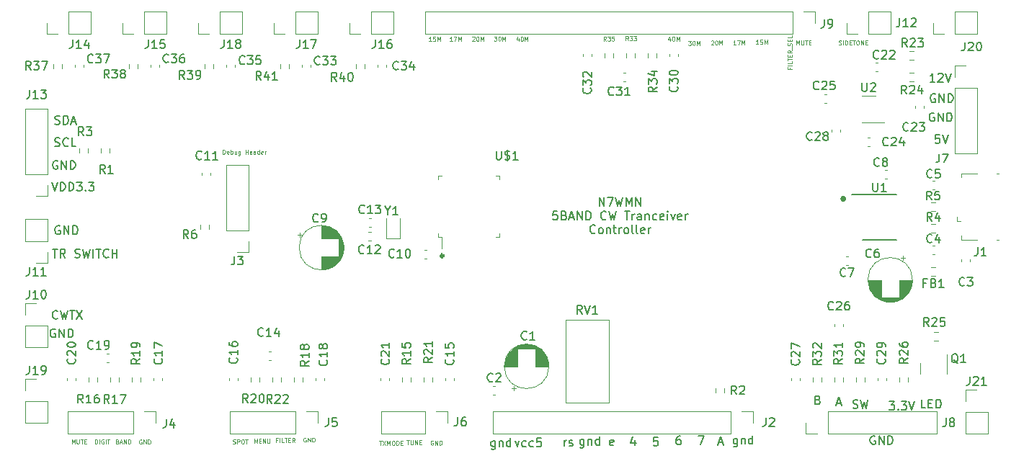
<source format=gbr>
%TF.GenerationSoftware,KiCad,Pcbnew,(6.0.2)*%
%TF.CreationDate,2022-03-23T19:52:23-07:00*%
%TF.ProjectId,main,6d61696e-2e6b-4696-9361-645f70636258,rev?*%
%TF.SameCoordinates,Original*%
%TF.FileFunction,Legend,Top*%
%TF.FilePolarity,Positive*%
%FSLAX46Y46*%
G04 Gerber Fmt 4.6, Leading zero omitted, Abs format (unit mm)*
G04 Created by KiCad (PCBNEW (6.0.2)) date 2022-03-23 19:52:23*
%MOMM*%
%LPD*%
G01*
G04 APERTURE LIST*
%ADD10C,0.150000*%
%ADD11C,0.080000*%
%ADD12C,0.372321*%
%ADD13C,0.358196*%
%ADD14C,0.120000*%
G04 APERTURE END LIST*
D10*
X170296428Y-123142380D02*
X170296428Y-122142380D01*
X170867857Y-123142380D01*
X170867857Y-122142380D01*
X171248809Y-122142380D02*
X171915476Y-122142380D01*
X171486904Y-123142380D01*
X172201190Y-122142380D02*
X172439285Y-123142380D01*
X172629761Y-122428095D01*
X172820238Y-123142380D01*
X173058333Y-122142380D01*
X173439285Y-123142380D02*
X173439285Y-122142380D01*
X173772619Y-122856666D01*
X174105952Y-122142380D01*
X174105952Y-123142380D01*
X174582142Y-123142380D02*
X174582142Y-122142380D01*
X175153571Y-123142380D01*
X175153571Y-122142380D01*
X165367857Y-123752380D02*
X164891666Y-123752380D01*
X164844047Y-124228571D01*
X164891666Y-124180952D01*
X164986904Y-124133333D01*
X165225000Y-124133333D01*
X165320238Y-124180952D01*
X165367857Y-124228571D01*
X165415476Y-124323809D01*
X165415476Y-124561904D01*
X165367857Y-124657142D01*
X165320238Y-124704761D01*
X165225000Y-124752380D01*
X164986904Y-124752380D01*
X164891666Y-124704761D01*
X164844047Y-124657142D01*
X166177380Y-124228571D02*
X166320238Y-124276190D01*
X166367857Y-124323809D01*
X166415476Y-124419047D01*
X166415476Y-124561904D01*
X166367857Y-124657142D01*
X166320238Y-124704761D01*
X166225000Y-124752380D01*
X165844047Y-124752380D01*
X165844047Y-123752380D01*
X166177380Y-123752380D01*
X166272619Y-123800000D01*
X166320238Y-123847619D01*
X166367857Y-123942857D01*
X166367857Y-124038095D01*
X166320238Y-124133333D01*
X166272619Y-124180952D01*
X166177380Y-124228571D01*
X165844047Y-124228571D01*
X166796428Y-124466666D02*
X167272619Y-124466666D01*
X166701190Y-124752380D02*
X167034523Y-123752380D01*
X167367857Y-124752380D01*
X167701190Y-124752380D02*
X167701190Y-123752380D01*
X168272619Y-124752380D01*
X168272619Y-123752380D01*
X168748809Y-124752380D02*
X168748809Y-123752380D01*
X168986904Y-123752380D01*
X169129761Y-123800000D01*
X169225000Y-123895238D01*
X169272619Y-123990476D01*
X169320238Y-124180952D01*
X169320238Y-124323809D01*
X169272619Y-124514285D01*
X169225000Y-124609523D01*
X169129761Y-124704761D01*
X168986904Y-124752380D01*
X168748809Y-124752380D01*
X171082142Y-124657142D02*
X171034523Y-124704761D01*
X170891666Y-124752380D01*
X170796428Y-124752380D01*
X170653571Y-124704761D01*
X170558333Y-124609523D01*
X170510714Y-124514285D01*
X170463095Y-124323809D01*
X170463095Y-124180952D01*
X170510714Y-123990476D01*
X170558333Y-123895238D01*
X170653571Y-123800000D01*
X170796428Y-123752380D01*
X170891666Y-123752380D01*
X171034523Y-123800000D01*
X171082142Y-123847619D01*
X171415476Y-123752380D02*
X171653571Y-124752380D01*
X171844047Y-124038095D01*
X172034523Y-124752380D01*
X172272619Y-123752380D01*
X173272619Y-123752380D02*
X173844047Y-123752380D01*
X173558333Y-124752380D02*
X173558333Y-123752380D01*
X174177380Y-124752380D02*
X174177380Y-124085714D01*
X174177380Y-124276190D02*
X174225000Y-124180952D01*
X174272619Y-124133333D01*
X174367857Y-124085714D01*
X174463095Y-124085714D01*
X175225000Y-124752380D02*
X175225000Y-124228571D01*
X175177380Y-124133333D01*
X175082142Y-124085714D01*
X174891666Y-124085714D01*
X174796428Y-124133333D01*
X175225000Y-124704761D02*
X175129761Y-124752380D01*
X174891666Y-124752380D01*
X174796428Y-124704761D01*
X174748809Y-124609523D01*
X174748809Y-124514285D01*
X174796428Y-124419047D01*
X174891666Y-124371428D01*
X175129761Y-124371428D01*
X175225000Y-124323809D01*
X175701190Y-124085714D02*
X175701190Y-124752380D01*
X175701190Y-124180952D02*
X175748809Y-124133333D01*
X175844047Y-124085714D01*
X175986904Y-124085714D01*
X176082142Y-124133333D01*
X176129761Y-124228571D01*
X176129761Y-124752380D01*
X177034523Y-124704761D02*
X176939285Y-124752380D01*
X176748809Y-124752380D01*
X176653571Y-124704761D01*
X176605952Y-124657142D01*
X176558333Y-124561904D01*
X176558333Y-124276190D01*
X176605952Y-124180952D01*
X176653571Y-124133333D01*
X176748809Y-124085714D01*
X176939285Y-124085714D01*
X177034523Y-124133333D01*
X177844047Y-124704761D02*
X177748809Y-124752380D01*
X177558333Y-124752380D01*
X177463095Y-124704761D01*
X177415476Y-124609523D01*
X177415476Y-124228571D01*
X177463095Y-124133333D01*
X177558333Y-124085714D01*
X177748809Y-124085714D01*
X177844047Y-124133333D01*
X177891666Y-124228571D01*
X177891666Y-124323809D01*
X177415476Y-124419047D01*
X178320238Y-124752380D02*
X178320238Y-124085714D01*
X178320238Y-123752380D02*
X178272619Y-123800000D01*
X178320238Y-123847619D01*
X178367857Y-123800000D01*
X178320238Y-123752380D01*
X178320238Y-123847619D01*
X178701190Y-124085714D02*
X178939285Y-124752380D01*
X179177380Y-124085714D01*
X179939285Y-124704761D02*
X179844047Y-124752380D01*
X179653571Y-124752380D01*
X179558333Y-124704761D01*
X179510714Y-124609523D01*
X179510714Y-124228571D01*
X179558333Y-124133333D01*
X179653571Y-124085714D01*
X179844047Y-124085714D01*
X179939285Y-124133333D01*
X179986904Y-124228571D01*
X179986904Y-124323809D01*
X179510714Y-124419047D01*
X180415476Y-124752380D02*
X180415476Y-124085714D01*
X180415476Y-124276190D02*
X180463095Y-124180952D01*
X180510714Y-124133333D01*
X180605952Y-124085714D01*
X180701190Y-124085714D01*
X169820238Y-126267142D02*
X169772619Y-126314761D01*
X169629761Y-126362380D01*
X169534523Y-126362380D01*
X169391666Y-126314761D01*
X169296428Y-126219523D01*
X169248809Y-126124285D01*
X169201190Y-125933809D01*
X169201190Y-125790952D01*
X169248809Y-125600476D01*
X169296428Y-125505238D01*
X169391666Y-125410000D01*
X169534523Y-125362380D01*
X169629761Y-125362380D01*
X169772619Y-125410000D01*
X169820238Y-125457619D01*
X170391666Y-126362380D02*
X170296428Y-126314761D01*
X170248809Y-126267142D01*
X170201190Y-126171904D01*
X170201190Y-125886190D01*
X170248809Y-125790952D01*
X170296428Y-125743333D01*
X170391666Y-125695714D01*
X170534523Y-125695714D01*
X170629761Y-125743333D01*
X170677380Y-125790952D01*
X170725000Y-125886190D01*
X170725000Y-126171904D01*
X170677380Y-126267142D01*
X170629761Y-126314761D01*
X170534523Y-126362380D01*
X170391666Y-126362380D01*
X171153571Y-125695714D02*
X171153571Y-126362380D01*
X171153571Y-125790952D02*
X171201190Y-125743333D01*
X171296428Y-125695714D01*
X171439285Y-125695714D01*
X171534523Y-125743333D01*
X171582142Y-125838571D01*
X171582142Y-126362380D01*
X171915476Y-125695714D02*
X172296428Y-125695714D01*
X172058333Y-125362380D02*
X172058333Y-126219523D01*
X172105952Y-126314761D01*
X172201190Y-126362380D01*
X172296428Y-126362380D01*
X172629761Y-126362380D02*
X172629761Y-125695714D01*
X172629761Y-125886190D02*
X172677380Y-125790952D01*
X172725000Y-125743333D01*
X172820238Y-125695714D01*
X172915476Y-125695714D01*
X173391666Y-126362380D02*
X173296428Y-126314761D01*
X173248809Y-126267142D01*
X173201190Y-126171904D01*
X173201190Y-125886190D01*
X173248809Y-125790952D01*
X173296428Y-125743333D01*
X173391666Y-125695714D01*
X173534523Y-125695714D01*
X173629761Y-125743333D01*
X173677380Y-125790952D01*
X173725000Y-125886190D01*
X173725000Y-126171904D01*
X173677380Y-126267142D01*
X173629761Y-126314761D01*
X173534523Y-126362380D01*
X173391666Y-126362380D01*
X174296428Y-126362380D02*
X174201190Y-126314761D01*
X174153571Y-126219523D01*
X174153571Y-125362380D01*
X174820238Y-126362380D02*
X174725000Y-126314761D01*
X174677380Y-126219523D01*
X174677380Y-125362380D01*
X175582142Y-126314761D02*
X175486904Y-126362380D01*
X175296428Y-126362380D01*
X175201190Y-126314761D01*
X175153571Y-126219523D01*
X175153571Y-125838571D01*
X175201190Y-125743333D01*
X175296428Y-125695714D01*
X175486904Y-125695714D01*
X175582142Y-125743333D01*
X175629761Y-125838571D01*
X175629761Y-125933809D01*
X175153571Y-126029047D01*
X176058333Y-126362380D02*
X176058333Y-125695714D01*
X176058333Y-125886190D02*
X176105952Y-125790952D01*
X176153571Y-125743333D01*
X176248809Y-125695714D01*
X176344047Y-125695714D01*
D11*
X126063095Y-117001190D02*
X126063095Y-116501190D01*
X126182142Y-116501190D01*
X126253571Y-116525000D01*
X126301190Y-116572619D01*
X126325000Y-116620238D01*
X126348809Y-116715476D01*
X126348809Y-116786904D01*
X126325000Y-116882142D01*
X126301190Y-116929761D01*
X126253571Y-116977380D01*
X126182142Y-117001190D01*
X126063095Y-117001190D01*
X126753571Y-116977380D02*
X126705952Y-117001190D01*
X126610714Y-117001190D01*
X126563095Y-116977380D01*
X126539285Y-116929761D01*
X126539285Y-116739285D01*
X126563095Y-116691666D01*
X126610714Y-116667857D01*
X126705952Y-116667857D01*
X126753571Y-116691666D01*
X126777380Y-116739285D01*
X126777380Y-116786904D01*
X126539285Y-116834523D01*
X126991666Y-117001190D02*
X126991666Y-116501190D01*
X126991666Y-116691666D02*
X127039285Y-116667857D01*
X127134523Y-116667857D01*
X127182142Y-116691666D01*
X127205952Y-116715476D01*
X127229761Y-116763095D01*
X127229761Y-116905952D01*
X127205952Y-116953571D01*
X127182142Y-116977380D01*
X127134523Y-117001190D01*
X127039285Y-117001190D01*
X126991666Y-116977380D01*
X127658333Y-116667857D02*
X127658333Y-117001190D01*
X127444047Y-116667857D02*
X127444047Y-116929761D01*
X127467857Y-116977380D01*
X127515476Y-117001190D01*
X127586904Y-117001190D01*
X127634523Y-116977380D01*
X127658333Y-116953571D01*
X128110714Y-116667857D02*
X128110714Y-117072619D01*
X128086904Y-117120238D01*
X128063095Y-117144047D01*
X128015476Y-117167857D01*
X127944047Y-117167857D01*
X127896428Y-117144047D01*
X128110714Y-116977380D02*
X128063095Y-117001190D01*
X127967857Y-117001190D01*
X127920238Y-116977380D01*
X127896428Y-116953571D01*
X127872619Y-116905952D01*
X127872619Y-116763095D01*
X127896428Y-116715476D01*
X127920238Y-116691666D01*
X127967857Y-116667857D01*
X128063095Y-116667857D01*
X128110714Y-116691666D01*
X128729761Y-117001190D02*
X128729761Y-116501190D01*
X128729761Y-116739285D02*
X129015476Y-116739285D01*
X129015476Y-117001190D02*
X129015476Y-116501190D01*
X129444047Y-116977380D02*
X129396428Y-117001190D01*
X129301190Y-117001190D01*
X129253571Y-116977380D01*
X129229761Y-116929761D01*
X129229761Y-116739285D01*
X129253571Y-116691666D01*
X129301190Y-116667857D01*
X129396428Y-116667857D01*
X129444047Y-116691666D01*
X129467857Y-116739285D01*
X129467857Y-116786904D01*
X129229761Y-116834523D01*
X129896428Y-117001190D02*
X129896428Y-116739285D01*
X129872619Y-116691666D01*
X129825000Y-116667857D01*
X129729761Y-116667857D01*
X129682142Y-116691666D01*
X129896428Y-116977380D02*
X129848809Y-117001190D01*
X129729761Y-117001190D01*
X129682142Y-116977380D01*
X129658333Y-116929761D01*
X129658333Y-116882142D01*
X129682142Y-116834523D01*
X129729761Y-116810714D01*
X129848809Y-116810714D01*
X129896428Y-116786904D01*
X130348809Y-117001190D02*
X130348809Y-116501190D01*
X130348809Y-116977380D02*
X130301190Y-117001190D01*
X130205952Y-117001190D01*
X130158333Y-116977380D01*
X130134523Y-116953571D01*
X130110714Y-116905952D01*
X130110714Y-116763095D01*
X130134523Y-116715476D01*
X130158333Y-116691666D01*
X130205952Y-116667857D01*
X130301190Y-116667857D01*
X130348809Y-116691666D01*
X130777380Y-116977380D02*
X130729761Y-117001190D01*
X130634523Y-117001190D01*
X130586904Y-116977380D01*
X130563095Y-116929761D01*
X130563095Y-116739285D01*
X130586904Y-116691666D01*
X130634523Y-116667857D01*
X130729761Y-116667857D01*
X130777380Y-116691666D01*
X130801190Y-116739285D01*
X130801190Y-116786904D01*
X130563095Y-116834523D01*
X131015476Y-117001190D02*
X131015476Y-116667857D01*
X131015476Y-116763095D02*
X131039285Y-116715476D01*
X131063095Y-116691666D01*
X131110714Y-116667857D01*
X131158333Y-116667857D01*
X150769047Y-150725000D02*
X150721428Y-150701190D01*
X150650000Y-150701190D01*
X150578571Y-150725000D01*
X150530952Y-150772619D01*
X150507142Y-150820238D01*
X150483333Y-150915476D01*
X150483333Y-150986904D01*
X150507142Y-151082142D01*
X150530952Y-151129761D01*
X150578571Y-151177380D01*
X150650000Y-151201190D01*
X150697619Y-151201190D01*
X150769047Y-151177380D01*
X150792857Y-151153571D01*
X150792857Y-150986904D01*
X150697619Y-150986904D01*
X151007142Y-151201190D02*
X151007142Y-150701190D01*
X151292857Y-151201190D01*
X151292857Y-150701190D01*
X151530952Y-151201190D02*
X151530952Y-150701190D01*
X151650000Y-150701190D01*
X151721428Y-150725000D01*
X151769047Y-150772619D01*
X151792857Y-150820238D01*
X151816666Y-150915476D01*
X151816666Y-150986904D01*
X151792857Y-151082142D01*
X151769047Y-151129761D01*
X151721428Y-151177380D01*
X151650000Y-151201190D01*
X151530952Y-151201190D01*
X147657142Y-150676190D02*
X147942857Y-150676190D01*
X147800000Y-151176190D02*
X147800000Y-150676190D01*
X148109523Y-150676190D02*
X148109523Y-151080952D01*
X148133333Y-151128571D01*
X148157142Y-151152380D01*
X148204761Y-151176190D01*
X148300000Y-151176190D01*
X148347619Y-151152380D01*
X148371428Y-151128571D01*
X148395238Y-151080952D01*
X148395238Y-150676190D01*
X148633333Y-151176190D02*
X148633333Y-150676190D01*
X148919047Y-151176190D01*
X148919047Y-150676190D01*
X149157142Y-150914285D02*
X149323809Y-150914285D01*
X149395238Y-151176190D02*
X149157142Y-151176190D01*
X149157142Y-150676190D01*
X149395238Y-150676190D01*
X144445238Y-150726190D02*
X144730952Y-150726190D01*
X144588095Y-151226190D02*
X144588095Y-150726190D01*
X144850000Y-150726190D02*
X145183333Y-151226190D01*
X145183333Y-150726190D02*
X144850000Y-151226190D01*
X145373809Y-151226190D02*
X145373809Y-150726190D01*
X145540476Y-151083333D01*
X145707142Y-150726190D01*
X145707142Y-151226190D01*
X146040476Y-150726190D02*
X146135714Y-150726190D01*
X146183333Y-150750000D01*
X146230952Y-150797619D01*
X146254761Y-150892857D01*
X146254761Y-151059523D01*
X146230952Y-151154761D01*
X146183333Y-151202380D01*
X146135714Y-151226190D01*
X146040476Y-151226190D01*
X145992857Y-151202380D01*
X145945238Y-151154761D01*
X145921428Y-151059523D01*
X145921428Y-150892857D01*
X145945238Y-150797619D01*
X145992857Y-150750000D01*
X146040476Y-150726190D01*
X146469047Y-151226190D02*
X146469047Y-150726190D01*
X146588095Y-150726190D01*
X146659523Y-150750000D01*
X146707142Y-150797619D01*
X146730952Y-150845238D01*
X146754761Y-150940476D01*
X146754761Y-151011904D01*
X146730952Y-151107142D01*
X146707142Y-151154761D01*
X146659523Y-151202380D01*
X146588095Y-151226190D01*
X146469047Y-151226190D01*
X146969047Y-150964285D02*
X147135714Y-150964285D01*
X147207142Y-151226190D02*
X146969047Y-151226190D01*
X146969047Y-150726190D01*
X147207142Y-150726190D01*
X135819047Y-150375000D02*
X135771428Y-150351190D01*
X135700000Y-150351190D01*
X135628571Y-150375000D01*
X135580952Y-150422619D01*
X135557142Y-150470238D01*
X135533333Y-150565476D01*
X135533333Y-150636904D01*
X135557142Y-150732142D01*
X135580952Y-150779761D01*
X135628571Y-150827380D01*
X135700000Y-150851190D01*
X135747619Y-150851190D01*
X135819047Y-150827380D01*
X135842857Y-150803571D01*
X135842857Y-150636904D01*
X135747619Y-150636904D01*
X136057142Y-150851190D02*
X136057142Y-150351190D01*
X136342857Y-150851190D01*
X136342857Y-150351190D01*
X136580952Y-150851190D02*
X136580952Y-150351190D01*
X136700000Y-150351190D01*
X136771428Y-150375000D01*
X136819047Y-150422619D01*
X136842857Y-150470238D01*
X136866666Y-150565476D01*
X136866666Y-150636904D01*
X136842857Y-150732142D01*
X136819047Y-150779761D01*
X136771428Y-150827380D01*
X136700000Y-150851190D01*
X136580952Y-150851190D01*
X132483333Y-150664285D02*
X132316666Y-150664285D01*
X132316666Y-150926190D02*
X132316666Y-150426190D01*
X132554761Y-150426190D01*
X132745238Y-150926190D02*
X132745238Y-150426190D01*
X133221428Y-150926190D02*
X132983333Y-150926190D01*
X132983333Y-150426190D01*
X133316666Y-150426190D02*
X133602380Y-150426190D01*
X133459523Y-150926190D02*
X133459523Y-150426190D01*
X133769047Y-150664285D02*
X133935714Y-150664285D01*
X134007142Y-150926190D02*
X133769047Y-150926190D01*
X133769047Y-150426190D01*
X134007142Y-150426190D01*
X134507142Y-150926190D02*
X134340476Y-150688095D01*
X134221428Y-150926190D02*
X134221428Y-150426190D01*
X134411904Y-150426190D01*
X134459523Y-150450000D01*
X134483333Y-150473809D01*
X134507142Y-150521428D01*
X134507142Y-150592857D01*
X134483333Y-150640476D01*
X134459523Y-150664285D01*
X134411904Y-150688095D01*
X134221428Y-150688095D01*
X129758333Y-151001190D02*
X129758333Y-150501190D01*
X129925000Y-150858333D01*
X130091666Y-150501190D01*
X130091666Y-151001190D01*
X130329761Y-150739285D02*
X130496428Y-150739285D01*
X130567857Y-151001190D02*
X130329761Y-151001190D01*
X130329761Y-150501190D01*
X130567857Y-150501190D01*
X130782142Y-151001190D02*
X130782142Y-150501190D01*
X131067857Y-151001190D01*
X131067857Y-150501190D01*
X131305952Y-150501190D02*
X131305952Y-150905952D01*
X131329761Y-150953571D01*
X131353571Y-150977380D01*
X131401190Y-151001190D01*
X131496428Y-151001190D01*
X131544047Y-150977380D01*
X131567857Y-150953571D01*
X131591666Y-150905952D01*
X131591666Y-150501190D01*
X127254761Y-151027380D02*
X127326190Y-151051190D01*
X127445238Y-151051190D01*
X127492857Y-151027380D01*
X127516666Y-151003571D01*
X127540476Y-150955952D01*
X127540476Y-150908333D01*
X127516666Y-150860714D01*
X127492857Y-150836904D01*
X127445238Y-150813095D01*
X127350000Y-150789285D01*
X127302380Y-150765476D01*
X127278571Y-150741666D01*
X127254761Y-150694047D01*
X127254761Y-150646428D01*
X127278571Y-150598809D01*
X127302380Y-150575000D01*
X127350000Y-150551190D01*
X127469047Y-150551190D01*
X127540476Y-150575000D01*
X127754761Y-151051190D02*
X127754761Y-150551190D01*
X127945238Y-150551190D01*
X127992857Y-150575000D01*
X128016666Y-150598809D01*
X128040476Y-150646428D01*
X128040476Y-150717857D01*
X128016666Y-150765476D01*
X127992857Y-150789285D01*
X127945238Y-150813095D01*
X127754761Y-150813095D01*
X128350000Y-150551190D02*
X128445238Y-150551190D01*
X128492857Y-150575000D01*
X128540476Y-150622619D01*
X128564285Y-150717857D01*
X128564285Y-150884523D01*
X128540476Y-150979761D01*
X128492857Y-151027380D01*
X128445238Y-151051190D01*
X128350000Y-151051190D01*
X128302380Y-151027380D01*
X128254761Y-150979761D01*
X128230952Y-150884523D01*
X128230952Y-150717857D01*
X128254761Y-150622619D01*
X128302380Y-150575000D01*
X128350000Y-150551190D01*
X128707142Y-150551190D02*
X128992857Y-150551190D01*
X128850000Y-151051190D02*
X128850000Y-150551190D01*
X116519047Y-150625000D02*
X116471428Y-150601190D01*
X116400000Y-150601190D01*
X116328571Y-150625000D01*
X116280952Y-150672619D01*
X116257142Y-150720238D01*
X116233333Y-150815476D01*
X116233333Y-150886904D01*
X116257142Y-150982142D01*
X116280952Y-151029761D01*
X116328571Y-151077380D01*
X116400000Y-151101190D01*
X116447619Y-151101190D01*
X116519047Y-151077380D01*
X116542857Y-151053571D01*
X116542857Y-150886904D01*
X116447619Y-150886904D01*
X116757142Y-151101190D02*
X116757142Y-150601190D01*
X117042857Y-151101190D01*
X117042857Y-150601190D01*
X117280952Y-151101190D02*
X117280952Y-150601190D01*
X117400000Y-150601190D01*
X117471428Y-150625000D01*
X117519047Y-150672619D01*
X117542857Y-150720238D01*
X117566666Y-150815476D01*
X117566666Y-150886904D01*
X117542857Y-150982142D01*
X117519047Y-151029761D01*
X117471428Y-151077380D01*
X117400000Y-151101190D01*
X117280952Y-151101190D01*
X113659523Y-150814285D02*
X113730952Y-150838095D01*
X113754761Y-150861904D01*
X113778571Y-150909523D01*
X113778571Y-150980952D01*
X113754761Y-151028571D01*
X113730952Y-151052380D01*
X113683333Y-151076190D01*
X113492857Y-151076190D01*
X113492857Y-150576190D01*
X113659523Y-150576190D01*
X113707142Y-150600000D01*
X113730952Y-150623809D01*
X113754761Y-150671428D01*
X113754761Y-150719047D01*
X113730952Y-150766666D01*
X113707142Y-150790476D01*
X113659523Y-150814285D01*
X113492857Y-150814285D01*
X113969047Y-150933333D02*
X114207142Y-150933333D01*
X113921428Y-151076190D02*
X114088095Y-150576190D01*
X114254761Y-151076190D01*
X114421428Y-151076190D02*
X114421428Y-150576190D01*
X114707142Y-151076190D01*
X114707142Y-150576190D01*
X114945238Y-151076190D02*
X114945238Y-150576190D01*
X115064285Y-150576190D01*
X115135714Y-150600000D01*
X115183333Y-150647619D01*
X115207142Y-150695238D01*
X115230952Y-150790476D01*
X115230952Y-150861904D01*
X115207142Y-150957142D01*
X115183333Y-151004761D01*
X115135714Y-151052380D01*
X115064285Y-151076190D01*
X114945238Y-151076190D01*
X111065476Y-151051190D02*
X111065476Y-150551190D01*
X111184523Y-150551190D01*
X111255952Y-150575000D01*
X111303571Y-150622619D01*
X111327380Y-150670238D01*
X111351190Y-150765476D01*
X111351190Y-150836904D01*
X111327380Y-150932142D01*
X111303571Y-150979761D01*
X111255952Y-151027380D01*
X111184523Y-151051190D01*
X111065476Y-151051190D01*
X111565476Y-151051190D02*
X111565476Y-150551190D01*
X112065476Y-150575000D02*
X112017857Y-150551190D01*
X111946428Y-150551190D01*
X111875000Y-150575000D01*
X111827380Y-150622619D01*
X111803571Y-150670238D01*
X111779761Y-150765476D01*
X111779761Y-150836904D01*
X111803571Y-150932142D01*
X111827380Y-150979761D01*
X111875000Y-151027380D01*
X111946428Y-151051190D01*
X111994047Y-151051190D01*
X112065476Y-151027380D01*
X112089285Y-151003571D01*
X112089285Y-150836904D01*
X111994047Y-150836904D01*
X112303571Y-151051190D02*
X112303571Y-150551190D01*
X112470238Y-150551190D02*
X112755952Y-150551190D01*
X112613095Y-151051190D02*
X112613095Y-150551190D01*
X108329761Y-151051190D02*
X108329761Y-150551190D01*
X108496428Y-150908333D01*
X108663095Y-150551190D01*
X108663095Y-151051190D01*
X108901190Y-150551190D02*
X108901190Y-150955952D01*
X108925000Y-151003571D01*
X108948809Y-151027380D01*
X108996428Y-151051190D01*
X109091666Y-151051190D01*
X109139285Y-151027380D01*
X109163095Y-151003571D01*
X109186904Y-150955952D01*
X109186904Y-150551190D01*
X109353571Y-150551190D02*
X109639285Y-150551190D01*
X109496428Y-151051190D02*
X109496428Y-150551190D01*
X109805952Y-150789285D02*
X109972619Y-150789285D01*
X110044047Y-151051190D02*
X109805952Y-151051190D01*
X109805952Y-150551190D01*
X110044047Y-150551190D01*
X193454761Y-104176190D02*
X193454761Y-103676190D01*
X193621428Y-104033333D01*
X193788095Y-103676190D01*
X193788095Y-104176190D01*
X194026190Y-103676190D02*
X194026190Y-104080952D01*
X194050000Y-104128571D01*
X194073809Y-104152380D01*
X194121428Y-104176190D01*
X194216666Y-104176190D01*
X194264285Y-104152380D01*
X194288095Y-104128571D01*
X194311904Y-104080952D01*
X194311904Y-103676190D01*
X194478571Y-103676190D02*
X194764285Y-103676190D01*
X194621428Y-104176190D02*
X194621428Y-103676190D01*
X194930952Y-103914285D02*
X195097619Y-103914285D01*
X195169047Y-104176190D02*
X194930952Y-104176190D01*
X194930952Y-103676190D01*
X195169047Y-103676190D01*
X192664285Y-106873809D02*
X192664285Y-107040476D01*
X192926190Y-107040476D02*
X192426190Y-107040476D01*
X192426190Y-106802380D01*
X192926190Y-106611904D02*
X192426190Y-106611904D01*
X192926190Y-106135714D02*
X192926190Y-106373809D01*
X192426190Y-106373809D01*
X192426190Y-106040476D02*
X192426190Y-105754761D01*
X192926190Y-105897619D02*
X192426190Y-105897619D01*
X192664285Y-105588095D02*
X192664285Y-105421428D01*
X192926190Y-105350000D02*
X192926190Y-105588095D01*
X192426190Y-105588095D01*
X192426190Y-105350000D01*
X192926190Y-104850000D02*
X192688095Y-105016666D01*
X192926190Y-105135714D02*
X192426190Y-105135714D01*
X192426190Y-104945238D01*
X192450000Y-104897619D01*
X192473809Y-104873809D01*
X192521428Y-104850000D01*
X192592857Y-104850000D01*
X192640476Y-104873809D01*
X192664285Y-104897619D01*
X192688095Y-104945238D01*
X192688095Y-105135714D01*
X192973809Y-104754761D02*
X192973809Y-104373809D01*
X192902380Y-104278571D02*
X192926190Y-104207142D01*
X192926190Y-104088095D01*
X192902380Y-104040476D01*
X192878571Y-104016666D01*
X192830952Y-103992857D01*
X192783333Y-103992857D01*
X192735714Y-104016666D01*
X192711904Y-104040476D01*
X192688095Y-104088095D01*
X192664285Y-104183333D01*
X192640476Y-104230952D01*
X192616666Y-104254761D01*
X192569047Y-104278571D01*
X192521428Y-104278571D01*
X192473809Y-104254761D01*
X192450000Y-104230952D01*
X192426190Y-104183333D01*
X192426190Y-104064285D01*
X192450000Y-103992857D01*
X192664285Y-103778571D02*
X192664285Y-103611904D01*
X192926190Y-103540476D02*
X192926190Y-103778571D01*
X192426190Y-103778571D01*
X192426190Y-103540476D01*
X192926190Y-103088095D02*
X192926190Y-103326190D01*
X192426190Y-103326190D01*
X150569047Y-103751190D02*
X150283333Y-103751190D01*
X150426190Y-103751190D02*
X150426190Y-103251190D01*
X150378571Y-103322619D01*
X150330952Y-103370238D01*
X150283333Y-103394047D01*
X151021428Y-103251190D02*
X150783333Y-103251190D01*
X150759523Y-103489285D01*
X150783333Y-103465476D01*
X150830952Y-103441666D01*
X150950000Y-103441666D01*
X150997619Y-103465476D01*
X151021428Y-103489285D01*
X151045238Y-103536904D01*
X151045238Y-103655952D01*
X151021428Y-103703571D01*
X150997619Y-103727380D01*
X150950000Y-103751190D01*
X150830952Y-103751190D01*
X150783333Y-103727380D01*
X150759523Y-103703571D01*
X151259523Y-103751190D02*
X151259523Y-103251190D01*
X151426190Y-103608333D01*
X151592857Y-103251190D01*
X151592857Y-103751190D01*
X153019047Y-103751190D02*
X152733333Y-103751190D01*
X152876190Y-103751190D02*
X152876190Y-103251190D01*
X152828571Y-103322619D01*
X152780952Y-103370238D01*
X152733333Y-103394047D01*
X153185714Y-103251190D02*
X153519047Y-103251190D01*
X153304761Y-103751190D01*
X153709523Y-103751190D02*
X153709523Y-103251190D01*
X153876190Y-103608333D01*
X154042857Y-103251190D01*
X154042857Y-103751190D01*
X155383333Y-103273809D02*
X155407142Y-103250000D01*
X155454761Y-103226190D01*
X155573809Y-103226190D01*
X155621428Y-103250000D01*
X155645238Y-103273809D01*
X155669047Y-103321428D01*
X155669047Y-103369047D01*
X155645238Y-103440476D01*
X155359523Y-103726190D01*
X155669047Y-103726190D01*
X155978571Y-103226190D02*
X156026190Y-103226190D01*
X156073809Y-103250000D01*
X156097619Y-103273809D01*
X156121428Y-103321428D01*
X156145238Y-103416666D01*
X156145238Y-103535714D01*
X156121428Y-103630952D01*
X156097619Y-103678571D01*
X156073809Y-103702380D01*
X156026190Y-103726190D01*
X155978571Y-103726190D01*
X155930952Y-103702380D01*
X155907142Y-103678571D01*
X155883333Y-103630952D01*
X155859523Y-103535714D01*
X155859523Y-103416666D01*
X155883333Y-103321428D01*
X155907142Y-103273809D01*
X155930952Y-103250000D01*
X155978571Y-103226190D01*
X156359523Y-103726190D02*
X156359523Y-103226190D01*
X156526190Y-103583333D01*
X156692857Y-103226190D01*
X156692857Y-103726190D01*
X157934523Y-103201190D02*
X158244047Y-103201190D01*
X158077380Y-103391666D01*
X158148809Y-103391666D01*
X158196428Y-103415476D01*
X158220238Y-103439285D01*
X158244047Y-103486904D01*
X158244047Y-103605952D01*
X158220238Y-103653571D01*
X158196428Y-103677380D01*
X158148809Y-103701190D01*
X158005952Y-103701190D01*
X157958333Y-103677380D01*
X157934523Y-103653571D01*
X158553571Y-103201190D02*
X158601190Y-103201190D01*
X158648809Y-103225000D01*
X158672619Y-103248809D01*
X158696428Y-103296428D01*
X158720238Y-103391666D01*
X158720238Y-103510714D01*
X158696428Y-103605952D01*
X158672619Y-103653571D01*
X158648809Y-103677380D01*
X158601190Y-103701190D01*
X158553571Y-103701190D01*
X158505952Y-103677380D01*
X158482142Y-103653571D01*
X158458333Y-103605952D01*
X158434523Y-103510714D01*
X158434523Y-103391666D01*
X158458333Y-103296428D01*
X158482142Y-103248809D01*
X158505952Y-103225000D01*
X158553571Y-103201190D01*
X158934523Y-103701190D02*
X158934523Y-103201190D01*
X159101190Y-103558333D01*
X159267857Y-103201190D01*
X159267857Y-103701190D01*
X160821428Y-103392857D02*
X160821428Y-103726190D01*
X160702380Y-103202380D02*
X160583333Y-103559523D01*
X160892857Y-103559523D01*
X161178571Y-103226190D02*
X161226190Y-103226190D01*
X161273809Y-103250000D01*
X161297619Y-103273809D01*
X161321428Y-103321428D01*
X161345238Y-103416666D01*
X161345238Y-103535714D01*
X161321428Y-103630952D01*
X161297619Y-103678571D01*
X161273809Y-103702380D01*
X161226190Y-103726190D01*
X161178571Y-103726190D01*
X161130952Y-103702380D01*
X161107142Y-103678571D01*
X161083333Y-103630952D01*
X161059523Y-103535714D01*
X161059523Y-103416666D01*
X161083333Y-103321428D01*
X161107142Y-103273809D01*
X161130952Y-103250000D01*
X161178571Y-103226190D01*
X161559523Y-103726190D02*
X161559523Y-103226190D01*
X161726190Y-103583333D01*
X161892857Y-103226190D01*
X161892857Y-103726190D01*
X178621428Y-103392857D02*
X178621428Y-103726190D01*
X178502380Y-103202380D02*
X178383333Y-103559523D01*
X178692857Y-103559523D01*
X178978571Y-103226190D02*
X179026190Y-103226190D01*
X179073809Y-103250000D01*
X179097619Y-103273809D01*
X179121428Y-103321428D01*
X179145238Y-103416666D01*
X179145238Y-103535714D01*
X179121428Y-103630952D01*
X179097619Y-103678571D01*
X179073809Y-103702380D01*
X179026190Y-103726190D01*
X178978571Y-103726190D01*
X178930952Y-103702380D01*
X178907142Y-103678571D01*
X178883333Y-103630952D01*
X178859523Y-103535714D01*
X178859523Y-103416666D01*
X178883333Y-103321428D01*
X178907142Y-103273809D01*
X178930952Y-103250000D01*
X178978571Y-103226190D01*
X179359523Y-103726190D02*
X179359523Y-103226190D01*
X179526190Y-103583333D01*
X179692857Y-103226190D01*
X179692857Y-103726190D01*
X180759523Y-103726190D02*
X181069047Y-103726190D01*
X180902380Y-103916666D01*
X180973809Y-103916666D01*
X181021428Y-103940476D01*
X181045238Y-103964285D01*
X181069047Y-104011904D01*
X181069047Y-104130952D01*
X181045238Y-104178571D01*
X181021428Y-104202380D01*
X180973809Y-104226190D01*
X180830952Y-104226190D01*
X180783333Y-104202380D01*
X180759523Y-104178571D01*
X181378571Y-103726190D02*
X181426190Y-103726190D01*
X181473809Y-103750000D01*
X181497619Y-103773809D01*
X181521428Y-103821428D01*
X181545238Y-103916666D01*
X181545238Y-104035714D01*
X181521428Y-104130952D01*
X181497619Y-104178571D01*
X181473809Y-104202380D01*
X181426190Y-104226190D01*
X181378571Y-104226190D01*
X181330952Y-104202380D01*
X181307142Y-104178571D01*
X181283333Y-104130952D01*
X181259523Y-104035714D01*
X181259523Y-103916666D01*
X181283333Y-103821428D01*
X181307142Y-103773809D01*
X181330952Y-103750000D01*
X181378571Y-103726190D01*
X181759523Y-104226190D02*
X181759523Y-103726190D01*
X181926190Y-104083333D01*
X182092857Y-103726190D01*
X182092857Y-104226190D01*
X183433333Y-103723809D02*
X183457142Y-103700000D01*
X183504761Y-103676190D01*
X183623809Y-103676190D01*
X183671428Y-103700000D01*
X183695238Y-103723809D01*
X183719047Y-103771428D01*
X183719047Y-103819047D01*
X183695238Y-103890476D01*
X183409523Y-104176190D01*
X183719047Y-104176190D01*
X184028571Y-103676190D02*
X184076190Y-103676190D01*
X184123809Y-103700000D01*
X184147619Y-103723809D01*
X184171428Y-103771428D01*
X184195238Y-103866666D01*
X184195238Y-103985714D01*
X184171428Y-104080952D01*
X184147619Y-104128571D01*
X184123809Y-104152380D01*
X184076190Y-104176190D01*
X184028571Y-104176190D01*
X183980952Y-104152380D01*
X183957142Y-104128571D01*
X183933333Y-104080952D01*
X183909523Y-103985714D01*
X183909523Y-103866666D01*
X183933333Y-103771428D01*
X183957142Y-103723809D01*
X183980952Y-103700000D01*
X184028571Y-103676190D01*
X184409523Y-104176190D02*
X184409523Y-103676190D01*
X184576190Y-104033333D01*
X184742857Y-103676190D01*
X184742857Y-104176190D01*
X186344047Y-104176190D02*
X186058333Y-104176190D01*
X186201190Y-104176190D02*
X186201190Y-103676190D01*
X186153571Y-103747619D01*
X186105952Y-103795238D01*
X186058333Y-103819047D01*
X186510714Y-103676190D02*
X186844047Y-103676190D01*
X186629761Y-104176190D01*
X187034523Y-104176190D02*
X187034523Y-103676190D01*
X187201190Y-104033333D01*
X187367857Y-103676190D01*
X187367857Y-104176190D01*
X188994047Y-104101190D02*
X188708333Y-104101190D01*
X188851190Y-104101190D02*
X188851190Y-103601190D01*
X188803571Y-103672619D01*
X188755952Y-103720238D01*
X188708333Y-103744047D01*
X189446428Y-103601190D02*
X189208333Y-103601190D01*
X189184523Y-103839285D01*
X189208333Y-103815476D01*
X189255952Y-103791666D01*
X189375000Y-103791666D01*
X189422619Y-103815476D01*
X189446428Y-103839285D01*
X189470238Y-103886904D01*
X189470238Y-104005952D01*
X189446428Y-104053571D01*
X189422619Y-104077380D01*
X189375000Y-104101190D01*
X189255952Y-104101190D01*
X189208333Y-104077380D01*
X189184523Y-104053571D01*
X189684523Y-104101190D02*
X189684523Y-103601190D01*
X189851190Y-103958333D01*
X190017857Y-103601190D01*
X190017857Y-104101190D01*
D10*
X210284523Y-114752380D02*
X209808333Y-114752380D01*
X209760714Y-115228571D01*
X209808333Y-115180952D01*
X209903571Y-115133333D01*
X210141666Y-115133333D01*
X210236904Y-115180952D01*
X210284523Y-115228571D01*
X210332142Y-115323809D01*
X210332142Y-115561904D01*
X210284523Y-115657142D01*
X210236904Y-115704761D01*
X210141666Y-115752380D01*
X209903571Y-115752380D01*
X209808333Y-115704761D01*
X209760714Y-115657142D01*
X210617857Y-114752380D02*
X210951190Y-115752380D01*
X211284523Y-114752380D01*
X209638095Y-112225000D02*
X209542857Y-112177380D01*
X209400000Y-112177380D01*
X209257142Y-112225000D01*
X209161904Y-112320238D01*
X209114285Y-112415476D01*
X209066666Y-112605952D01*
X209066666Y-112748809D01*
X209114285Y-112939285D01*
X209161904Y-113034523D01*
X209257142Y-113129761D01*
X209400000Y-113177380D01*
X209495238Y-113177380D01*
X209638095Y-113129761D01*
X209685714Y-113082142D01*
X209685714Y-112748809D01*
X209495238Y-112748809D01*
X210114285Y-113177380D02*
X210114285Y-112177380D01*
X210685714Y-113177380D01*
X210685714Y-112177380D01*
X211161904Y-113177380D02*
X211161904Y-112177380D01*
X211400000Y-112177380D01*
X211542857Y-112225000D01*
X211638095Y-112320238D01*
X211685714Y-112415476D01*
X211733333Y-112605952D01*
X211733333Y-112748809D01*
X211685714Y-112939285D01*
X211638095Y-113034523D01*
X211542857Y-113129761D01*
X211400000Y-113177380D01*
X211161904Y-113177380D01*
X209763095Y-110000000D02*
X209667857Y-109952380D01*
X209525000Y-109952380D01*
X209382142Y-110000000D01*
X209286904Y-110095238D01*
X209239285Y-110190476D01*
X209191666Y-110380952D01*
X209191666Y-110523809D01*
X209239285Y-110714285D01*
X209286904Y-110809523D01*
X209382142Y-110904761D01*
X209525000Y-110952380D01*
X209620238Y-110952380D01*
X209763095Y-110904761D01*
X209810714Y-110857142D01*
X209810714Y-110523809D01*
X209620238Y-110523809D01*
X210239285Y-110952380D02*
X210239285Y-109952380D01*
X210810714Y-110952380D01*
X210810714Y-109952380D01*
X211286904Y-110952380D02*
X211286904Y-109952380D01*
X211525000Y-109952380D01*
X211667857Y-110000000D01*
X211763095Y-110095238D01*
X211810714Y-110190476D01*
X211858333Y-110380952D01*
X211858333Y-110523809D01*
X211810714Y-110714285D01*
X211763095Y-110809523D01*
X211667857Y-110904761D01*
X211525000Y-110952380D01*
X211286904Y-110952380D01*
X209730952Y-108527380D02*
X209159523Y-108527380D01*
X209445238Y-108527380D02*
X209445238Y-107527380D01*
X209350000Y-107670238D01*
X209254761Y-107765476D01*
X209159523Y-107813095D01*
X210111904Y-107622619D02*
X210159523Y-107575000D01*
X210254761Y-107527380D01*
X210492857Y-107527380D01*
X210588095Y-107575000D01*
X210635714Y-107622619D01*
X210683333Y-107717857D01*
X210683333Y-107813095D01*
X210635714Y-107955952D01*
X210064285Y-108527380D01*
X210683333Y-108527380D01*
X210969047Y-107527380D02*
X211302380Y-108527380D01*
X211635714Y-107527380D01*
X202688095Y-150200000D02*
X202592857Y-150152380D01*
X202450000Y-150152380D01*
X202307142Y-150200000D01*
X202211904Y-150295238D01*
X202164285Y-150390476D01*
X202116666Y-150580952D01*
X202116666Y-150723809D01*
X202164285Y-150914285D01*
X202211904Y-151009523D01*
X202307142Y-151104761D01*
X202450000Y-151152380D01*
X202545238Y-151152380D01*
X202688095Y-151104761D01*
X202735714Y-151057142D01*
X202735714Y-150723809D01*
X202545238Y-150723809D01*
X203164285Y-151152380D02*
X203164285Y-150152380D01*
X203735714Y-151152380D01*
X203735714Y-150152380D01*
X204211904Y-151152380D02*
X204211904Y-150152380D01*
X204450000Y-150152380D01*
X204592857Y-150200000D01*
X204688095Y-150295238D01*
X204735714Y-150390476D01*
X204783333Y-150580952D01*
X204783333Y-150723809D01*
X204735714Y-150914285D01*
X204688095Y-151009523D01*
X204592857Y-151104761D01*
X204450000Y-151152380D01*
X204211904Y-151152380D01*
X204348809Y-146102380D02*
X204967857Y-146102380D01*
X204634523Y-146483333D01*
X204777380Y-146483333D01*
X204872619Y-146530952D01*
X204920238Y-146578571D01*
X204967857Y-146673809D01*
X204967857Y-146911904D01*
X204920238Y-147007142D01*
X204872619Y-147054761D01*
X204777380Y-147102380D01*
X204491666Y-147102380D01*
X204396428Y-147054761D01*
X204348809Y-147007142D01*
X205396428Y-147007142D02*
X205444047Y-147054761D01*
X205396428Y-147102380D01*
X205348809Y-147054761D01*
X205396428Y-147007142D01*
X205396428Y-147102380D01*
X205777380Y-146102380D02*
X206396428Y-146102380D01*
X206063095Y-146483333D01*
X206205952Y-146483333D01*
X206301190Y-146530952D01*
X206348809Y-146578571D01*
X206396428Y-146673809D01*
X206396428Y-146911904D01*
X206348809Y-147007142D01*
X206301190Y-147054761D01*
X206205952Y-147102380D01*
X205920238Y-147102380D01*
X205825000Y-147054761D01*
X205777380Y-147007142D01*
X206682142Y-146102380D02*
X207015476Y-147102380D01*
X207348809Y-146102380D01*
X208632142Y-146877380D02*
X208155952Y-146877380D01*
X208155952Y-145877380D01*
X208965476Y-146353571D02*
X209298809Y-146353571D01*
X209441666Y-146877380D02*
X208965476Y-146877380D01*
X208965476Y-145877380D01*
X209441666Y-145877380D01*
X209870238Y-146877380D02*
X209870238Y-145877380D01*
X210108333Y-145877380D01*
X210251190Y-145925000D01*
X210346428Y-146020238D01*
X210394047Y-146115476D01*
X210441666Y-146305952D01*
X210441666Y-146448809D01*
X210394047Y-146639285D01*
X210346428Y-146734523D01*
X210251190Y-146829761D01*
X210108333Y-146877380D01*
X209870238Y-146877380D01*
X198211904Y-146316666D02*
X198688095Y-146316666D01*
X198116666Y-146602380D02*
X198450000Y-145602380D01*
X198783333Y-146602380D01*
X195996428Y-145928571D02*
X196139285Y-145976190D01*
X196186904Y-146023809D01*
X196234523Y-146119047D01*
X196234523Y-146261904D01*
X196186904Y-146357142D01*
X196139285Y-146404761D01*
X196044047Y-146452380D01*
X195663095Y-146452380D01*
X195663095Y-145452380D01*
X195996428Y-145452380D01*
X196091666Y-145500000D01*
X196139285Y-145547619D01*
X196186904Y-145642857D01*
X196186904Y-145738095D01*
X196139285Y-145833333D01*
X196091666Y-145880952D01*
X195996428Y-145928571D01*
X195663095Y-145928571D01*
X200092857Y-146854761D02*
X200235714Y-146902380D01*
X200473809Y-146902380D01*
X200569047Y-146854761D01*
X200616666Y-146807142D01*
X200664285Y-146711904D01*
X200664285Y-146616666D01*
X200616666Y-146521428D01*
X200569047Y-146473809D01*
X200473809Y-146426190D01*
X200283333Y-146378571D01*
X200188095Y-146330952D01*
X200140476Y-146283333D01*
X200092857Y-146188095D01*
X200092857Y-146092857D01*
X200140476Y-145997619D01*
X200188095Y-145950000D01*
X200283333Y-145902380D01*
X200521428Y-145902380D01*
X200664285Y-145950000D01*
X200997619Y-145902380D02*
X201235714Y-146902380D01*
X201426190Y-146188095D01*
X201616666Y-146902380D01*
X201854761Y-145902380D01*
X186509523Y-150435714D02*
X186509523Y-151245238D01*
X186461904Y-151340476D01*
X186414285Y-151388095D01*
X186319047Y-151435714D01*
X186176190Y-151435714D01*
X186080952Y-151388095D01*
X186509523Y-151054761D02*
X186414285Y-151102380D01*
X186223809Y-151102380D01*
X186128571Y-151054761D01*
X186080952Y-151007142D01*
X186033333Y-150911904D01*
X186033333Y-150626190D01*
X186080952Y-150530952D01*
X186128571Y-150483333D01*
X186223809Y-150435714D01*
X186414285Y-150435714D01*
X186509523Y-150483333D01*
X186985714Y-150435714D02*
X186985714Y-151102380D01*
X186985714Y-150530952D02*
X187033333Y-150483333D01*
X187128571Y-150435714D01*
X187271428Y-150435714D01*
X187366666Y-150483333D01*
X187414285Y-150578571D01*
X187414285Y-151102380D01*
X188319047Y-151102380D02*
X188319047Y-150102380D01*
X188319047Y-151054761D02*
X188223809Y-151102380D01*
X188033333Y-151102380D01*
X187938095Y-151054761D01*
X187890476Y-151007142D01*
X187842857Y-150911904D01*
X187842857Y-150626190D01*
X187890476Y-150530952D01*
X187938095Y-150483333D01*
X188033333Y-150435714D01*
X188223809Y-150435714D01*
X188319047Y-150483333D01*
X184286904Y-150916666D02*
X184763095Y-150916666D01*
X184191666Y-151202380D02*
X184525000Y-150202380D01*
X184858333Y-151202380D01*
X181916666Y-150152380D02*
X182583333Y-150152380D01*
X182154761Y-151152380D01*
X179815476Y-150177380D02*
X179625000Y-150177380D01*
X179529761Y-150225000D01*
X179482142Y-150272619D01*
X179386904Y-150415476D01*
X179339285Y-150605952D01*
X179339285Y-150986904D01*
X179386904Y-151082142D01*
X179434523Y-151129761D01*
X179529761Y-151177380D01*
X179720238Y-151177380D01*
X179815476Y-151129761D01*
X179863095Y-151082142D01*
X179910714Y-150986904D01*
X179910714Y-150748809D01*
X179863095Y-150653571D01*
X179815476Y-150605952D01*
X179720238Y-150558333D01*
X179529761Y-150558333D01*
X179434523Y-150605952D01*
X179386904Y-150653571D01*
X179339285Y-150748809D01*
X177163095Y-150327380D02*
X176686904Y-150327380D01*
X176639285Y-150803571D01*
X176686904Y-150755952D01*
X176782142Y-150708333D01*
X177020238Y-150708333D01*
X177115476Y-150755952D01*
X177163095Y-150803571D01*
X177210714Y-150898809D01*
X177210714Y-151136904D01*
X177163095Y-151232142D01*
X177115476Y-151279761D01*
X177020238Y-151327380D01*
X176782142Y-151327380D01*
X176686904Y-151279761D01*
X176639285Y-151232142D01*
X174465476Y-150610714D02*
X174465476Y-151277380D01*
X174227380Y-150229761D02*
X173989285Y-150944047D01*
X174608333Y-150944047D01*
X171940476Y-151229761D02*
X171845238Y-151277380D01*
X171654761Y-151277380D01*
X171559523Y-151229761D01*
X171511904Y-151134523D01*
X171511904Y-150753571D01*
X171559523Y-150658333D01*
X171654761Y-150610714D01*
X171845238Y-150610714D01*
X171940476Y-150658333D01*
X171988095Y-150753571D01*
X171988095Y-150848809D01*
X171511904Y-150944047D01*
X168484523Y-150535714D02*
X168484523Y-151345238D01*
X168436904Y-151440476D01*
X168389285Y-151488095D01*
X168294047Y-151535714D01*
X168151190Y-151535714D01*
X168055952Y-151488095D01*
X168484523Y-151154761D02*
X168389285Y-151202380D01*
X168198809Y-151202380D01*
X168103571Y-151154761D01*
X168055952Y-151107142D01*
X168008333Y-151011904D01*
X168008333Y-150726190D01*
X168055952Y-150630952D01*
X168103571Y-150583333D01*
X168198809Y-150535714D01*
X168389285Y-150535714D01*
X168484523Y-150583333D01*
X168960714Y-150535714D02*
X168960714Y-151202380D01*
X168960714Y-150630952D02*
X169008333Y-150583333D01*
X169103571Y-150535714D01*
X169246428Y-150535714D01*
X169341666Y-150583333D01*
X169389285Y-150678571D01*
X169389285Y-151202380D01*
X170294047Y-151202380D02*
X170294047Y-150202380D01*
X170294047Y-151154761D02*
X170198809Y-151202380D01*
X170008333Y-151202380D01*
X169913095Y-151154761D01*
X169865476Y-151107142D01*
X169817857Y-151011904D01*
X169817857Y-150726190D01*
X169865476Y-150630952D01*
X169913095Y-150583333D01*
X170008333Y-150535714D01*
X170198809Y-150535714D01*
X170294047Y-150583333D01*
X166173809Y-151352380D02*
X166173809Y-150685714D01*
X166173809Y-150876190D02*
X166221428Y-150780952D01*
X166269047Y-150733333D01*
X166364285Y-150685714D01*
X166459523Y-150685714D01*
X166745238Y-151304761D02*
X166840476Y-151352380D01*
X167030952Y-151352380D01*
X167126190Y-151304761D01*
X167173809Y-151209523D01*
X167173809Y-151161904D01*
X167126190Y-151066666D01*
X167030952Y-151019047D01*
X166888095Y-151019047D01*
X166792857Y-150971428D01*
X166745238Y-150876190D01*
X166745238Y-150828571D01*
X166792857Y-150733333D01*
X166888095Y-150685714D01*
X167030952Y-150685714D01*
X167126190Y-150733333D01*
X160403571Y-150760714D02*
X160641666Y-151427380D01*
X160879761Y-150760714D01*
X161689285Y-151379761D02*
X161594047Y-151427380D01*
X161403571Y-151427380D01*
X161308333Y-151379761D01*
X161260714Y-151332142D01*
X161213095Y-151236904D01*
X161213095Y-150951190D01*
X161260714Y-150855952D01*
X161308333Y-150808333D01*
X161403571Y-150760714D01*
X161594047Y-150760714D01*
X161689285Y-150808333D01*
X162546428Y-151379761D02*
X162451190Y-151427380D01*
X162260714Y-151427380D01*
X162165476Y-151379761D01*
X162117857Y-151332142D01*
X162070238Y-151236904D01*
X162070238Y-150951190D01*
X162117857Y-150855952D01*
X162165476Y-150808333D01*
X162260714Y-150760714D01*
X162451190Y-150760714D01*
X162546428Y-150808333D01*
X163451190Y-150427380D02*
X162975000Y-150427380D01*
X162927380Y-150903571D01*
X162975000Y-150855952D01*
X163070238Y-150808333D01*
X163308333Y-150808333D01*
X163403571Y-150855952D01*
X163451190Y-150903571D01*
X163498809Y-150998809D01*
X163498809Y-151236904D01*
X163451190Y-151332142D01*
X163403571Y-151379761D01*
X163308333Y-151427380D01*
X163070238Y-151427380D01*
X162975000Y-151379761D01*
X162927380Y-151332142D01*
X158059523Y-150735714D02*
X158059523Y-151545238D01*
X158011904Y-151640476D01*
X157964285Y-151688095D01*
X157869047Y-151735714D01*
X157726190Y-151735714D01*
X157630952Y-151688095D01*
X158059523Y-151354761D02*
X157964285Y-151402380D01*
X157773809Y-151402380D01*
X157678571Y-151354761D01*
X157630952Y-151307142D01*
X157583333Y-151211904D01*
X157583333Y-150926190D01*
X157630952Y-150830952D01*
X157678571Y-150783333D01*
X157773809Y-150735714D01*
X157964285Y-150735714D01*
X158059523Y-150783333D01*
X158535714Y-150735714D02*
X158535714Y-151402380D01*
X158535714Y-150830952D02*
X158583333Y-150783333D01*
X158678571Y-150735714D01*
X158821428Y-150735714D01*
X158916666Y-150783333D01*
X158964285Y-150878571D01*
X158964285Y-151402380D01*
X159869047Y-151402380D02*
X159869047Y-150402380D01*
X159869047Y-151354761D02*
X159773809Y-151402380D01*
X159583333Y-151402380D01*
X159488095Y-151354761D01*
X159440476Y-151307142D01*
X159392857Y-151211904D01*
X159392857Y-150926190D01*
X159440476Y-150830952D01*
X159488095Y-150783333D01*
X159583333Y-150735714D01*
X159773809Y-150735714D01*
X159869047Y-150783333D01*
D11*
X198446428Y-104152380D02*
X198517857Y-104176190D01*
X198636904Y-104176190D01*
X198684523Y-104152380D01*
X198708333Y-104128571D01*
X198732142Y-104080952D01*
X198732142Y-104033333D01*
X198708333Y-103985714D01*
X198684523Y-103961904D01*
X198636904Y-103938095D01*
X198541666Y-103914285D01*
X198494047Y-103890476D01*
X198470238Y-103866666D01*
X198446428Y-103819047D01*
X198446428Y-103771428D01*
X198470238Y-103723809D01*
X198494047Y-103700000D01*
X198541666Y-103676190D01*
X198660714Y-103676190D01*
X198732142Y-103700000D01*
X198946428Y-104176190D02*
X198946428Y-103676190D01*
X199184523Y-104176190D02*
X199184523Y-103676190D01*
X199303571Y-103676190D01*
X199375000Y-103700000D01*
X199422619Y-103747619D01*
X199446428Y-103795238D01*
X199470238Y-103890476D01*
X199470238Y-103961904D01*
X199446428Y-104057142D01*
X199422619Y-104104761D01*
X199375000Y-104152380D01*
X199303571Y-104176190D01*
X199184523Y-104176190D01*
X199684523Y-103914285D02*
X199851190Y-103914285D01*
X199922619Y-104176190D02*
X199684523Y-104176190D01*
X199684523Y-103676190D01*
X199922619Y-103676190D01*
X200065476Y-103676190D02*
X200351190Y-103676190D01*
X200208333Y-104176190D02*
X200208333Y-103676190D01*
X200613095Y-103676190D02*
X200708333Y-103676190D01*
X200755952Y-103700000D01*
X200803571Y-103747619D01*
X200827380Y-103842857D01*
X200827380Y-104009523D01*
X200803571Y-104104761D01*
X200755952Y-104152380D01*
X200708333Y-104176190D01*
X200613095Y-104176190D01*
X200565476Y-104152380D01*
X200517857Y-104104761D01*
X200494047Y-104009523D01*
X200494047Y-103842857D01*
X200517857Y-103747619D01*
X200565476Y-103700000D01*
X200613095Y-103676190D01*
X201041666Y-104176190D02*
X201041666Y-103676190D01*
X201327380Y-104176190D01*
X201327380Y-103676190D01*
X201565476Y-103914285D02*
X201732142Y-103914285D01*
X201803571Y-104176190D02*
X201565476Y-104176190D01*
X201565476Y-103676190D01*
X201803571Y-103676190D01*
D10*
X106655952Y-136307142D02*
X106608333Y-136354761D01*
X106465476Y-136402380D01*
X106370238Y-136402380D01*
X106227380Y-136354761D01*
X106132142Y-136259523D01*
X106084523Y-136164285D01*
X106036904Y-135973809D01*
X106036904Y-135830952D01*
X106084523Y-135640476D01*
X106132142Y-135545238D01*
X106227380Y-135450000D01*
X106370238Y-135402380D01*
X106465476Y-135402380D01*
X106608333Y-135450000D01*
X106655952Y-135497619D01*
X106989285Y-135402380D02*
X107227380Y-136402380D01*
X107417857Y-135688095D01*
X107608333Y-136402380D01*
X107846428Y-135402380D01*
X108084523Y-135402380D02*
X108655952Y-135402380D01*
X108370238Y-136402380D02*
X108370238Y-135402380D01*
X108894047Y-135402380D02*
X109560714Y-136402380D01*
X109560714Y-135402380D02*
X108894047Y-136402380D01*
X106067857Y-128202380D02*
X106639285Y-128202380D01*
X106353571Y-129202380D02*
X106353571Y-128202380D01*
X107544047Y-129202380D02*
X107210714Y-128726190D01*
X106972619Y-129202380D02*
X106972619Y-128202380D01*
X107353571Y-128202380D01*
X107448809Y-128250000D01*
X107496428Y-128297619D01*
X107544047Y-128392857D01*
X107544047Y-128535714D01*
X107496428Y-128630952D01*
X107448809Y-128678571D01*
X107353571Y-128726190D01*
X106972619Y-128726190D01*
X108686904Y-129154761D02*
X108829761Y-129202380D01*
X109067857Y-129202380D01*
X109163095Y-129154761D01*
X109210714Y-129107142D01*
X109258333Y-129011904D01*
X109258333Y-128916666D01*
X109210714Y-128821428D01*
X109163095Y-128773809D01*
X109067857Y-128726190D01*
X108877380Y-128678571D01*
X108782142Y-128630952D01*
X108734523Y-128583333D01*
X108686904Y-128488095D01*
X108686904Y-128392857D01*
X108734523Y-128297619D01*
X108782142Y-128250000D01*
X108877380Y-128202380D01*
X109115476Y-128202380D01*
X109258333Y-128250000D01*
X109591666Y-128202380D02*
X109829761Y-129202380D01*
X110020238Y-128488095D01*
X110210714Y-129202380D01*
X110448809Y-128202380D01*
X110829761Y-129202380D02*
X110829761Y-128202380D01*
X111163095Y-128202380D02*
X111734523Y-128202380D01*
X111448809Y-129202380D02*
X111448809Y-128202380D01*
X112639285Y-129107142D02*
X112591666Y-129154761D01*
X112448809Y-129202380D01*
X112353571Y-129202380D01*
X112210714Y-129154761D01*
X112115476Y-129059523D01*
X112067857Y-128964285D01*
X112020238Y-128773809D01*
X112020238Y-128630952D01*
X112067857Y-128440476D01*
X112115476Y-128345238D01*
X112210714Y-128250000D01*
X112353571Y-128202380D01*
X112448809Y-128202380D01*
X112591666Y-128250000D01*
X112639285Y-128297619D01*
X113067857Y-129202380D02*
X113067857Y-128202380D01*
X113067857Y-128678571D02*
X113639285Y-128678571D01*
X113639285Y-129202380D02*
X113639285Y-128202380D01*
X106363095Y-137625000D02*
X106267857Y-137577380D01*
X106125000Y-137577380D01*
X105982142Y-137625000D01*
X105886904Y-137720238D01*
X105839285Y-137815476D01*
X105791666Y-138005952D01*
X105791666Y-138148809D01*
X105839285Y-138339285D01*
X105886904Y-138434523D01*
X105982142Y-138529761D01*
X106125000Y-138577380D01*
X106220238Y-138577380D01*
X106363095Y-138529761D01*
X106410714Y-138482142D01*
X106410714Y-138148809D01*
X106220238Y-138148809D01*
X106839285Y-138577380D02*
X106839285Y-137577380D01*
X107410714Y-138577380D01*
X107410714Y-137577380D01*
X107886904Y-138577380D02*
X107886904Y-137577380D01*
X108125000Y-137577380D01*
X108267857Y-137625000D01*
X108363095Y-137720238D01*
X108410714Y-137815476D01*
X108458333Y-138005952D01*
X108458333Y-138148809D01*
X108410714Y-138339285D01*
X108363095Y-138434523D01*
X108267857Y-138529761D01*
X108125000Y-138577380D01*
X107886904Y-138577380D01*
X106913095Y-125500000D02*
X106817857Y-125452380D01*
X106675000Y-125452380D01*
X106532142Y-125500000D01*
X106436904Y-125595238D01*
X106389285Y-125690476D01*
X106341666Y-125880952D01*
X106341666Y-126023809D01*
X106389285Y-126214285D01*
X106436904Y-126309523D01*
X106532142Y-126404761D01*
X106675000Y-126452380D01*
X106770238Y-126452380D01*
X106913095Y-126404761D01*
X106960714Y-126357142D01*
X106960714Y-126023809D01*
X106770238Y-126023809D01*
X107389285Y-126452380D02*
X107389285Y-125452380D01*
X107960714Y-126452380D01*
X107960714Y-125452380D01*
X108436904Y-126452380D02*
X108436904Y-125452380D01*
X108675000Y-125452380D01*
X108817857Y-125500000D01*
X108913095Y-125595238D01*
X108960714Y-125690476D01*
X109008333Y-125880952D01*
X109008333Y-126023809D01*
X108960714Y-126214285D01*
X108913095Y-126309523D01*
X108817857Y-126404761D01*
X108675000Y-126452380D01*
X108436904Y-126452380D01*
X105976190Y-120352380D02*
X106309523Y-121352380D01*
X106642857Y-120352380D01*
X106976190Y-121352380D02*
X106976190Y-120352380D01*
X107214285Y-120352380D01*
X107357142Y-120400000D01*
X107452380Y-120495238D01*
X107500000Y-120590476D01*
X107547619Y-120780952D01*
X107547619Y-120923809D01*
X107500000Y-121114285D01*
X107452380Y-121209523D01*
X107357142Y-121304761D01*
X107214285Y-121352380D01*
X106976190Y-121352380D01*
X107976190Y-121352380D02*
X107976190Y-120352380D01*
X108214285Y-120352380D01*
X108357142Y-120400000D01*
X108452380Y-120495238D01*
X108500000Y-120590476D01*
X108547619Y-120780952D01*
X108547619Y-120923809D01*
X108500000Y-121114285D01*
X108452380Y-121209523D01*
X108357142Y-121304761D01*
X108214285Y-121352380D01*
X107976190Y-121352380D01*
X108880952Y-120352380D02*
X109500000Y-120352380D01*
X109166666Y-120733333D01*
X109309523Y-120733333D01*
X109404761Y-120780952D01*
X109452380Y-120828571D01*
X109500000Y-120923809D01*
X109500000Y-121161904D01*
X109452380Y-121257142D01*
X109404761Y-121304761D01*
X109309523Y-121352380D01*
X109023809Y-121352380D01*
X108928571Y-121304761D01*
X108880952Y-121257142D01*
X109928571Y-121257142D02*
X109976190Y-121304761D01*
X109928571Y-121352380D01*
X109880952Y-121304761D01*
X109928571Y-121257142D01*
X109928571Y-121352380D01*
X110309523Y-120352380D02*
X110928571Y-120352380D01*
X110595238Y-120733333D01*
X110738095Y-120733333D01*
X110833333Y-120780952D01*
X110880952Y-120828571D01*
X110928571Y-120923809D01*
X110928571Y-121161904D01*
X110880952Y-121257142D01*
X110833333Y-121304761D01*
X110738095Y-121352380D01*
X110452380Y-121352380D01*
X110357142Y-121304761D01*
X110309523Y-121257142D01*
X106638095Y-117850000D02*
X106542857Y-117802380D01*
X106400000Y-117802380D01*
X106257142Y-117850000D01*
X106161904Y-117945238D01*
X106114285Y-118040476D01*
X106066666Y-118230952D01*
X106066666Y-118373809D01*
X106114285Y-118564285D01*
X106161904Y-118659523D01*
X106257142Y-118754761D01*
X106400000Y-118802380D01*
X106495238Y-118802380D01*
X106638095Y-118754761D01*
X106685714Y-118707142D01*
X106685714Y-118373809D01*
X106495238Y-118373809D01*
X107114285Y-118802380D02*
X107114285Y-117802380D01*
X107685714Y-118802380D01*
X107685714Y-117802380D01*
X108161904Y-118802380D02*
X108161904Y-117802380D01*
X108400000Y-117802380D01*
X108542857Y-117850000D01*
X108638095Y-117945238D01*
X108685714Y-118040476D01*
X108733333Y-118230952D01*
X108733333Y-118373809D01*
X108685714Y-118564285D01*
X108638095Y-118659523D01*
X108542857Y-118754761D01*
X108400000Y-118802380D01*
X108161904Y-118802380D01*
X106334523Y-116079761D02*
X106477380Y-116127380D01*
X106715476Y-116127380D01*
X106810714Y-116079761D01*
X106858333Y-116032142D01*
X106905952Y-115936904D01*
X106905952Y-115841666D01*
X106858333Y-115746428D01*
X106810714Y-115698809D01*
X106715476Y-115651190D01*
X106525000Y-115603571D01*
X106429761Y-115555952D01*
X106382142Y-115508333D01*
X106334523Y-115413095D01*
X106334523Y-115317857D01*
X106382142Y-115222619D01*
X106429761Y-115175000D01*
X106525000Y-115127380D01*
X106763095Y-115127380D01*
X106905952Y-115175000D01*
X107905952Y-116032142D02*
X107858333Y-116079761D01*
X107715476Y-116127380D01*
X107620238Y-116127380D01*
X107477380Y-116079761D01*
X107382142Y-115984523D01*
X107334523Y-115889285D01*
X107286904Y-115698809D01*
X107286904Y-115555952D01*
X107334523Y-115365476D01*
X107382142Y-115270238D01*
X107477380Y-115175000D01*
X107620238Y-115127380D01*
X107715476Y-115127380D01*
X107858333Y-115175000D01*
X107905952Y-115222619D01*
X108810714Y-116127380D02*
X108334523Y-116127380D01*
X108334523Y-115127380D01*
X106360714Y-113479761D02*
X106503571Y-113527380D01*
X106741666Y-113527380D01*
X106836904Y-113479761D01*
X106884523Y-113432142D01*
X106932142Y-113336904D01*
X106932142Y-113241666D01*
X106884523Y-113146428D01*
X106836904Y-113098809D01*
X106741666Y-113051190D01*
X106551190Y-113003571D01*
X106455952Y-112955952D01*
X106408333Y-112908333D01*
X106360714Y-112813095D01*
X106360714Y-112717857D01*
X106408333Y-112622619D01*
X106455952Y-112575000D01*
X106551190Y-112527380D01*
X106789285Y-112527380D01*
X106932142Y-112575000D01*
X107360714Y-113527380D02*
X107360714Y-112527380D01*
X107598809Y-112527380D01*
X107741666Y-112575000D01*
X107836904Y-112670238D01*
X107884523Y-112765476D01*
X107932142Y-112955952D01*
X107932142Y-113098809D01*
X107884523Y-113289285D01*
X107836904Y-113384523D01*
X107741666Y-113479761D01*
X107598809Y-113527380D01*
X107360714Y-113527380D01*
X108313095Y-113241666D02*
X108789285Y-113241666D01*
X108217857Y-113527380D02*
X108551190Y-112527380D01*
X108884523Y-113527380D01*
D12*
X199146160Y-122280000D02*
G75*
G03*
X199146160Y-122280000I-186160J0D01*
G01*
D13*
X152009098Y-128990000D02*
G75*
G03*
X152009098Y-128990000I-179098J0D01*
G01*
D10*
%TO.C,R24*%
X206382142Y-109952380D02*
X206048809Y-109476190D01*
X205810714Y-109952380D02*
X205810714Y-108952380D01*
X206191666Y-108952380D01*
X206286904Y-109000000D01*
X206334523Y-109047619D01*
X206382142Y-109142857D01*
X206382142Y-109285714D01*
X206334523Y-109380952D01*
X206286904Y-109428571D01*
X206191666Y-109476190D01*
X205810714Y-109476190D01*
X206763095Y-109047619D02*
X206810714Y-109000000D01*
X206905952Y-108952380D01*
X207144047Y-108952380D01*
X207239285Y-109000000D01*
X207286904Y-109047619D01*
X207334523Y-109142857D01*
X207334523Y-109238095D01*
X207286904Y-109380952D01*
X206715476Y-109952380D01*
X207334523Y-109952380D01*
X208191666Y-109285714D02*
X208191666Y-109952380D01*
X207953571Y-108904761D02*
X207715476Y-109619047D01*
X208334523Y-109619047D01*
%TO.C,C11*%
X123563142Y-117578142D02*
X123515523Y-117625761D01*
X123372666Y-117673380D01*
X123277428Y-117673380D01*
X123134571Y-117625761D01*
X123039333Y-117530523D01*
X122991714Y-117435285D01*
X122944095Y-117244809D01*
X122944095Y-117101952D01*
X122991714Y-116911476D01*
X123039333Y-116816238D01*
X123134571Y-116721000D01*
X123277428Y-116673380D01*
X123372666Y-116673380D01*
X123515523Y-116721000D01*
X123563142Y-116768619D01*
X124515523Y-117673380D02*
X123944095Y-117673380D01*
X124229809Y-117673380D02*
X124229809Y-116673380D01*
X124134571Y-116816238D01*
X124039333Y-116911476D01*
X123944095Y-116959095D01*
X125467904Y-117673380D02*
X124896476Y-117673380D01*
X125182190Y-117673380D02*
X125182190Y-116673380D01*
X125086952Y-116816238D01*
X124991714Y-116911476D01*
X124896476Y-116959095D01*
%TO.C,R4*%
X209383333Y-124912380D02*
X209050000Y-124436190D01*
X208811904Y-124912380D02*
X208811904Y-123912380D01*
X209192857Y-123912380D01*
X209288095Y-123960000D01*
X209335714Y-124007619D01*
X209383333Y-124102857D01*
X209383333Y-124245714D01*
X209335714Y-124340952D01*
X209288095Y-124388571D01*
X209192857Y-124436190D01*
X208811904Y-124436190D01*
X210240476Y-124245714D02*
X210240476Y-124912380D01*
X210002380Y-123864761D02*
X209764285Y-124579047D01*
X210383333Y-124579047D01*
%TO.C,Y1*%
X145446809Y-123674190D02*
X145446809Y-124150380D01*
X145113476Y-123150380D02*
X145446809Y-123674190D01*
X145780142Y-123150380D01*
X146637285Y-124150380D02*
X146065857Y-124150380D01*
X146351571Y-124150380D02*
X146351571Y-123150380D01*
X146256333Y-123293238D01*
X146161095Y-123388476D01*
X146065857Y-123436095D01*
%TO.C,J19*%
X103330476Y-141902380D02*
X103330476Y-142616666D01*
X103282857Y-142759523D01*
X103187619Y-142854761D01*
X103044761Y-142902380D01*
X102949523Y-142902380D01*
X104330476Y-142902380D02*
X103759047Y-142902380D01*
X104044761Y-142902380D02*
X104044761Y-141902380D01*
X103949523Y-142045238D01*
X103854285Y-142140476D01*
X103759047Y-142188095D01*
X104806666Y-142902380D02*
X104997142Y-142902380D01*
X105092380Y-142854761D01*
X105140000Y-142807142D01*
X105235238Y-142664285D01*
X105282857Y-142473809D01*
X105282857Y-142092857D01*
X105235238Y-141997619D01*
X105187619Y-141950000D01*
X105092380Y-141902380D01*
X104901904Y-141902380D01*
X104806666Y-141950000D01*
X104759047Y-141997619D01*
X104711428Y-142092857D01*
X104711428Y-142330952D01*
X104759047Y-142426190D01*
X104806666Y-142473809D01*
X104901904Y-142521428D01*
X105092380Y-142521428D01*
X105187619Y-142473809D01*
X105235238Y-142426190D01*
X105282857Y-142330952D01*
%TO.C,J8*%
X211023703Y-148062114D02*
X211023703Y-148776400D01*
X210976084Y-148919257D01*
X210880846Y-149014495D01*
X210737989Y-149062114D01*
X210642751Y-149062114D01*
X211642751Y-148490686D02*
X211547513Y-148443067D01*
X211499894Y-148395448D01*
X211452275Y-148300210D01*
X211452275Y-148252591D01*
X211499894Y-148157353D01*
X211547513Y-148109734D01*
X211642751Y-148062114D01*
X211833227Y-148062114D01*
X211928465Y-148109734D01*
X211976084Y-148157353D01*
X212023703Y-148252591D01*
X212023703Y-148300210D01*
X211976084Y-148395448D01*
X211928465Y-148443067D01*
X211833227Y-148490686D01*
X211642751Y-148490686D01*
X211547513Y-148538305D01*
X211499894Y-148585924D01*
X211452275Y-148681162D01*
X211452275Y-148871638D01*
X211499894Y-148966876D01*
X211547513Y-149014495D01*
X211642751Y-149062114D01*
X211833227Y-149062114D01*
X211928465Y-149014495D01*
X211976084Y-148966876D01*
X212023703Y-148871638D01*
X212023703Y-148681162D01*
X211976084Y-148585924D01*
X211928465Y-148538305D01*
X211833227Y-148490686D01*
%TO.C,J18*%
X126190476Y-103592380D02*
X126190476Y-104306666D01*
X126142857Y-104449523D01*
X126047619Y-104544761D01*
X125904761Y-104592380D01*
X125809523Y-104592380D01*
X127190476Y-104592380D02*
X126619047Y-104592380D01*
X126904761Y-104592380D02*
X126904761Y-103592380D01*
X126809523Y-103735238D01*
X126714285Y-103830476D01*
X126619047Y-103878095D01*
X127761904Y-104020952D02*
X127666666Y-103973333D01*
X127619047Y-103925714D01*
X127571428Y-103830476D01*
X127571428Y-103782857D01*
X127619047Y-103687619D01*
X127666666Y-103640000D01*
X127761904Y-103592380D01*
X127952380Y-103592380D01*
X128047619Y-103640000D01*
X128095238Y-103687619D01*
X128142857Y-103782857D01*
X128142857Y-103830476D01*
X128095238Y-103925714D01*
X128047619Y-103973333D01*
X127952380Y-104020952D01*
X127761904Y-104020952D01*
X127666666Y-104068571D01*
X127619047Y-104116190D01*
X127571428Y-104211428D01*
X127571428Y-104401904D01*
X127619047Y-104497142D01*
X127666666Y-104544761D01*
X127761904Y-104592380D01*
X127952380Y-104592380D01*
X128047619Y-104544761D01*
X128095238Y-104497142D01*
X128142857Y-104401904D01*
X128142857Y-104211428D01*
X128095238Y-104116190D01*
X128047619Y-104068571D01*
X127952380Y-104020952D01*
%TO.C,C31*%
X171982142Y-110032142D02*
X171934523Y-110079761D01*
X171791666Y-110127380D01*
X171696428Y-110127380D01*
X171553571Y-110079761D01*
X171458333Y-109984523D01*
X171410714Y-109889285D01*
X171363095Y-109698809D01*
X171363095Y-109555952D01*
X171410714Y-109365476D01*
X171458333Y-109270238D01*
X171553571Y-109175000D01*
X171696428Y-109127380D01*
X171791666Y-109127380D01*
X171934523Y-109175000D01*
X171982142Y-109222619D01*
X172315476Y-109127380D02*
X172934523Y-109127380D01*
X172601190Y-109508333D01*
X172744047Y-109508333D01*
X172839285Y-109555952D01*
X172886904Y-109603571D01*
X172934523Y-109698809D01*
X172934523Y-109936904D01*
X172886904Y-110032142D01*
X172839285Y-110079761D01*
X172744047Y-110127380D01*
X172458333Y-110127380D01*
X172363095Y-110079761D01*
X172315476Y-110032142D01*
X173886904Y-110127380D02*
X173315476Y-110127380D01*
X173601190Y-110127380D02*
X173601190Y-109127380D01*
X173505952Y-109270238D01*
X173410714Y-109365476D01*
X173315476Y-109413095D01*
%TO.C,C26*%
X197782142Y-135257142D02*
X197734523Y-135304761D01*
X197591666Y-135352380D01*
X197496428Y-135352380D01*
X197353571Y-135304761D01*
X197258333Y-135209523D01*
X197210714Y-135114285D01*
X197163095Y-134923809D01*
X197163095Y-134780952D01*
X197210714Y-134590476D01*
X197258333Y-134495238D01*
X197353571Y-134400000D01*
X197496428Y-134352380D01*
X197591666Y-134352380D01*
X197734523Y-134400000D01*
X197782142Y-134447619D01*
X198163095Y-134447619D02*
X198210714Y-134400000D01*
X198305952Y-134352380D01*
X198544047Y-134352380D01*
X198639285Y-134400000D01*
X198686904Y-134447619D01*
X198734523Y-134542857D01*
X198734523Y-134638095D01*
X198686904Y-134780952D01*
X198115476Y-135352380D01*
X198734523Y-135352380D01*
X199591666Y-134352380D02*
X199401190Y-134352380D01*
X199305952Y-134400000D01*
X199258333Y-134447619D01*
X199163095Y-134590476D01*
X199115476Y-134780952D01*
X199115476Y-135161904D01*
X199163095Y-135257142D01*
X199210714Y-135304761D01*
X199305952Y-135352380D01*
X199496428Y-135352380D01*
X199591666Y-135304761D01*
X199639285Y-135257142D01*
X199686904Y-135161904D01*
X199686904Y-134923809D01*
X199639285Y-134828571D01*
X199591666Y-134780952D01*
X199496428Y-134733333D01*
X199305952Y-134733333D01*
X199210714Y-134780952D01*
X199163095Y-134828571D01*
X199115476Y-134923809D01*
%TO.C,R2*%
X186407914Y-145258404D02*
X186074581Y-144782214D01*
X185836485Y-145258404D02*
X185836485Y-144258404D01*
X186217438Y-144258404D01*
X186312676Y-144306024D01*
X186360295Y-144353643D01*
X186407914Y-144448881D01*
X186407914Y-144591738D01*
X186360295Y-144686976D01*
X186312676Y-144734595D01*
X186217438Y-144782214D01*
X185836485Y-144782214D01*
X186788866Y-144353643D02*
X186836485Y-144306024D01*
X186931723Y-144258404D01*
X187169819Y-144258404D01*
X187265057Y-144306024D01*
X187312676Y-144353643D01*
X187360295Y-144448881D01*
X187360295Y-144544119D01*
X187312676Y-144686976D01*
X186741247Y-145258404D01*
X187360295Y-145258404D01*
%TO.C,C19*%
X110807142Y-139857142D02*
X110759523Y-139904761D01*
X110616666Y-139952380D01*
X110521428Y-139952380D01*
X110378571Y-139904761D01*
X110283333Y-139809523D01*
X110235714Y-139714285D01*
X110188095Y-139523809D01*
X110188095Y-139380952D01*
X110235714Y-139190476D01*
X110283333Y-139095238D01*
X110378571Y-139000000D01*
X110521428Y-138952380D01*
X110616666Y-138952380D01*
X110759523Y-139000000D01*
X110807142Y-139047619D01*
X111759523Y-139952380D02*
X111188095Y-139952380D01*
X111473809Y-139952380D02*
X111473809Y-138952380D01*
X111378571Y-139095238D01*
X111283333Y-139190476D01*
X111188095Y-139238095D01*
X112235714Y-139952380D02*
X112426190Y-139952380D01*
X112521428Y-139904761D01*
X112569047Y-139857142D01*
X112664285Y-139714285D01*
X112711904Y-139523809D01*
X112711904Y-139142857D01*
X112664285Y-139047619D01*
X112616666Y-139000000D01*
X112521428Y-138952380D01*
X112330952Y-138952380D01*
X112235714Y-139000000D01*
X112188095Y-139047619D01*
X112140476Y-139142857D01*
X112140476Y-139380952D01*
X112188095Y-139476190D01*
X112235714Y-139523809D01*
X112330952Y-139571428D01*
X112521428Y-139571428D01*
X112616666Y-139523809D01*
X112664285Y-139476190D01*
X112711904Y-139380952D01*
%TO.C,J5*%
X138467666Y-148042380D02*
X138467666Y-148756666D01*
X138420047Y-148899523D01*
X138324809Y-148994761D01*
X138181952Y-149042380D01*
X138086714Y-149042380D01*
X139420047Y-148042380D02*
X138943857Y-148042380D01*
X138896238Y-148518571D01*
X138943857Y-148470952D01*
X139039095Y-148423333D01*
X139277190Y-148423333D01*
X139372428Y-148470952D01*
X139420047Y-148518571D01*
X139467666Y-148613809D01*
X139467666Y-148851904D01*
X139420047Y-148947142D01*
X139372428Y-148994761D01*
X139277190Y-149042380D01*
X139039095Y-149042380D01*
X138943857Y-148994761D01*
X138896238Y-148947142D01*
%TO.C,C4*%
X209383333Y-127357142D02*
X209335714Y-127404761D01*
X209192857Y-127452380D01*
X209097619Y-127452380D01*
X208954761Y-127404761D01*
X208859523Y-127309523D01*
X208811904Y-127214285D01*
X208764285Y-127023809D01*
X208764285Y-126880952D01*
X208811904Y-126690476D01*
X208859523Y-126595238D01*
X208954761Y-126500000D01*
X209097619Y-126452380D01*
X209192857Y-126452380D01*
X209335714Y-126500000D01*
X209383333Y-126547619D01*
X210240476Y-126785714D02*
X210240476Y-127452380D01*
X210002380Y-126404761D02*
X209764285Y-127119047D01*
X210383333Y-127119047D01*
%TO.C,J4*%
X119417666Y-148169380D02*
X119417666Y-148883666D01*
X119370047Y-149026523D01*
X119274809Y-149121761D01*
X119131952Y-149169380D01*
X119036714Y-149169380D01*
X120322428Y-148502714D02*
X120322428Y-149169380D01*
X120084333Y-148121761D02*
X119846238Y-148836047D01*
X120465285Y-148836047D01*
%TO.C,C17*%
X118869101Y-141091334D02*
X118916720Y-141138953D01*
X118964339Y-141281810D01*
X118964339Y-141377048D01*
X118916720Y-141519905D01*
X118821482Y-141615143D01*
X118726244Y-141662762D01*
X118535768Y-141710381D01*
X118392911Y-141710381D01*
X118202435Y-141662762D01*
X118107197Y-141615143D01*
X118011959Y-141519905D01*
X117964339Y-141377048D01*
X117964339Y-141281810D01*
X118011959Y-141138953D01*
X118059578Y-141091334D01*
X118964339Y-140138953D02*
X118964339Y-140710381D01*
X118964339Y-140424667D02*
X117964339Y-140424667D01*
X118107197Y-140519905D01*
X118202435Y-140615143D01*
X118250054Y-140710381D01*
X117964339Y-139805619D02*
X117964339Y-139138953D01*
X118964339Y-139567524D01*
%TO.C,R29*%
X201385449Y-141043042D02*
X200909259Y-141376375D01*
X201385449Y-141614470D02*
X200385449Y-141614470D01*
X200385449Y-141233518D01*
X200433069Y-141138280D01*
X200480688Y-141090661D01*
X200575926Y-141043042D01*
X200718783Y-141043042D01*
X200814021Y-141090661D01*
X200861640Y-141138280D01*
X200909259Y-141233518D01*
X200909259Y-141614470D01*
X200480688Y-140662089D02*
X200433069Y-140614470D01*
X200385449Y-140519232D01*
X200385449Y-140281137D01*
X200433069Y-140185899D01*
X200480688Y-140138280D01*
X200575926Y-140090661D01*
X200671164Y-140090661D01*
X200814021Y-140138280D01*
X201385449Y-140709708D01*
X201385449Y-140090661D01*
X201385449Y-139614470D02*
X201385449Y-139423994D01*
X201337830Y-139328756D01*
X201290211Y-139281137D01*
X201147354Y-139185899D01*
X200956878Y-139138280D01*
X200575926Y-139138280D01*
X200480688Y-139185899D01*
X200433069Y-139233518D01*
X200385449Y-139328756D01*
X200385449Y-139519232D01*
X200433069Y-139614470D01*
X200480688Y-139662089D01*
X200575926Y-139709708D01*
X200814021Y-139709708D01*
X200909259Y-139662089D01*
X200956878Y-139614470D01*
X201004497Y-139519232D01*
X201004497Y-139328756D01*
X200956878Y-139233518D01*
X200909259Y-139185899D01*
X200814021Y-139138280D01*
%TO.C,C24*%
X204232142Y-115957142D02*
X204184523Y-116004761D01*
X204041666Y-116052380D01*
X203946428Y-116052380D01*
X203803571Y-116004761D01*
X203708333Y-115909523D01*
X203660714Y-115814285D01*
X203613095Y-115623809D01*
X203613095Y-115480952D01*
X203660714Y-115290476D01*
X203708333Y-115195238D01*
X203803571Y-115100000D01*
X203946428Y-115052380D01*
X204041666Y-115052380D01*
X204184523Y-115100000D01*
X204232142Y-115147619D01*
X204613095Y-115147619D02*
X204660714Y-115100000D01*
X204755952Y-115052380D01*
X204994047Y-115052380D01*
X205089285Y-115100000D01*
X205136904Y-115147619D01*
X205184523Y-115242857D01*
X205184523Y-115338095D01*
X205136904Y-115480952D01*
X204565476Y-116052380D01*
X205184523Y-116052380D01*
X206041666Y-115385714D02*
X206041666Y-116052380D01*
X205803571Y-115004761D02*
X205565476Y-115719047D01*
X206184523Y-115719047D01*
%TO.C,R6*%
X122007333Y-126944380D02*
X121674000Y-126468190D01*
X121435904Y-126944380D02*
X121435904Y-125944380D01*
X121816857Y-125944380D01*
X121912095Y-125992000D01*
X121959714Y-126039619D01*
X122007333Y-126134857D01*
X122007333Y-126277714D01*
X121959714Y-126372952D01*
X121912095Y-126420571D01*
X121816857Y-126468190D01*
X121435904Y-126468190D01*
X122864476Y-125944380D02*
X122674000Y-125944380D01*
X122578761Y-125992000D01*
X122531142Y-126039619D01*
X122435904Y-126182476D01*
X122388285Y-126372952D01*
X122388285Y-126753904D01*
X122435904Y-126849142D01*
X122483523Y-126896761D01*
X122578761Y-126944380D01*
X122769238Y-126944380D01*
X122864476Y-126896761D01*
X122912095Y-126849142D01*
X122959714Y-126753904D01*
X122959714Y-126515809D01*
X122912095Y-126420571D01*
X122864476Y-126372952D01*
X122769238Y-126325333D01*
X122578761Y-126325333D01*
X122483523Y-126372952D01*
X122435904Y-126420571D01*
X122388285Y-126515809D01*
%TO.C,C21*%
X145549129Y-141131079D02*
X145596748Y-141178698D01*
X145644367Y-141321555D01*
X145644367Y-141416793D01*
X145596748Y-141559650D01*
X145501510Y-141654888D01*
X145406272Y-141702507D01*
X145215796Y-141750126D01*
X145072939Y-141750126D01*
X144882463Y-141702507D01*
X144787225Y-141654888D01*
X144691987Y-141559650D01*
X144644367Y-141416793D01*
X144644367Y-141321555D01*
X144691987Y-141178698D01*
X144739606Y-141131079D01*
X144739606Y-140750126D02*
X144691987Y-140702507D01*
X144644367Y-140607269D01*
X144644367Y-140369174D01*
X144691987Y-140273936D01*
X144739606Y-140226317D01*
X144834844Y-140178698D01*
X144930082Y-140178698D01*
X145072939Y-140226317D01*
X145644367Y-140797745D01*
X145644367Y-140178698D01*
X145644367Y-139226317D02*
X145644367Y-139797745D01*
X145644367Y-139512031D02*
X144644367Y-139512031D01*
X144787225Y-139607269D01*
X144882463Y-139702507D01*
X144930082Y-139797745D01*
%TO.C,C1*%
X161758333Y-138757142D02*
X161710714Y-138804761D01*
X161567857Y-138852380D01*
X161472619Y-138852380D01*
X161329761Y-138804761D01*
X161234523Y-138709523D01*
X161186904Y-138614285D01*
X161139285Y-138423809D01*
X161139285Y-138280952D01*
X161186904Y-138090476D01*
X161234523Y-137995238D01*
X161329761Y-137900000D01*
X161472619Y-137852380D01*
X161567857Y-137852380D01*
X161710714Y-137900000D01*
X161758333Y-137947619D01*
X162710714Y-138852380D02*
X162139285Y-138852380D01*
X162425000Y-138852380D02*
X162425000Y-137852380D01*
X162329761Y-137995238D01*
X162234523Y-138090476D01*
X162139285Y-138138095D01*
%TO.C,C37*%
X110792395Y-106210082D02*
X110744776Y-106257701D01*
X110601919Y-106305320D01*
X110506681Y-106305320D01*
X110363824Y-106257701D01*
X110268586Y-106162463D01*
X110220967Y-106067225D01*
X110173348Y-105876749D01*
X110173348Y-105733892D01*
X110220967Y-105543416D01*
X110268586Y-105448178D01*
X110363824Y-105352940D01*
X110506681Y-105305320D01*
X110601919Y-105305320D01*
X110744776Y-105352940D01*
X110792395Y-105400559D01*
X111125729Y-105305320D02*
X111744776Y-105305320D01*
X111411443Y-105686273D01*
X111554300Y-105686273D01*
X111649538Y-105733892D01*
X111697157Y-105781511D01*
X111744776Y-105876749D01*
X111744776Y-106114844D01*
X111697157Y-106210082D01*
X111649538Y-106257701D01*
X111554300Y-106305320D01*
X111268586Y-106305320D01*
X111173348Y-106257701D01*
X111125729Y-106210082D01*
X112078110Y-105305320D02*
X112744776Y-105305320D01*
X112316205Y-106305320D01*
%TO.C,C30*%
X179434952Y-109075374D02*
X179482571Y-109122993D01*
X179530190Y-109265850D01*
X179530190Y-109361088D01*
X179482571Y-109503945D01*
X179387333Y-109599183D01*
X179292095Y-109646802D01*
X179101619Y-109694421D01*
X178958762Y-109694421D01*
X178768286Y-109646802D01*
X178673048Y-109599183D01*
X178577810Y-109503945D01*
X178530190Y-109361088D01*
X178530190Y-109265850D01*
X178577810Y-109122993D01*
X178625429Y-109075374D01*
X178530190Y-108742040D02*
X178530190Y-108122993D01*
X178911143Y-108456326D01*
X178911143Y-108313469D01*
X178958762Y-108218231D01*
X179006381Y-108170612D01*
X179101619Y-108122993D01*
X179339714Y-108122993D01*
X179434952Y-108170612D01*
X179482571Y-108218231D01*
X179530190Y-108313469D01*
X179530190Y-108599183D01*
X179482571Y-108694421D01*
X179434952Y-108742040D01*
X178530190Y-107503945D02*
X178530190Y-107408707D01*
X178577810Y-107313469D01*
X178625429Y-107265850D01*
X178720667Y-107218231D01*
X178911143Y-107170612D01*
X179149238Y-107170612D01*
X179339714Y-107218231D01*
X179434952Y-107265850D01*
X179482571Y-107313469D01*
X179530190Y-107408707D01*
X179530190Y-107503945D01*
X179482571Y-107599183D01*
X179434952Y-107646802D01*
X179339714Y-107694421D01*
X179149238Y-107742040D01*
X178911143Y-107742040D01*
X178720667Y-107694421D01*
X178625429Y-107646802D01*
X178577810Y-107599183D01*
X178530190Y-107503945D01*
%TO.C,J21*%
X213820476Y-143172380D02*
X213820476Y-143886666D01*
X213772857Y-144029523D01*
X213677619Y-144124761D01*
X213534761Y-144172380D01*
X213439523Y-144172380D01*
X214249047Y-143267619D02*
X214296666Y-143220000D01*
X214391904Y-143172380D01*
X214630000Y-143172380D01*
X214725238Y-143220000D01*
X214772857Y-143267619D01*
X214820476Y-143362857D01*
X214820476Y-143458095D01*
X214772857Y-143600952D01*
X214201428Y-144172380D01*
X214820476Y-144172380D01*
X215772857Y-144172380D02*
X215201428Y-144172380D01*
X215487142Y-144172380D02*
X215487142Y-143172380D01*
X215391904Y-143315238D01*
X215296666Y-143410476D01*
X215201428Y-143458095D01*
%TO.C,R38*%
X112693154Y-108097465D02*
X112359821Y-107621275D01*
X112121726Y-108097465D02*
X112121726Y-107097465D01*
X112502678Y-107097465D01*
X112597916Y-107145085D01*
X112645535Y-107192704D01*
X112693154Y-107287942D01*
X112693154Y-107430799D01*
X112645535Y-107526037D01*
X112597916Y-107573656D01*
X112502678Y-107621275D01*
X112121726Y-107621275D01*
X113026488Y-107097465D02*
X113645535Y-107097465D01*
X113312202Y-107478418D01*
X113455059Y-107478418D01*
X113550297Y-107526037D01*
X113597916Y-107573656D01*
X113645535Y-107668894D01*
X113645535Y-107906989D01*
X113597916Y-108002227D01*
X113550297Y-108049846D01*
X113455059Y-108097465D01*
X113169345Y-108097465D01*
X113074107Y-108049846D01*
X113026488Y-108002227D01*
X114216964Y-107526037D02*
X114121726Y-107478418D01*
X114074107Y-107430799D01*
X114026488Y-107335561D01*
X114026488Y-107287942D01*
X114074107Y-107192704D01*
X114121726Y-107145085D01*
X114216964Y-107097465D01*
X114407440Y-107097465D01*
X114502678Y-107145085D01*
X114550297Y-107192704D01*
X114597916Y-107287942D01*
X114597916Y-107335561D01*
X114550297Y-107430799D01*
X114502678Y-107478418D01*
X114407440Y-107526037D01*
X114216964Y-107526037D01*
X114121726Y-107573656D01*
X114074107Y-107621275D01*
X114026488Y-107716513D01*
X114026488Y-107906989D01*
X114074107Y-108002227D01*
X114121726Y-108049846D01*
X114216964Y-108097465D01*
X114407440Y-108097465D01*
X114502678Y-108049846D01*
X114550297Y-108002227D01*
X114597916Y-107906989D01*
X114597916Y-107716513D01*
X114550297Y-107621275D01*
X114502678Y-107573656D01*
X114407440Y-107526037D01*
%TO.C,C22*%
X203107142Y-105732142D02*
X203059523Y-105779761D01*
X202916666Y-105827380D01*
X202821428Y-105827380D01*
X202678571Y-105779761D01*
X202583333Y-105684523D01*
X202535714Y-105589285D01*
X202488095Y-105398809D01*
X202488095Y-105255952D01*
X202535714Y-105065476D01*
X202583333Y-104970238D01*
X202678571Y-104875000D01*
X202821428Y-104827380D01*
X202916666Y-104827380D01*
X203059523Y-104875000D01*
X203107142Y-104922619D01*
X203488095Y-104922619D02*
X203535714Y-104875000D01*
X203630952Y-104827380D01*
X203869047Y-104827380D01*
X203964285Y-104875000D01*
X204011904Y-104922619D01*
X204059523Y-105017857D01*
X204059523Y-105113095D01*
X204011904Y-105255952D01*
X203440476Y-105827380D01*
X204059523Y-105827380D01*
X204440476Y-104922619D02*
X204488095Y-104875000D01*
X204583333Y-104827380D01*
X204821428Y-104827380D01*
X204916666Y-104875000D01*
X204964285Y-104922619D01*
X205011904Y-105017857D01*
X205011904Y-105113095D01*
X204964285Y-105255952D01*
X204392857Y-105827380D01*
X205011904Y-105827380D01*
%TO.C,R41*%
X130560290Y-108314694D02*
X130226957Y-107838504D01*
X129988862Y-108314694D02*
X129988862Y-107314694D01*
X130369814Y-107314694D01*
X130465052Y-107362314D01*
X130512671Y-107409933D01*
X130560290Y-107505171D01*
X130560290Y-107648028D01*
X130512671Y-107743266D01*
X130465052Y-107790885D01*
X130369814Y-107838504D01*
X129988862Y-107838504D01*
X131417433Y-107648028D02*
X131417433Y-108314694D01*
X131179338Y-107267075D02*
X130941243Y-107981361D01*
X131560290Y-107981361D01*
X132465052Y-108314694D02*
X131893624Y-108314694D01*
X132179338Y-108314694D02*
X132179338Y-107314694D01*
X132084100Y-107457552D01*
X131988862Y-107552790D01*
X131893624Y-107600409D01*
%TO.C,C2*%
X157772833Y-143707142D02*
X157725214Y-143754761D01*
X157582357Y-143802380D01*
X157487119Y-143802380D01*
X157344261Y-143754761D01*
X157249023Y-143659523D01*
X157201404Y-143564285D01*
X157153785Y-143373809D01*
X157153785Y-143230952D01*
X157201404Y-143040476D01*
X157249023Y-142945238D01*
X157344261Y-142850000D01*
X157487119Y-142802380D01*
X157582357Y-142802380D01*
X157725214Y-142850000D01*
X157772833Y-142897619D01*
X158153785Y-142897619D02*
X158201404Y-142850000D01*
X158296642Y-142802380D01*
X158534738Y-142802380D01*
X158629976Y-142850000D01*
X158677595Y-142897619D01*
X158725214Y-142992857D01*
X158725214Y-143088095D01*
X158677595Y-143230952D01*
X158106166Y-143802380D01*
X158725214Y-143802380D01*
%TO.C,J11*%
X103330476Y-130306380D02*
X103330476Y-131020666D01*
X103282857Y-131163523D01*
X103187619Y-131258761D01*
X103044761Y-131306380D01*
X102949523Y-131306380D01*
X104330476Y-131306380D02*
X103759047Y-131306380D01*
X104044761Y-131306380D02*
X104044761Y-130306380D01*
X103949523Y-130449238D01*
X103854285Y-130544476D01*
X103759047Y-130592095D01*
X105282857Y-131306380D02*
X104711428Y-131306380D01*
X104997142Y-131306380D02*
X104997142Y-130306380D01*
X104901904Y-130449238D01*
X104806666Y-130544476D01*
X104711428Y-130592095D01*
%TO.C,J3*%
X127428666Y-129026380D02*
X127428666Y-129740666D01*
X127381047Y-129883523D01*
X127285809Y-129978761D01*
X127142952Y-130026380D01*
X127047714Y-130026380D01*
X127809619Y-129026380D02*
X128428666Y-129026380D01*
X128095333Y-129407333D01*
X128238190Y-129407333D01*
X128333428Y-129454952D01*
X128381047Y-129502571D01*
X128428666Y-129597809D01*
X128428666Y-129835904D01*
X128381047Y-129931142D01*
X128333428Y-129978761D01*
X128238190Y-130026380D01*
X127952476Y-130026380D01*
X127857238Y-129978761D01*
X127809619Y-129931142D01*
%TO.C,J14*%
X108410476Y-103592380D02*
X108410476Y-104306666D01*
X108362857Y-104449523D01*
X108267619Y-104544761D01*
X108124761Y-104592380D01*
X108029523Y-104592380D01*
X109410476Y-104592380D02*
X108839047Y-104592380D01*
X109124761Y-104592380D02*
X109124761Y-103592380D01*
X109029523Y-103735238D01*
X108934285Y-103830476D01*
X108839047Y-103878095D01*
X110267619Y-103925714D02*
X110267619Y-104592380D01*
X110029523Y-103544761D02*
X109791428Y-104259047D01*
X110410476Y-104259047D01*
%TO.C,C8*%
X203183333Y-118357142D02*
X203135714Y-118404761D01*
X202992857Y-118452380D01*
X202897619Y-118452380D01*
X202754761Y-118404761D01*
X202659523Y-118309523D01*
X202611904Y-118214285D01*
X202564285Y-118023809D01*
X202564285Y-117880952D01*
X202611904Y-117690476D01*
X202659523Y-117595238D01*
X202754761Y-117500000D01*
X202897619Y-117452380D01*
X202992857Y-117452380D01*
X203135714Y-117500000D01*
X203183333Y-117547619D01*
X203754761Y-117880952D02*
X203659523Y-117833333D01*
X203611904Y-117785714D01*
X203564285Y-117690476D01*
X203564285Y-117642857D01*
X203611904Y-117547619D01*
X203659523Y-117500000D01*
X203754761Y-117452380D01*
X203945238Y-117452380D01*
X204040476Y-117500000D01*
X204088095Y-117547619D01*
X204135714Y-117642857D01*
X204135714Y-117690476D01*
X204088095Y-117785714D01*
X204040476Y-117833333D01*
X203945238Y-117880952D01*
X203754761Y-117880952D01*
X203659523Y-117928571D01*
X203611904Y-117976190D01*
X203564285Y-118071428D01*
X203564285Y-118261904D01*
X203611904Y-118357142D01*
X203659523Y-118404761D01*
X203754761Y-118452380D01*
X203945238Y-118452380D01*
X204040476Y-118404761D01*
X204088095Y-118357142D01*
X204135714Y-118261904D01*
X204135714Y-118071428D01*
X204088095Y-117976190D01*
X204040476Y-117928571D01*
X203945238Y-117880952D01*
%TO.C,R40*%
X139439551Y-108450463D02*
X139106218Y-107974273D01*
X138868123Y-108450463D02*
X138868123Y-107450463D01*
X139249075Y-107450463D01*
X139344313Y-107498083D01*
X139391932Y-107545702D01*
X139439551Y-107640940D01*
X139439551Y-107783797D01*
X139391932Y-107879035D01*
X139344313Y-107926654D01*
X139249075Y-107974273D01*
X138868123Y-107974273D01*
X140296694Y-107783797D02*
X140296694Y-108450463D01*
X140058599Y-107402844D02*
X139820504Y-108117130D01*
X140439551Y-108117130D01*
X141010980Y-107450463D02*
X141106218Y-107450463D01*
X141201456Y-107498083D01*
X141249075Y-107545702D01*
X141296694Y-107640940D01*
X141344313Y-107831416D01*
X141344313Y-108069511D01*
X141296694Y-108259987D01*
X141249075Y-108355225D01*
X141201456Y-108402844D01*
X141106218Y-108450463D01*
X141010980Y-108450463D01*
X140915742Y-108402844D01*
X140868123Y-108355225D01*
X140820504Y-108259987D01*
X140772885Y-108069511D01*
X140772885Y-107831416D01*
X140820504Y-107640940D01*
X140868123Y-107545702D01*
X140915742Y-107498083D01*
X141010980Y-107450463D01*
%TO.C,U2*%
X201168095Y-108672380D02*
X201168095Y-109481904D01*
X201215714Y-109577142D01*
X201263333Y-109624761D01*
X201358571Y-109672380D01*
X201549047Y-109672380D01*
X201644285Y-109624761D01*
X201691904Y-109577142D01*
X201739523Y-109481904D01*
X201739523Y-108672380D01*
X202168095Y-108767619D02*
X202215714Y-108720000D01*
X202310952Y-108672380D01*
X202549047Y-108672380D01*
X202644285Y-108720000D01*
X202691904Y-108767619D01*
X202739523Y-108862857D01*
X202739523Y-108958095D01*
X202691904Y-109100952D01*
X202120476Y-109672380D01*
X202739523Y-109672380D01*
%TO.C,R31*%
X198857897Y-141084434D02*
X198381707Y-141417767D01*
X198857897Y-141655862D02*
X197857897Y-141655862D01*
X197857897Y-141274910D01*
X197905517Y-141179672D01*
X197953136Y-141132053D01*
X198048374Y-141084434D01*
X198191231Y-141084434D01*
X198286469Y-141132053D01*
X198334088Y-141179672D01*
X198381707Y-141274910D01*
X198381707Y-141655862D01*
X197857897Y-140751100D02*
X197857897Y-140132053D01*
X198238850Y-140465386D01*
X198238850Y-140322529D01*
X198286469Y-140227291D01*
X198334088Y-140179672D01*
X198429326Y-140132053D01*
X198667421Y-140132053D01*
X198762659Y-140179672D01*
X198810278Y-140227291D01*
X198857897Y-140322529D01*
X198857897Y-140608243D01*
X198810278Y-140703481D01*
X198762659Y-140751100D01*
X198857897Y-139179672D02*
X198857897Y-139751100D01*
X198857897Y-139465386D02*
X197857897Y-139465386D01*
X198000755Y-139560624D01*
X198095993Y-139655862D01*
X198143612Y-139751100D01*
%TO.C,R15*%
X148104880Y-141104857D02*
X147628690Y-141438190D01*
X148104880Y-141676285D02*
X147104880Y-141676285D01*
X147104880Y-141295333D01*
X147152500Y-141200095D01*
X147200119Y-141152476D01*
X147295357Y-141104857D01*
X147438214Y-141104857D01*
X147533452Y-141152476D01*
X147581071Y-141200095D01*
X147628690Y-141295333D01*
X147628690Y-141676285D01*
X148104880Y-140152476D02*
X148104880Y-140723904D01*
X148104880Y-140438190D02*
X147104880Y-140438190D01*
X147247738Y-140533428D01*
X147342976Y-140628666D01*
X147390595Y-140723904D01*
X147104880Y-139247714D02*
X147104880Y-139723904D01*
X147581071Y-139771523D01*
X147533452Y-139723904D01*
X147485833Y-139628666D01*
X147485833Y-139390571D01*
X147533452Y-139295333D01*
X147581071Y-139247714D01*
X147676309Y-139200095D01*
X147914404Y-139200095D01*
X148009642Y-139247714D01*
X148057261Y-139295333D01*
X148104880Y-139390571D01*
X148104880Y-139628666D01*
X148057261Y-139723904D01*
X148009642Y-139771523D01*
%TO.C,U$1*%
X158201904Y-116672380D02*
X158201904Y-117481904D01*
X158249523Y-117577142D01*
X158297142Y-117624761D01*
X158392380Y-117672380D01*
X158582857Y-117672380D01*
X158678095Y-117624761D01*
X158725714Y-117577142D01*
X158773333Y-117481904D01*
X158773333Y-116672380D01*
X159201904Y-117624761D02*
X159344761Y-117672380D01*
X159582857Y-117672380D01*
X159678095Y-117624761D01*
X159725714Y-117577142D01*
X159773333Y-117481904D01*
X159773333Y-117386666D01*
X159725714Y-117291428D01*
X159678095Y-117243809D01*
X159582857Y-117196190D01*
X159392380Y-117148571D01*
X159297142Y-117100952D01*
X159249523Y-117053333D01*
X159201904Y-116958095D01*
X159201904Y-116862857D01*
X159249523Y-116767619D01*
X159297142Y-116720000D01*
X159392380Y-116672380D01*
X159630476Y-116672380D01*
X159773333Y-116720000D01*
X159487619Y-116529523D02*
X159487619Y-117815238D01*
X160725714Y-117672380D02*
X160154285Y-117672380D01*
X160440000Y-117672380D02*
X160440000Y-116672380D01*
X160344761Y-116815238D01*
X160249523Y-116910476D01*
X160154285Y-116958095D01*
%TO.C,FB1*%
X208716666Y-132168571D02*
X208383333Y-132168571D01*
X208383333Y-132692380D02*
X208383333Y-131692380D01*
X208859523Y-131692380D01*
X209573809Y-132168571D02*
X209716666Y-132216190D01*
X209764285Y-132263809D01*
X209811904Y-132359047D01*
X209811904Y-132501904D01*
X209764285Y-132597142D01*
X209716666Y-132644761D01*
X209621428Y-132692380D01*
X209240476Y-132692380D01*
X209240476Y-131692380D01*
X209573809Y-131692380D01*
X209669047Y-131740000D01*
X209716666Y-131787619D01*
X209764285Y-131882857D01*
X209764285Y-131978095D01*
X209716666Y-132073333D01*
X209669047Y-132120952D01*
X209573809Y-132168571D01*
X209240476Y-132168571D01*
X210764285Y-132692380D02*
X210192857Y-132692380D01*
X210478571Y-132692380D02*
X210478571Y-131692380D01*
X210383333Y-131835238D01*
X210288095Y-131930476D01*
X210192857Y-131978095D01*
%TO.C,J17*%
X135080476Y-103592380D02*
X135080476Y-104306666D01*
X135032857Y-104449523D01*
X134937619Y-104544761D01*
X134794761Y-104592380D01*
X134699523Y-104592380D01*
X136080476Y-104592380D02*
X135509047Y-104592380D01*
X135794761Y-104592380D02*
X135794761Y-103592380D01*
X135699523Y-103735238D01*
X135604285Y-103830476D01*
X135509047Y-103878095D01*
X136413809Y-103592380D02*
X137080476Y-103592380D01*
X136651904Y-104592380D01*
%TO.C,R32*%
X196378004Y-141147300D02*
X195901814Y-141480633D01*
X196378004Y-141718728D02*
X195378004Y-141718728D01*
X195378004Y-141337776D01*
X195425624Y-141242538D01*
X195473243Y-141194919D01*
X195568481Y-141147300D01*
X195711338Y-141147300D01*
X195806576Y-141194919D01*
X195854195Y-141242538D01*
X195901814Y-141337776D01*
X195901814Y-141718728D01*
X195378004Y-140813966D02*
X195378004Y-140194919D01*
X195758957Y-140528252D01*
X195758957Y-140385395D01*
X195806576Y-140290157D01*
X195854195Y-140242538D01*
X195949433Y-140194919D01*
X196187528Y-140194919D01*
X196282766Y-140242538D01*
X196330385Y-140290157D01*
X196378004Y-140385395D01*
X196378004Y-140671109D01*
X196330385Y-140766347D01*
X196282766Y-140813966D01*
X195473243Y-139813966D02*
X195425624Y-139766347D01*
X195378004Y-139671109D01*
X195378004Y-139433014D01*
X195425624Y-139337776D01*
X195473243Y-139290157D01*
X195568481Y-139242538D01*
X195663719Y-139242538D01*
X195806576Y-139290157D01*
X196378004Y-139861585D01*
X196378004Y-139242538D01*
%TO.C,C12*%
X142642142Y-128632142D02*
X142594523Y-128679761D01*
X142451666Y-128727380D01*
X142356428Y-128727380D01*
X142213571Y-128679761D01*
X142118333Y-128584523D01*
X142070714Y-128489285D01*
X142023095Y-128298809D01*
X142023095Y-128155952D01*
X142070714Y-127965476D01*
X142118333Y-127870238D01*
X142213571Y-127775000D01*
X142356428Y-127727380D01*
X142451666Y-127727380D01*
X142594523Y-127775000D01*
X142642142Y-127822619D01*
X143594523Y-128727380D02*
X143023095Y-128727380D01*
X143308809Y-128727380D02*
X143308809Y-127727380D01*
X143213571Y-127870238D01*
X143118333Y-127965476D01*
X143023095Y-128013095D01*
X143975476Y-127822619D02*
X144023095Y-127775000D01*
X144118333Y-127727380D01*
X144356428Y-127727380D01*
X144451666Y-127775000D01*
X144499285Y-127822619D01*
X144546904Y-127917857D01*
X144546904Y-128013095D01*
X144499285Y-128155952D01*
X143927857Y-128727380D01*
X144546904Y-128727380D01*
%TO.C,J6*%
X153645947Y-147972551D02*
X153645947Y-148686837D01*
X153598328Y-148829694D01*
X153503090Y-148924932D01*
X153360233Y-148972551D01*
X153264995Y-148972551D01*
X154550709Y-147972551D02*
X154360233Y-147972551D01*
X154264995Y-148020171D01*
X154217376Y-148067790D01*
X154122138Y-148210647D01*
X154074519Y-148401123D01*
X154074519Y-148782075D01*
X154122138Y-148877313D01*
X154169757Y-148924932D01*
X154264995Y-148972551D01*
X154455471Y-148972551D01*
X154550709Y-148924932D01*
X154598328Y-148877313D01*
X154645947Y-148782075D01*
X154645947Y-148543980D01*
X154598328Y-148448742D01*
X154550709Y-148401123D01*
X154455471Y-148353504D01*
X154264995Y-148353504D01*
X154169757Y-148401123D01*
X154122138Y-148448742D01*
X154074519Y-148543980D01*
%TO.C,C32*%
X169266217Y-109272245D02*
X169313836Y-109319864D01*
X169361455Y-109462721D01*
X169361455Y-109557959D01*
X169313836Y-109700816D01*
X169218598Y-109796054D01*
X169123360Y-109843673D01*
X168932884Y-109891292D01*
X168790027Y-109891292D01*
X168599551Y-109843673D01*
X168504313Y-109796054D01*
X168409075Y-109700816D01*
X168361455Y-109557959D01*
X168361455Y-109462721D01*
X168409075Y-109319864D01*
X168456694Y-109272245D01*
X168361455Y-108938911D02*
X168361455Y-108319864D01*
X168742408Y-108653197D01*
X168742408Y-108510340D01*
X168790027Y-108415102D01*
X168837646Y-108367483D01*
X168932884Y-108319864D01*
X169170979Y-108319864D01*
X169266217Y-108367483D01*
X169313836Y-108415102D01*
X169361455Y-108510340D01*
X169361455Y-108796054D01*
X169313836Y-108891292D01*
X169266217Y-108938911D01*
X168456694Y-107938911D02*
X168409075Y-107891292D01*
X168361455Y-107796054D01*
X168361455Y-107557959D01*
X168409075Y-107462721D01*
X168456694Y-107415102D01*
X168551932Y-107367483D01*
X168647170Y-107367483D01*
X168790027Y-107415102D01*
X169361455Y-107986530D01*
X169361455Y-107367483D01*
%TO.C,R39*%
X121545261Y-108206080D02*
X121211928Y-107729890D01*
X120973833Y-108206080D02*
X120973833Y-107206080D01*
X121354785Y-107206080D01*
X121450023Y-107253700D01*
X121497642Y-107301319D01*
X121545261Y-107396557D01*
X121545261Y-107539414D01*
X121497642Y-107634652D01*
X121450023Y-107682271D01*
X121354785Y-107729890D01*
X120973833Y-107729890D01*
X121878595Y-107206080D02*
X122497642Y-107206080D01*
X122164309Y-107587033D01*
X122307166Y-107587033D01*
X122402404Y-107634652D01*
X122450023Y-107682271D01*
X122497642Y-107777509D01*
X122497642Y-108015604D01*
X122450023Y-108110842D01*
X122402404Y-108158461D01*
X122307166Y-108206080D01*
X122021452Y-108206080D01*
X121926214Y-108158461D01*
X121878595Y-108110842D01*
X122973833Y-108206080D02*
X123164309Y-108206080D01*
X123259547Y-108158461D01*
X123307166Y-108110842D01*
X123402404Y-107967985D01*
X123450023Y-107777509D01*
X123450023Y-107396557D01*
X123402404Y-107301319D01*
X123354785Y-107253700D01*
X123259547Y-107206080D01*
X123069071Y-107206080D01*
X122973833Y-107253700D01*
X122926214Y-107301319D01*
X122878595Y-107396557D01*
X122878595Y-107634652D01*
X122926214Y-107729890D01*
X122973833Y-107777509D01*
X123069071Y-107825128D01*
X123259547Y-107825128D01*
X123354785Y-107777509D01*
X123402404Y-107729890D01*
X123450023Y-107634652D01*
%TO.C,J12*%
X205578944Y-101052874D02*
X205578944Y-101767160D01*
X205531325Y-101910017D01*
X205436087Y-102005255D01*
X205293229Y-102052874D01*
X205197991Y-102052874D01*
X206578944Y-102052874D02*
X206007515Y-102052874D01*
X206293229Y-102052874D02*
X206293229Y-101052874D01*
X206197991Y-101195732D01*
X206102753Y-101290970D01*
X206007515Y-101338589D01*
X206959896Y-101148113D02*
X207007515Y-101100494D01*
X207102753Y-101052874D01*
X207340848Y-101052874D01*
X207436087Y-101100494D01*
X207483706Y-101148113D01*
X207531325Y-101243351D01*
X207531325Y-101338589D01*
X207483706Y-101481446D01*
X206912277Y-102052874D01*
X207531325Y-102052874D01*
%TO.C,C9*%
X137258333Y-124932142D02*
X137210714Y-124979761D01*
X137067857Y-125027380D01*
X136972619Y-125027380D01*
X136829761Y-124979761D01*
X136734523Y-124884523D01*
X136686904Y-124789285D01*
X136639285Y-124598809D01*
X136639285Y-124455952D01*
X136686904Y-124265476D01*
X136734523Y-124170238D01*
X136829761Y-124075000D01*
X136972619Y-124027380D01*
X137067857Y-124027380D01*
X137210714Y-124075000D01*
X137258333Y-124122619D01*
X137734523Y-125027380D02*
X137925000Y-125027380D01*
X138020238Y-124979761D01*
X138067857Y-124932142D01*
X138163095Y-124789285D01*
X138210714Y-124598809D01*
X138210714Y-124217857D01*
X138163095Y-124122619D01*
X138115476Y-124075000D01*
X138020238Y-124027380D01*
X137829761Y-124027380D01*
X137734523Y-124075000D01*
X137686904Y-124122619D01*
X137639285Y-124217857D01*
X137639285Y-124455952D01*
X137686904Y-124551190D01*
X137734523Y-124598809D01*
X137829761Y-124646428D01*
X138020238Y-124646428D01*
X138115476Y-124598809D01*
X138163095Y-124551190D01*
X138210714Y-124455952D01*
%TO.C,R18*%
X136177380Y-141317857D02*
X135701190Y-141651190D01*
X136177380Y-141889285D02*
X135177380Y-141889285D01*
X135177380Y-141508333D01*
X135225000Y-141413095D01*
X135272619Y-141365476D01*
X135367857Y-141317857D01*
X135510714Y-141317857D01*
X135605952Y-141365476D01*
X135653571Y-141413095D01*
X135701190Y-141508333D01*
X135701190Y-141889285D01*
X136177380Y-140365476D02*
X136177380Y-140936904D01*
X136177380Y-140651190D02*
X135177380Y-140651190D01*
X135320238Y-140746428D01*
X135415476Y-140841666D01*
X135463095Y-140936904D01*
X135605952Y-139794047D02*
X135558333Y-139889285D01*
X135510714Y-139936904D01*
X135415476Y-139984523D01*
X135367857Y-139984523D01*
X135272619Y-139936904D01*
X135225000Y-139889285D01*
X135177380Y-139794047D01*
X135177380Y-139603571D01*
X135225000Y-139508333D01*
X135272619Y-139460714D01*
X135367857Y-139413095D01*
X135415476Y-139413095D01*
X135510714Y-139460714D01*
X135558333Y-139508333D01*
X135605952Y-139603571D01*
X135605952Y-139794047D01*
X135653571Y-139889285D01*
X135701190Y-139936904D01*
X135796428Y-139984523D01*
X135986904Y-139984523D01*
X136082142Y-139936904D01*
X136129761Y-139889285D01*
X136177380Y-139794047D01*
X136177380Y-139603571D01*
X136129761Y-139508333D01*
X136082142Y-139460714D01*
X135986904Y-139413095D01*
X135796428Y-139413095D01*
X135701190Y-139460714D01*
X135653571Y-139508333D01*
X135605952Y-139603571D01*
%TO.C,C23*%
X206607142Y-114232142D02*
X206559523Y-114279761D01*
X206416666Y-114327380D01*
X206321428Y-114327380D01*
X206178571Y-114279761D01*
X206083333Y-114184523D01*
X206035714Y-114089285D01*
X205988095Y-113898809D01*
X205988095Y-113755952D01*
X206035714Y-113565476D01*
X206083333Y-113470238D01*
X206178571Y-113375000D01*
X206321428Y-113327380D01*
X206416666Y-113327380D01*
X206559523Y-113375000D01*
X206607142Y-113422619D01*
X206988095Y-113422619D02*
X207035714Y-113375000D01*
X207130952Y-113327380D01*
X207369047Y-113327380D01*
X207464285Y-113375000D01*
X207511904Y-113422619D01*
X207559523Y-113517857D01*
X207559523Y-113613095D01*
X207511904Y-113755952D01*
X206940476Y-114327380D01*
X207559523Y-114327380D01*
X207892857Y-113327380D02*
X208511904Y-113327380D01*
X208178571Y-113708333D01*
X208321428Y-113708333D01*
X208416666Y-113755952D01*
X208464285Y-113803571D01*
X208511904Y-113898809D01*
X208511904Y-114136904D01*
X208464285Y-114232142D01*
X208416666Y-114279761D01*
X208321428Y-114327380D01*
X208035714Y-114327380D01*
X207940476Y-114279761D01*
X207892857Y-114232142D01*
%TO.C,Q1*%
X212435444Y-141613785D02*
X212340206Y-141566166D01*
X212244968Y-141470927D01*
X212102111Y-141328070D01*
X212006873Y-141280451D01*
X211911635Y-141280451D01*
X211959254Y-141518546D02*
X211864016Y-141470927D01*
X211768778Y-141375689D01*
X211721159Y-141185213D01*
X211721159Y-140851880D01*
X211768778Y-140661404D01*
X211864016Y-140566166D01*
X211959254Y-140518546D01*
X212149730Y-140518546D01*
X212244968Y-140566166D01*
X212340206Y-140661404D01*
X212387825Y-140851880D01*
X212387825Y-141185213D01*
X212340206Y-141375689D01*
X212244968Y-141470927D01*
X212149730Y-141518546D01*
X211959254Y-141518546D01*
X213340206Y-141518546D02*
X212768778Y-141518546D01*
X213054492Y-141518546D02*
X213054492Y-140518546D01*
X212959254Y-140661404D01*
X212864016Y-140756642D01*
X212768778Y-140804261D01*
%TO.C,C33*%
X137457331Y-106427312D02*
X137409712Y-106474931D01*
X137266855Y-106522550D01*
X137171617Y-106522550D01*
X137028760Y-106474931D01*
X136933522Y-106379693D01*
X136885903Y-106284455D01*
X136838284Y-106093979D01*
X136838284Y-105951122D01*
X136885903Y-105760646D01*
X136933522Y-105665408D01*
X137028760Y-105570170D01*
X137171617Y-105522550D01*
X137266855Y-105522550D01*
X137409712Y-105570170D01*
X137457331Y-105617789D01*
X137790665Y-105522550D02*
X138409712Y-105522550D01*
X138076379Y-105903503D01*
X138219236Y-105903503D01*
X138314474Y-105951122D01*
X138362093Y-105998741D01*
X138409712Y-106093979D01*
X138409712Y-106332074D01*
X138362093Y-106427312D01*
X138314474Y-106474931D01*
X138219236Y-106522550D01*
X137933522Y-106522550D01*
X137838284Y-106474931D01*
X137790665Y-106427312D01*
X138743046Y-105522550D02*
X139362093Y-105522550D01*
X139028760Y-105903503D01*
X139171617Y-105903503D01*
X139266855Y-105951122D01*
X139314474Y-105998741D01*
X139362093Y-106093979D01*
X139362093Y-106332074D01*
X139314474Y-106427312D01*
X139266855Y-106474931D01*
X139171617Y-106522550D01*
X138885903Y-106522550D01*
X138790665Y-106474931D01*
X138743046Y-106427312D01*
%TO.C,R23*%
X206457142Y-104427380D02*
X206123809Y-103951190D01*
X205885714Y-104427380D02*
X205885714Y-103427380D01*
X206266666Y-103427380D01*
X206361904Y-103475000D01*
X206409523Y-103522619D01*
X206457142Y-103617857D01*
X206457142Y-103760714D01*
X206409523Y-103855952D01*
X206361904Y-103903571D01*
X206266666Y-103951190D01*
X205885714Y-103951190D01*
X206838095Y-103522619D02*
X206885714Y-103475000D01*
X206980952Y-103427380D01*
X207219047Y-103427380D01*
X207314285Y-103475000D01*
X207361904Y-103522619D01*
X207409523Y-103617857D01*
X207409523Y-103713095D01*
X207361904Y-103855952D01*
X206790476Y-104427380D01*
X207409523Y-104427380D01*
X207742857Y-103427380D02*
X208361904Y-103427380D01*
X208028571Y-103808333D01*
X208171428Y-103808333D01*
X208266666Y-103855952D01*
X208314285Y-103903571D01*
X208361904Y-103998809D01*
X208361904Y-104236904D01*
X208314285Y-104332142D01*
X208266666Y-104379761D01*
X208171428Y-104427380D01*
X207885714Y-104427380D01*
X207790476Y-104379761D01*
X207742857Y-104332142D01*
%TO.C,R5*%
X209326697Y-122397413D02*
X208993364Y-121921223D01*
X208755268Y-122397413D02*
X208755268Y-121397413D01*
X209136221Y-121397413D01*
X209231459Y-121445033D01*
X209279078Y-121492652D01*
X209326697Y-121587890D01*
X209326697Y-121730747D01*
X209279078Y-121825985D01*
X209231459Y-121873604D01*
X209136221Y-121921223D01*
X208755268Y-121921223D01*
X210231459Y-121397413D02*
X209755268Y-121397413D01*
X209707649Y-121873604D01*
X209755268Y-121825985D01*
X209850506Y-121778366D01*
X210088602Y-121778366D01*
X210183840Y-121825985D01*
X210231459Y-121873604D01*
X210279078Y-121968842D01*
X210279078Y-122206937D01*
X210231459Y-122302175D01*
X210183840Y-122349794D01*
X210088602Y-122397413D01*
X209850506Y-122397413D01*
X209755268Y-122349794D01*
X209707649Y-122302175D01*
%TO.C,C6*%
X202233333Y-129082142D02*
X202185714Y-129129761D01*
X202042857Y-129177380D01*
X201947619Y-129177380D01*
X201804761Y-129129761D01*
X201709523Y-129034523D01*
X201661904Y-128939285D01*
X201614285Y-128748809D01*
X201614285Y-128605952D01*
X201661904Y-128415476D01*
X201709523Y-128320238D01*
X201804761Y-128225000D01*
X201947619Y-128177380D01*
X202042857Y-128177380D01*
X202185714Y-128225000D01*
X202233333Y-128272619D01*
X203090476Y-128177380D02*
X202900000Y-128177380D01*
X202804761Y-128225000D01*
X202757142Y-128272619D01*
X202661904Y-128415476D01*
X202614285Y-128605952D01*
X202614285Y-128986904D01*
X202661904Y-129082142D01*
X202709523Y-129129761D01*
X202804761Y-129177380D01*
X202995238Y-129177380D01*
X203090476Y-129129761D01*
X203138095Y-129082142D01*
X203185714Y-128986904D01*
X203185714Y-128748809D01*
X203138095Y-128653571D01*
X203090476Y-128605952D01*
X202995238Y-128558333D01*
X202804761Y-128558333D01*
X202709523Y-128605952D01*
X202661904Y-128653571D01*
X202614285Y-128748809D01*
%TO.C,C15*%
X153098561Y-141160424D02*
X153146180Y-141208043D01*
X153193799Y-141350900D01*
X153193799Y-141446138D01*
X153146180Y-141588995D01*
X153050942Y-141684233D01*
X152955704Y-141731852D01*
X152765228Y-141779471D01*
X152622371Y-141779471D01*
X152431895Y-141731852D01*
X152336657Y-141684233D01*
X152241419Y-141588995D01*
X152193799Y-141446138D01*
X152193799Y-141350900D01*
X152241419Y-141208043D01*
X152289038Y-141160424D01*
X153193799Y-140208043D02*
X153193799Y-140779471D01*
X153193799Y-140493757D02*
X152193799Y-140493757D01*
X152336657Y-140588995D01*
X152431895Y-140684233D01*
X152479514Y-140779471D01*
X152193799Y-139303281D02*
X152193799Y-139779471D01*
X152669990Y-139827090D01*
X152622371Y-139779471D01*
X152574752Y-139684233D01*
X152574752Y-139446138D01*
X152622371Y-139350900D01*
X152669990Y-139303281D01*
X152765228Y-139255662D01*
X153003323Y-139255662D01*
X153098561Y-139303281D01*
X153146180Y-139350900D01*
X153193799Y-139446138D01*
X153193799Y-139684233D01*
X153146180Y-139779471D01*
X153098561Y-139827090D01*
%TO.C,C16*%
X127689642Y-140977857D02*
X127737261Y-141025476D01*
X127784880Y-141168333D01*
X127784880Y-141263571D01*
X127737261Y-141406428D01*
X127642023Y-141501666D01*
X127546785Y-141549285D01*
X127356309Y-141596904D01*
X127213452Y-141596904D01*
X127022976Y-141549285D01*
X126927738Y-141501666D01*
X126832500Y-141406428D01*
X126784880Y-141263571D01*
X126784880Y-141168333D01*
X126832500Y-141025476D01*
X126880119Y-140977857D01*
X127784880Y-140025476D02*
X127784880Y-140596904D01*
X127784880Y-140311190D02*
X126784880Y-140311190D01*
X126927738Y-140406428D01*
X127022976Y-140501666D01*
X127070595Y-140596904D01*
X126784880Y-139168333D02*
X126784880Y-139358809D01*
X126832500Y-139454047D01*
X126880119Y-139501666D01*
X127022976Y-139596904D01*
X127213452Y-139644523D01*
X127594404Y-139644523D01*
X127689642Y-139596904D01*
X127737261Y-139549285D01*
X127784880Y-139454047D01*
X127784880Y-139263571D01*
X127737261Y-139168333D01*
X127689642Y-139120714D01*
X127594404Y-139073095D01*
X127356309Y-139073095D01*
X127261071Y-139120714D01*
X127213452Y-139168333D01*
X127165833Y-139263571D01*
X127165833Y-139454047D01*
X127213452Y-139549285D01*
X127261071Y-139596904D01*
X127356309Y-139644523D01*
%TO.C,R16*%
X109632142Y-146277380D02*
X109298809Y-145801190D01*
X109060714Y-146277380D02*
X109060714Y-145277380D01*
X109441666Y-145277380D01*
X109536904Y-145325000D01*
X109584523Y-145372619D01*
X109632142Y-145467857D01*
X109632142Y-145610714D01*
X109584523Y-145705952D01*
X109536904Y-145753571D01*
X109441666Y-145801190D01*
X109060714Y-145801190D01*
X110584523Y-146277380D02*
X110013095Y-146277380D01*
X110298809Y-146277380D02*
X110298809Y-145277380D01*
X110203571Y-145420238D01*
X110108333Y-145515476D01*
X110013095Y-145563095D01*
X111441666Y-145277380D02*
X111251190Y-145277380D01*
X111155952Y-145325000D01*
X111108333Y-145372619D01*
X111013095Y-145515476D01*
X110965476Y-145705952D01*
X110965476Y-146086904D01*
X111013095Y-146182142D01*
X111060714Y-146229761D01*
X111155952Y-146277380D01*
X111346428Y-146277380D01*
X111441666Y-146229761D01*
X111489285Y-146182142D01*
X111536904Y-146086904D01*
X111536904Y-145848809D01*
X111489285Y-145753571D01*
X111441666Y-145705952D01*
X111346428Y-145658333D01*
X111155952Y-145658333D01*
X111060714Y-145705952D01*
X111013095Y-145753571D01*
X110965476Y-145848809D01*
%TO.C,R3*%
X109708333Y-114852380D02*
X109375000Y-114376190D01*
X109136904Y-114852380D02*
X109136904Y-113852380D01*
X109517857Y-113852380D01*
X109613095Y-113900000D01*
X109660714Y-113947619D01*
X109708333Y-114042857D01*
X109708333Y-114185714D01*
X109660714Y-114280952D01*
X109613095Y-114328571D01*
X109517857Y-114376190D01*
X109136904Y-114376190D01*
X110041666Y-113852380D02*
X110660714Y-113852380D01*
X110327380Y-114233333D01*
X110470238Y-114233333D01*
X110565476Y-114280952D01*
X110613095Y-114328571D01*
X110660714Y-114423809D01*
X110660714Y-114661904D01*
X110613095Y-114757142D01*
X110565476Y-114804761D01*
X110470238Y-114852380D01*
X110184523Y-114852380D01*
X110089285Y-114804761D01*
X110041666Y-114757142D01*
%TO.C,C5*%
X209383333Y-119737142D02*
X209335714Y-119784761D01*
X209192857Y-119832380D01*
X209097619Y-119832380D01*
X208954761Y-119784761D01*
X208859523Y-119689523D01*
X208811904Y-119594285D01*
X208764285Y-119403809D01*
X208764285Y-119260952D01*
X208811904Y-119070476D01*
X208859523Y-118975238D01*
X208954761Y-118880000D01*
X209097619Y-118832380D01*
X209192857Y-118832380D01*
X209335714Y-118880000D01*
X209383333Y-118927619D01*
X210288095Y-118832380D02*
X209811904Y-118832380D01*
X209764285Y-119308571D01*
X209811904Y-119260952D01*
X209907142Y-119213333D01*
X210145238Y-119213333D01*
X210240476Y-119260952D01*
X210288095Y-119308571D01*
X210335714Y-119403809D01*
X210335714Y-119641904D01*
X210288095Y-119737142D01*
X210240476Y-119784761D01*
X210145238Y-119832380D01*
X209907142Y-119832380D01*
X209811904Y-119784761D01*
X209764285Y-119737142D01*
%TO.C,R26*%
X206545348Y-141021875D02*
X206069158Y-141355208D01*
X206545348Y-141593303D02*
X205545348Y-141593303D01*
X205545348Y-141212351D01*
X205592968Y-141117113D01*
X205640587Y-141069494D01*
X205735825Y-141021875D01*
X205878682Y-141021875D01*
X205973920Y-141069494D01*
X206021539Y-141117113D01*
X206069158Y-141212351D01*
X206069158Y-141593303D01*
X205640587Y-140640922D02*
X205592968Y-140593303D01*
X205545348Y-140498065D01*
X205545348Y-140259970D01*
X205592968Y-140164732D01*
X205640587Y-140117113D01*
X205735825Y-140069494D01*
X205831063Y-140069494D01*
X205973920Y-140117113D01*
X206545348Y-140688541D01*
X206545348Y-140069494D01*
X205545348Y-139212351D02*
X205545348Y-139402827D01*
X205592968Y-139498065D01*
X205640587Y-139545684D01*
X205783444Y-139640922D01*
X205973920Y-139688541D01*
X206354872Y-139688541D01*
X206450110Y-139640922D01*
X206497729Y-139593303D01*
X206545348Y-139498065D01*
X206545348Y-139307589D01*
X206497729Y-139212351D01*
X206450110Y-139164732D01*
X206354872Y-139117113D01*
X206116777Y-139117113D01*
X206021539Y-139164732D01*
X205973920Y-139212351D01*
X205926301Y-139307589D01*
X205926301Y-139498065D01*
X205973920Y-139593303D01*
X206021539Y-139640922D01*
X206116777Y-139688541D01*
%TO.C,C25*%
X196074416Y-109358596D02*
X196026797Y-109406215D01*
X195883940Y-109453834D01*
X195788702Y-109453834D01*
X195645845Y-109406215D01*
X195550607Y-109310977D01*
X195502988Y-109215739D01*
X195455369Y-109025263D01*
X195455369Y-108882406D01*
X195502988Y-108691930D01*
X195550607Y-108596692D01*
X195645845Y-108501454D01*
X195788702Y-108453834D01*
X195883940Y-108453834D01*
X196026797Y-108501454D01*
X196074416Y-108549073D01*
X196455369Y-108549073D02*
X196502988Y-108501454D01*
X196598226Y-108453834D01*
X196836321Y-108453834D01*
X196931559Y-108501454D01*
X196979178Y-108549073D01*
X197026797Y-108644311D01*
X197026797Y-108739549D01*
X196979178Y-108882406D01*
X196407750Y-109453834D01*
X197026797Y-109453834D01*
X197931559Y-108453834D02*
X197455369Y-108453834D01*
X197407750Y-108930025D01*
X197455369Y-108882406D01*
X197550607Y-108834787D01*
X197788702Y-108834787D01*
X197883940Y-108882406D01*
X197931559Y-108930025D01*
X197979178Y-109025263D01*
X197979178Y-109263358D01*
X197931559Y-109358596D01*
X197883940Y-109406215D01*
X197788702Y-109453834D01*
X197550607Y-109453834D01*
X197455369Y-109406215D01*
X197407750Y-109358596D01*
%TO.C,R25*%
X209002384Y-137255415D02*
X208669051Y-136779225D01*
X208430956Y-137255415D02*
X208430956Y-136255415D01*
X208811908Y-136255415D01*
X208907146Y-136303035D01*
X208954765Y-136350654D01*
X209002384Y-136445892D01*
X209002384Y-136588749D01*
X208954765Y-136683987D01*
X208907146Y-136731606D01*
X208811908Y-136779225D01*
X208430956Y-136779225D01*
X209383337Y-136350654D02*
X209430956Y-136303035D01*
X209526194Y-136255415D01*
X209764289Y-136255415D01*
X209859527Y-136303035D01*
X209907146Y-136350654D01*
X209954765Y-136445892D01*
X209954765Y-136541130D01*
X209907146Y-136683987D01*
X209335718Y-137255415D01*
X209954765Y-137255415D01*
X210859527Y-136255415D02*
X210383337Y-136255415D01*
X210335718Y-136731606D01*
X210383337Y-136683987D01*
X210478575Y-136636368D01*
X210716670Y-136636368D01*
X210811908Y-136683987D01*
X210859527Y-136731606D01*
X210907146Y-136826844D01*
X210907146Y-137064939D01*
X210859527Y-137160177D01*
X210811908Y-137207796D01*
X210716670Y-137255415D01*
X210478575Y-137255415D01*
X210383337Y-137207796D01*
X210335718Y-137160177D01*
%TO.C,R37*%
X103497142Y-107132380D02*
X103163809Y-106656190D01*
X102925714Y-107132380D02*
X102925714Y-106132380D01*
X103306666Y-106132380D01*
X103401904Y-106180000D01*
X103449523Y-106227619D01*
X103497142Y-106322857D01*
X103497142Y-106465714D01*
X103449523Y-106560952D01*
X103401904Y-106608571D01*
X103306666Y-106656190D01*
X102925714Y-106656190D01*
X103830476Y-106132380D02*
X104449523Y-106132380D01*
X104116190Y-106513333D01*
X104259047Y-106513333D01*
X104354285Y-106560952D01*
X104401904Y-106608571D01*
X104449523Y-106703809D01*
X104449523Y-106941904D01*
X104401904Y-107037142D01*
X104354285Y-107084761D01*
X104259047Y-107132380D01*
X103973333Y-107132380D01*
X103878095Y-107084761D01*
X103830476Y-107037142D01*
X104782857Y-106132380D02*
X105449523Y-106132380D01*
X105020952Y-107132380D01*
D11*
%TO.C,R33*%
X173703571Y-103676190D02*
X173536904Y-103438095D01*
X173417857Y-103676190D02*
X173417857Y-103176190D01*
X173608333Y-103176190D01*
X173655952Y-103200000D01*
X173679761Y-103223809D01*
X173703571Y-103271428D01*
X173703571Y-103342857D01*
X173679761Y-103390476D01*
X173655952Y-103414285D01*
X173608333Y-103438095D01*
X173417857Y-103438095D01*
X173870238Y-103176190D02*
X174179761Y-103176190D01*
X174013095Y-103366666D01*
X174084523Y-103366666D01*
X174132142Y-103390476D01*
X174155952Y-103414285D01*
X174179761Y-103461904D01*
X174179761Y-103580952D01*
X174155952Y-103628571D01*
X174132142Y-103652380D01*
X174084523Y-103676190D01*
X173941666Y-103676190D01*
X173894047Y-103652380D01*
X173870238Y-103628571D01*
X174346428Y-103176190D02*
X174655952Y-103176190D01*
X174489285Y-103366666D01*
X174560714Y-103366666D01*
X174608333Y-103390476D01*
X174632142Y-103414285D01*
X174655952Y-103461904D01*
X174655952Y-103580952D01*
X174632142Y-103628571D01*
X174608333Y-103652380D01*
X174560714Y-103676190D01*
X174417857Y-103676190D01*
X174370238Y-103652380D01*
X174346428Y-103628571D01*
D10*
%TO.C,R34*%
X177071895Y-109133696D02*
X176595705Y-109467029D01*
X177071895Y-109705124D02*
X176071895Y-109705124D01*
X176071895Y-109324172D01*
X176119515Y-109228934D01*
X176167134Y-109181315D01*
X176262372Y-109133696D01*
X176405229Y-109133696D01*
X176500467Y-109181315D01*
X176548086Y-109228934D01*
X176595705Y-109324172D01*
X176595705Y-109705124D01*
X176071895Y-108800362D02*
X176071895Y-108181315D01*
X176452848Y-108514648D01*
X176452848Y-108371791D01*
X176500467Y-108276553D01*
X176548086Y-108228934D01*
X176643324Y-108181315D01*
X176881419Y-108181315D01*
X176976657Y-108228934D01*
X177024276Y-108276553D01*
X177071895Y-108371791D01*
X177071895Y-108657505D01*
X177024276Y-108752743D01*
X176976657Y-108800362D01*
X176405229Y-107324172D02*
X177071895Y-107324172D01*
X176024276Y-107562267D02*
X176738562Y-107800362D01*
X176738562Y-107181315D01*
%TO.C,C7*%
X199223333Y-131327142D02*
X199175714Y-131374761D01*
X199032857Y-131422380D01*
X198937619Y-131422380D01*
X198794761Y-131374761D01*
X198699523Y-131279523D01*
X198651904Y-131184285D01*
X198604285Y-130993809D01*
X198604285Y-130850952D01*
X198651904Y-130660476D01*
X198699523Y-130565238D01*
X198794761Y-130470000D01*
X198937619Y-130422380D01*
X199032857Y-130422380D01*
X199175714Y-130470000D01*
X199223333Y-130517619D01*
X199556666Y-130422380D02*
X200223333Y-130422380D01*
X199794761Y-131422380D01*
%TO.C,J9*%
X196716666Y-101177380D02*
X196716666Y-101891666D01*
X196669047Y-102034523D01*
X196573809Y-102129761D01*
X196430952Y-102177380D01*
X196335714Y-102177380D01*
X197240476Y-102177380D02*
X197430952Y-102177380D01*
X197526190Y-102129761D01*
X197573809Y-102082142D01*
X197669047Y-101939285D01*
X197716666Y-101748809D01*
X197716666Y-101367857D01*
X197669047Y-101272619D01*
X197621428Y-101225000D01*
X197526190Y-101177380D01*
X197335714Y-101177380D01*
X197240476Y-101225000D01*
X197192857Y-101272619D01*
X197145238Y-101367857D01*
X197145238Y-101605952D01*
X197192857Y-101701190D01*
X197240476Y-101748809D01*
X197335714Y-101796428D01*
X197526190Y-101796428D01*
X197621428Y-101748809D01*
X197669047Y-101701190D01*
X197716666Y-101605952D01*
%TO.C,C36*%
X119671655Y-106182929D02*
X119624036Y-106230548D01*
X119481179Y-106278167D01*
X119385941Y-106278167D01*
X119243084Y-106230548D01*
X119147846Y-106135310D01*
X119100227Y-106040072D01*
X119052608Y-105849596D01*
X119052608Y-105706739D01*
X119100227Y-105516263D01*
X119147846Y-105421025D01*
X119243084Y-105325787D01*
X119385941Y-105278167D01*
X119481179Y-105278167D01*
X119624036Y-105325787D01*
X119671655Y-105373406D01*
X120004989Y-105278167D02*
X120624036Y-105278167D01*
X120290703Y-105659120D01*
X120433560Y-105659120D01*
X120528798Y-105706739D01*
X120576417Y-105754358D01*
X120624036Y-105849596D01*
X120624036Y-106087691D01*
X120576417Y-106182929D01*
X120528798Y-106230548D01*
X120433560Y-106278167D01*
X120147846Y-106278167D01*
X120052608Y-106230548D01*
X120004989Y-106182929D01*
X121481179Y-105278167D02*
X121290703Y-105278167D01*
X121195465Y-105325787D01*
X121147846Y-105373406D01*
X121052608Y-105516263D01*
X121004989Y-105706739D01*
X121004989Y-106087691D01*
X121052608Y-106182929D01*
X121100227Y-106230548D01*
X121195465Y-106278167D01*
X121385941Y-106278167D01*
X121481179Y-106230548D01*
X121528798Y-106182929D01*
X121576417Y-106087691D01*
X121576417Y-105849596D01*
X121528798Y-105754358D01*
X121481179Y-105706739D01*
X121385941Y-105659120D01*
X121195465Y-105659120D01*
X121100227Y-105706739D01*
X121052608Y-105754358D01*
X121004989Y-105849596D01*
%TO.C,C34*%
X146677142Y-107037142D02*
X146629523Y-107084761D01*
X146486666Y-107132380D01*
X146391428Y-107132380D01*
X146248571Y-107084761D01*
X146153333Y-106989523D01*
X146105714Y-106894285D01*
X146058095Y-106703809D01*
X146058095Y-106560952D01*
X146105714Y-106370476D01*
X146153333Y-106275238D01*
X146248571Y-106180000D01*
X146391428Y-106132380D01*
X146486666Y-106132380D01*
X146629523Y-106180000D01*
X146677142Y-106227619D01*
X147010476Y-106132380D02*
X147629523Y-106132380D01*
X147296190Y-106513333D01*
X147439047Y-106513333D01*
X147534285Y-106560952D01*
X147581904Y-106608571D01*
X147629523Y-106703809D01*
X147629523Y-106941904D01*
X147581904Y-107037142D01*
X147534285Y-107084761D01*
X147439047Y-107132380D01*
X147153333Y-107132380D01*
X147058095Y-107084761D01*
X147010476Y-107037142D01*
X148486666Y-106465714D02*
X148486666Y-107132380D01*
X148248571Y-106084761D02*
X148010476Y-106799047D01*
X148629523Y-106799047D01*
%TO.C,C18*%
X138257142Y-141242857D02*
X138304761Y-141290476D01*
X138352380Y-141433333D01*
X138352380Y-141528571D01*
X138304761Y-141671428D01*
X138209523Y-141766666D01*
X138114285Y-141814285D01*
X137923809Y-141861904D01*
X137780952Y-141861904D01*
X137590476Y-141814285D01*
X137495238Y-141766666D01*
X137400000Y-141671428D01*
X137352380Y-141528571D01*
X137352380Y-141433333D01*
X137400000Y-141290476D01*
X137447619Y-141242857D01*
X138352380Y-140290476D02*
X138352380Y-140861904D01*
X138352380Y-140576190D02*
X137352380Y-140576190D01*
X137495238Y-140671428D01*
X137590476Y-140766666D01*
X137638095Y-140861904D01*
X137780952Y-139719047D02*
X137733333Y-139814285D01*
X137685714Y-139861904D01*
X137590476Y-139909523D01*
X137542857Y-139909523D01*
X137447619Y-139861904D01*
X137400000Y-139814285D01*
X137352380Y-139719047D01*
X137352380Y-139528571D01*
X137400000Y-139433333D01*
X137447619Y-139385714D01*
X137542857Y-139338095D01*
X137590476Y-139338095D01*
X137685714Y-139385714D01*
X137733333Y-139433333D01*
X137780952Y-139528571D01*
X137780952Y-139719047D01*
X137828571Y-139814285D01*
X137876190Y-139861904D01*
X137971428Y-139909523D01*
X138161904Y-139909523D01*
X138257142Y-139861904D01*
X138304761Y-139814285D01*
X138352380Y-139719047D01*
X138352380Y-139528571D01*
X138304761Y-139433333D01*
X138257142Y-139385714D01*
X138161904Y-139338095D01*
X137971428Y-139338095D01*
X137876190Y-139385714D01*
X137828571Y-139433333D01*
X137780952Y-139528571D01*
%TO.C,J7*%
X210216666Y-117002380D02*
X210216666Y-117716666D01*
X210169047Y-117859523D01*
X210073809Y-117954761D01*
X209930952Y-118002380D01*
X209835714Y-118002380D01*
X210597619Y-117002380D02*
X211264285Y-117002380D01*
X210835714Y-118002380D01*
%TO.C,J1*%
X214749166Y-127977380D02*
X214749166Y-128691666D01*
X214701547Y-128834523D01*
X214606309Y-128929761D01*
X214463452Y-128977380D01*
X214368214Y-128977380D01*
X215749166Y-128977380D02*
X215177738Y-128977380D01*
X215463452Y-128977380D02*
X215463452Y-127977380D01*
X215368214Y-128120238D01*
X215272976Y-128215476D01*
X215177738Y-128263095D01*
%TO.C,R19*%
X116325165Y-141081306D02*
X115848975Y-141414639D01*
X116325165Y-141652734D02*
X115325165Y-141652734D01*
X115325165Y-141271782D01*
X115372785Y-141176544D01*
X115420404Y-141128925D01*
X115515642Y-141081306D01*
X115658499Y-141081306D01*
X115753737Y-141128925D01*
X115801356Y-141176544D01*
X115848975Y-141271782D01*
X115848975Y-141652734D01*
X116325165Y-140128925D02*
X116325165Y-140700353D01*
X116325165Y-140414639D02*
X115325165Y-140414639D01*
X115468023Y-140509877D01*
X115563261Y-140605115D01*
X115610880Y-140700353D01*
X116325165Y-139652734D02*
X116325165Y-139462258D01*
X116277546Y-139367020D01*
X116229927Y-139319401D01*
X116087070Y-139224163D01*
X115896594Y-139176544D01*
X115515642Y-139176544D01*
X115420404Y-139224163D01*
X115372785Y-139271782D01*
X115325165Y-139367020D01*
X115325165Y-139557496D01*
X115372785Y-139652734D01*
X115420404Y-139700353D01*
X115515642Y-139747972D01*
X115753737Y-139747972D01*
X115848975Y-139700353D01*
X115896594Y-139652734D01*
X115944213Y-139557496D01*
X115944213Y-139367020D01*
X115896594Y-139271782D01*
X115848975Y-139224163D01*
X115753737Y-139176544D01*
%TO.C,C13*%
X142699609Y-123919603D02*
X142651990Y-123967222D01*
X142509133Y-124014841D01*
X142413895Y-124014841D01*
X142271038Y-123967222D01*
X142175800Y-123871984D01*
X142128181Y-123776746D01*
X142080562Y-123586270D01*
X142080562Y-123443413D01*
X142128181Y-123252937D01*
X142175800Y-123157699D01*
X142271038Y-123062461D01*
X142413895Y-123014841D01*
X142509133Y-123014841D01*
X142651990Y-123062461D01*
X142699609Y-123110080D01*
X143651990Y-124014841D02*
X143080562Y-124014841D01*
X143366276Y-124014841D02*
X143366276Y-123014841D01*
X143271038Y-123157699D01*
X143175800Y-123252937D01*
X143080562Y-123300556D01*
X143985324Y-123014841D02*
X144604371Y-123014841D01*
X144271038Y-123395794D01*
X144413895Y-123395794D01*
X144509133Y-123443413D01*
X144556752Y-123491032D01*
X144604371Y-123586270D01*
X144604371Y-123824365D01*
X144556752Y-123919603D01*
X144509133Y-123967222D01*
X144413895Y-124014841D01*
X144128181Y-124014841D01*
X144032943Y-123967222D01*
X143985324Y-123919603D01*
%TO.C,C14*%
X130807142Y-138357142D02*
X130759523Y-138404761D01*
X130616666Y-138452380D01*
X130521428Y-138452380D01*
X130378571Y-138404761D01*
X130283333Y-138309523D01*
X130235714Y-138214285D01*
X130188095Y-138023809D01*
X130188095Y-137880952D01*
X130235714Y-137690476D01*
X130283333Y-137595238D01*
X130378571Y-137500000D01*
X130521428Y-137452380D01*
X130616666Y-137452380D01*
X130759523Y-137500000D01*
X130807142Y-137547619D01*
X131759523Y-138452380D02*
X131188095Y-138452380D01*
X131473809Y-138452380D02*
X131473809Y-137452380D01*
X131378571Y-137595238D01*
X131283333Y-137690476D01*
X131188095Y-137738095D01*
X132616666Y-137785714D02*
X132616666Y-138452380D01*
X132378571Y-137404761D02*
X132140476Y-138119047D01*
X132759523Y-138119047D01*
D11*
%TO.C,R35*%
X171103571Y-103701190D02*
X170936904Y-103463095D01*
X170817857Y-103701190D02*
X170817857Y-103201190D01*
X171008333Y-103201190D01*
X171055952Y-103225000D01*
X171079761Y-103248809D01*
X171103571Y-103296428D01*
X171103571Y-103367857D01*
X171079761Y-103415476D01*
X171055952Y-103439285D01*
X171008333Y-103463095D01*
X170817857Y-103463095D01*
X171270238Y-103201190D02*
X171579761Y-103201190D01*
X171413095Y-103391666D01*
X171484523Y-103391666D01*
X171532142Y-103415476D01*
X171555952Y-103439285D01*
X171579761Y-103486904D01*
X171579761Y-103605952D01*
X171555952Y-103653571D01*
X171532142Y-103677380D01*
X171484523Y-103701190D01*
X171341666Y-103701190D01*
X171294047Y-103677380D01*
X171270238Y-103653571D01*
X172032142Y-103201190D02*
X171794047Y-103201190D01*
X171770238Y-103439285D01*
X171794047Y-103415476D01*
X171841666Y-103391666D01*
X171960714Y-103391666D01*
X172008333Y-103415476D01*
X172032142Y-103439285D01*
X172055952Y-103486904D01*
X172055952Y-103605952D01*
X172032142Y-103653571D01*
X172008333Y-103677380D01*
X171960714Y-103701190D01*
X171841666Y-103701190D01*
X171794047Y-103677380D01*
X171770238Y-103653571D01*
D10*
%TO.C,C27*%
X193729641Y-141200169D02*
X193777260Y-141247788D01*
X193824879Y-141390645D01*
X193824879Y-141485883D01*
X193777260Y-141628740D01*
X193682022Y-141723978D01*
X193586784Y-141771597D01*
X193396308Y-141819216D01*
X193253451Y-141819216D01*
X193062975Y-141771597D01*
X192967737Y-141723978D01*
X192872499Y-141628740D01*
X192824879Y-141485883D01*
X192824879Y-141390645D01*
X192872499Y-141247788D01*
X192920118Y-141200169D01*
X192920118Y-140819216D02*
X192872499Y-140771597D01*
X192824879Y-140676359D01*
X192824879Y-140438264D01*
X192872499Y-140343026D01*
X192920118Y-140295407D01*
X193015356Y-140247788D01*
X193110594Y-140247788D01*
X193253451Y-140295407D01*
X193824879Y-140866835D01*
X193824879Y-140247788D01*
X192824879Y-139914454D02*
X192824879Y-139247788D01*
X193824879Y-139676359D01*
%TO.C,J10*%
X103330476Y-133012380D02*
X103330476Y-133726666D01*
X103282857Y-133869523D01*
X103187619Y-133964761D01*
X103044761Y-134012380D01*
X102949523Y-134012380D01*
X104330476Y-134012380D02*
X103759047Y-134012380D01*
X104044761Y-134012380D02*
X104044761Y-133012380D01*
X103949523Y-133155238D01*
X103854285Y-133250476D01*
X103759047Y-133298095D01*
X104949523Y-133012380D02*
X105044761Y-133012380D01*
X105140000Y-133060000D01*
X105187619Y-133107619D01*
X105235238Y-133202857D01*
X105282857Y-133393333D01*
X105282857Y-133631428D01*
X105235238Y-133821904D01*
X105187619Y-133917142D01*
X105140000Y-133964761D01*
X105044761Y-134012380D01*
X104949523Y-134012380D01*
X104854285Y-133964761D01*
X104806666Y-133917142D01*
X104759047Y-133821904D01*
X104711428Y-133631428D01*
X104711428Y-133393333D01*
X104759047Y-133202857D01*
X104806666Y-133107619D01*
X104854285Y-133060000D01*
X104949523Y-133012380D01*
%TO.C,R21*%
X150689877Y-140931746D02*
X150213687Y-141265079D01*
X150689877Y-141503174D02*
X149689877Y-141503174D01*
X149689877Y-141122222D01*
X149737497Y-141026984D01*
X149785116Y-140979365D01*
X149880354Y-140931746D01*
X150023211Y-140931746D01*
X150118449Y-140979365D01*
X150166068Y-141026984D01*
X150213687Y-141122222D01*
X150213687Y-141503174D01*
X149785116Y-140550793D02*
X149737497Y-140503174D01*
X149689877Y-140407936D01*
X149689877Y-140169841D01*
X149737497Y-140074603D01*
X149785116Y-140026984D01*
X149880354Y-139979365D01*
X149975592Y-139979365D01*
X150118449Y-140026984D01*
X150689877Y-140598412D01*
X150689877Y-139979365D01*
X150689877Y-139026984D02*
X150689877Y-139598412D01*
X150689877Y-139312698D02*
X149689877Y-139312698D01*
X149832735Y-139407936D01*
X149927973Y-139503174D01*
X149975592Y-139598412D01*
%TO.C,J15*%
X117300476Y-103592380D02*
X117300476Y-104306666D01*
X117252857Y-104449523D01*
X117157619Y-104544761D01*
X117014761Y-104592380D01*
X116919523Y-104592380D01*
X118300476Y-104592380D02*
X117729047Y-104592380D01*
X118014761Y-104592380D02*
X118014761Y-103592380D01*
X117919523Y-103735238D01*
X117824285Y-103830476D01*
X117729047Y-103878095D01*
X119205238Y-103592380D02*
X118729047Y-103592380D01*
X118681428Y-104068571D01*
X118729047Y-104020952D01*
X118824285Y-103973333D01*
X119062380Y-103973333D01*
X119157619Y-104020952D01*
X119205238Y-104068571D01*
X119252857Y-104163809D01*
X119252857Y-104401904D01*
X119205238Y-104497142D01*
X119157619Y-104544761D01*
X119062380Y-104592380D01*
X118824285Y-104592380D01*
X118729047Y-104544761D01*
X118681428Y-104497142D01*
%TO.C,C29*%
X203820553Y-141091335D02*
X203868172Y-141138954D01*
X203915791Y-141281811D01*
X203915791Y-141377049D01*
X203868172Y-141519906D01*
X203772934Y-141615144D01*
X203677696Y-141662763D01*
X203487220Y-141710382D01*
X203344363Y-141710382D01*
X203153887Y-141662763D01*
X203058649Y-141615144D01*
X202963411Y-141519906D01*
X202915791Y-141377049D01*
X202915791Y-141281811D01*
X202963411Y-141138954D01*
X203011030Y-141091335D01*
X203011030Y-140710382D02*
X202963411Y-140662763D01*
X202915791Y-140567525D01*
X202915791Y-140329430D01*
X202963411Y-140234192D01*
X203011030Y-140186573D01*
X203106268Y-140138954D01*
X203201506Y-140138954D01*
X203344363Y-140186573D01*
X203915791Y-140758001D01*
X203915791Y-140138954D01*
X203915791Y-139662763D02*
X203915791Y-139472287D01*
X203868172Y-139377049D01*
X203820553Y-139329430D01*
X203677696Y-139234192D01*
X203487220Y-139186573D01*
X203106268Y-139186573D01*
X203011030Y-139234192D01*
X202963411Y-139281811D01*
X202915791Y-139377049D01*
X202915791Y-139567525D01*
X202963411Y-139662763D01*
X203011030Y-139710382D01*
X203106268Y-139758001D01*
X203344363Y-139758001D01*
X203439601Y-139710382D01*
X203487220Y-139662763D01*
X203534839Y-139567525D01*
X203534839Y-139377049D01*
X203487220Y-139281811D01*
X203439601Y-139234192D01*
X203344363Y-139186573D01*
%TO.C,J20*%
X213240476Y-103877380D02*
X213240476Y-104591666D01*
X213192857Y-104734523D01*
X213097619Y-104829761D01*
X212954761Y-104877380D01*
X212859523Y-104877380D01*
X213669047Y-103972619D02*
X213716666Y-103925000D01*
X213811904Y-103877380D01*
X214050000Y-103877380D01*
X214145238Y-103925000D01*
X214192857Y-103972619D01*
X214240476Y-104067857D01*
X214240476Y-104163095D01*
X214192857Y-104305952D01*
X213621428Y-104877380D01*
X214240476Y-104877380D01*
X214859523Y-103877380D02*
X214954761Y-103877380D01*
X215050000Y-103925000D01*
X215097619Y-103972619D01*
X215145238Y-104067857D01*
X215192857Y-104258333D01*
X215192857Y-104496428D01*
X215145238Y-104686904D01*
X215097619Y-104782142D01*
X215050000Y-104829761D01*
X214954761Y-104877380D01*
X214859523Y-104877380D01*
X214764285Y-104829761D01*
X214716666Y-104782142D01*
X214669047Y-104686904D01*
X214621428Y-104496428D01*
X214621428Y-104258333D01*
X214669047Y-104067857D01*
X214716666Y-103972619D01*
X214764285Y-103925000D01*
X214859523Y-103877380D01*
%TO.C,C3*%
X213193333Y-132437142D02*
X213145714Y-132484761D01*
X213002857Y-132532380D01*
X212907619Y-132532380D01*
X212764761Y-132484761D01*
X212669523Y-132389523D01*
X212621904Y-132294285D01*
X212574285Y-132103809D01*
X212574285Y-131960952D01*
X212621904Y-131770476D01*
X212669523Y-131675238D01*
X212764761Y-131580000D01*
X212907619Y-131532380D01*
X213002857Y-131532380D01*
X213145714Y-131580000D01*
X213193333Y-131627619D01*
X213526666Y-131532380D02*
X214145714Y-131532380D01*
X213812380Y-131913333D01*
X213955238Y-131913333D01*
X214050476Y-131960952D01*
X214098095Y-132008571D01*
X214145714Y-132103809D01*
X214145714Y-132341904D01*
X214098095Y-132437142D01*
X214050476Y-132484761D01*
X213955238Y-132532380D01*
X213669523Y-132532380D01*
X213574285Y-132484761D01*
X213526666Y-132437142D01*
%TO.C,C35*%
X128632377Y-106373005D02*
X128584758Y-106420624D01*
X128441901Y-106468243D01*
X128346663Y-106468243D01*
X128203806Y-106420624D01*
X128108568Y-106325386D01*
X128060949Y-106230148D01*
X128013330Y-106039672D01*
X128013330Y-105896815D01*
X128060949Y-105706339D01*
X128108568Y-105611101D01*
X128203806Y-105515863D01*
X128346663Y-105468243D01*
X128441901Y-105468243D01*
X128584758Y-105515863D01*
X128632377Y-105563482D01*
X128965711Y-105468243D02*
X129584758Y-105468243D01*
X129251425Y-105849196D01*
X129394282Y-105849196D01*
X129489520Y-105896815D01*
X129537139Y-105944434D01*
X129584758Y-106039672D01*
X129584758Y-106277767D01*
X129537139Y-106373005D01*
X129489520Y-106420624D01*
X129394282Y-106468243D01*
X129108568Y-106468243D01*
X129013330Y-106420624D01*
X128965711Y-106373005D01*
X130489520Y-105468243D02*
X130013330Y-105468243D01*
X129965711Y-105944434D01*
X130013330Y-105896815D01*
X130108568Y-105849196D01*
X130346663Y-105849196D01*
X130441901Y-105896815D01*
X130489520Y-105944434D01*
X130537139Y-106039672D01*
X130537139Y-106277767D01*
X130489520Y-106373005D01*
X130441901Y-106420624D01*
X130346663Y-106468243D01*
X130108568Y-106468243D01*
X130013330Y-106420624D01*
X129965711Y-106373005D01*
%TO.C,R22*%
X131832142Y-146302380D02*
X131498809Y-145826190D01*
X131260714Y-146302380D02*
X131260714Y-145302380D01*
X131641666Y-145302380D01*
X131736904Y-145350000D01*
X131784523Y-145397619D01*
X131832142Y-145492857D01*
X131832142Y-145635714D01*
X131784523Y-145730952D01*
X131736904Y-145778571D01*
X131641666Y-145826190D01*
X131260714Y-145826190D01*
X132213095Y-145397619D02*
X132260714Y-145350000D01*
X132355952Y-145302380D01*
X132594047Y-145302380D01*
X132689285Y-145350000D01*
X132736904Y-145397619D01*
X132784523Y-145492857D01*
X132784523Y-145588095D01*
X132736904Y-145730952D01*
X132165476Y-146302380D01*
X132784523Y-146302380D01*
X133165476Y-145397619D02*
X133213095Y-145350000D01*
X133308333Y-145302380D01*
X133546428Y-145302380D01*
X133641666Y-145350000D01*
X133689285Y-145397619D01*
X133736904Y-145492857D01*
X133736904Y-145588095D01*
X133689285Y-145730952D01*
X133117857Y-146302380D01*
X133736904Y-146302380D01*
%TO.C,R20*%
X129007142Y-146227380D02*
X128673809Y-145751190D01*
X128435714Y-146227380D02*
X128435714Y-145227380D01*
X128816666Y-145227380D01*
X128911904Y-145275000D01*
X128959523Y-145322619D01*
X129007142Y-145417857D01*
X129007142Y-145560714D01*
X128959523Y-145655952D01*
X128911904Y-145703571D01*
X128816666Y-145751190D01*
X128435714Y-145751190D01*
X129388095Y-145322619D02*
X129435714Y-145275000D01*
X129530952Y-145227380D01*
X129769047Y-145227380D01*
X129864285Y-145275000D01*
X129911904Y-145322619D01*
X129959523Y-145417857D01*
X129959523Y-145513095D01*
X129911904Y-145655952D01*
X129340476Y-146227380D01*
X129959523Y-146227380D01*
X130578571Y-145227380D02*
X130673809Y-145227380D01*
X130769047Y-145275000D01*
X130816666Y-145322619D01*
X130864285Y-145417857D01*
X130911904Y-145608333D01*
X130911904Y-145846428D01*
X130864285Y-146036904D01*
X130816666Y-146132142D01*
X130769047Y-146179761D01*
X130673809Y-146227380D01*
X130578571Y-146227380D01*
X130483333Y-146179761D01*
X130435714Y-146132142D01*
X130388095Y-146036904D01*
X130340476Y-145846428D01*
X130340476Y-145608333D01*
X130388095Y-145417857D01*
X130435714Y-145322619D01*
X130483333Y-145275000D01*
X130578571Y-145227380D01*
%TO.C,C28*%
X195282142Y-115332142D02*
X195234523Y-115379761D01*
X195091666Y-115427380D01*
X194996428Y-115427380D01*
X194853571Y-115379761D01*
X194758333Y-115284523D01*
X194710714Y-115189285D01*
X194663095Y-114998809D01*
X194663095Y-114855952D01*
X194710714Y-114665476D01*
X194758333Y-114570238D01*
X194853571Y-114475000D01*
X194996428Y-114427380D01*
X195091666Y-114427380D01*
X195234523Y-114475000D01*
X195282142Y-114522619D01*
X195663095Y-114522619D02*
X195710714Y-114475000D01*
X195805952Y-114427380D01*
X196044047Y-114427380D01*
X196139285Y-114475000D01*
X196186904Y-114522619D01*
X196234523Y-114617857D01*
X196234523Y-114713095D01*
X196186904Y-114855952D01*
X195615476Y-115427380D01*
X196234523Y-115427380D01*
X196805952Y-114855952D02*
X196710714Y-114808333D01*
X196663095Y-114760714D01*
X196615476Y-114665476D01*
X196615476Y-114617857D01*
X196663095Y-114522619D01*
X196710714Y-114475000D01*
X196805952Y-114427380D01*
X196996428Y-114427380D01*
X197091666Y-114475000D01*
X197139285Y-114522619D01*
X197186904Y-114617857D01*
X197186904Y-114665476D01*
X197139285Y-114760714D01*
X197091666Y-114808333D01*
X196996428Y-114855952D01*
X196805952Y-114855952D01*
X196710714Y-114903571D01*
X196663095Y-114951190D01*
X196615476Y-115046428D01*
X196615476Y-115236904D01*
X196663095Y-115332142D01*
X196710714Y-115379761D01*
X196805952Y-115427380D01*
X196996428Y-115427380D01*
X197091666Y-115379761D01*
X197139285Y-115332142D01*
X197186904Y-115236904D01*
X197186904Y-115046428D01*
X197139285Y-114951190D01*
X197091666Y-114903571D01*
X196996428Y-114855952D01*
%TO.C,RV1*%
X168266261Y-135788380D02*
X167932928Y-135312190D01*
X167694833Y-135788380D02*
X167694833Y-134788380D01*
X168075785Y-134788380D01*
X168171023Y-134836000D01*
X168218642Y-134883619D01*
X168266261Y-134978857D01*
X168266261Y-135121714D01*
X168218642Y-135216952D01*
X168171023Y-135264571D01*
X168075785Y-135312190D01*
X167694833Y-135312190D01*
X168551976Y-134788380D02*
X168885309Y-135788380D01*
X169218642Y-134788380D01*
X170075785Y-135788380D02*
X169504357Y-135788380D01*
X169790071Y-135788380D02*
X169790071Y-134788380D01*
X169694833Y-134931238D01*
X169599595Y-135026476D01*
X169504357Y-135074095D01*
%TO.C,C10*%
X146185550Y-129092539D02*
X146137931Y-129140158D01*
X145995074Y-129187777D01*
X145899836Y-129187777D01*
X145756979Y-129140158D01*
X145661741Y-129044920D01*
X145614122Y-128949682D01*
X145566503Y-128759206D01*
X145566503Y-128616349D01*
X145614122Y-128425873D01*
X145661741Y-128330635D01*
X145756979Y-128235397D01*
X145899836Y-128187777D01*
X145995074Y-128187777D01*
X146137931Y-128235397D01*
X146185550Y-128283016D01*
X147137931Y-129187777D02*
X146566503Y-129187777D01*
X146852217Y-129187777D02*
X146852217Y-128187777D01*
X146756979Y-128330635D01*
X146661741Y-128425873D01*
X146566503Y-128473492D01*
X147756979Y-128187777D02*
X147852217Y-128187777D01*
X147947455Y-128235397D01*
X147995074Y-128283016D01*
X148042693Y-128378254D01*
X148090312Y-128568730D01*
X148090312Y-128806825D01*
X148042693Y-128997301D01*
X147995074Y-129092539D01*
X147947455Y-129140158D01*
X147852217Y-129187777D01*
X147756979Y-129187777D01*
X147661741Y-129140158D01*
X147614122Y-129092539D01*
X147566503Y-128997301D01*
X147518884Y-128806825D01*
X147518884Y-128568730D01*
X147566503Y-128378254D01*
X147614122Y-128283016D01*
X147661741Y-128235397D01*
X147756979Y-128187777D01*
%TO.C,J2*%
X189864166Y-148042380D02*
X189864166Y-148756666D01*
X189816547Y-148899523D01*
X189721309Y-148994761D01*
X189578452Y-149042380D01*
X189483214Y-149042380D01*
X190292738Y-148137619D02*
X190340357Y-148090000D01*
X190435595Y-148042380D01*
X190673690Y-148042380D01*
X190768928Y-148090000D01*
X190816547Y-148137619D01*
X190864166Y-148232857D01*
X190864166Y-148328095D01*
X190816547Y-148470952D01*
X190245119Y-149042380D01*
X190864166Y-149042380D01*
%TO.C,R1*%
X112212651Y-119282318D02*
X111879318Y-118806128D01*
X111641222Y-119282318D02*
X111641222Y-118282318D01*
X112022175Y-118282318D01*
X112117413Y-118329938D01*
X112165032Y-118377557D01*
X112212651Y-118472795D01*
X112212651Y-118615652D01*
X112165032Y-118710890D01*
X112117413Y-118758509D01*
X112022175Y-118806128D01*
X111641222Y-118806128D01*
X113165032Y-119282318D02*
X112593603Y-119282318D01*
X112879318Y-119282318D02*
X112879318Y-118282318D01*
X112784079Y-118425176D01*
X112688841Y-118520414D01*
X112593603Y-118568033D01*
%TO.C,J13*%
X103359884Y-109479620D02*
X103359884Y-110193906D01*
X103312265Y-110336763D01*
X103217027Y-110432001D01*
X103074169Y-110479620D01*
X102978931Y-110479620D01*
X104359884Y-110479620D02*
X103788455Y-110479620D01*
X104074169Y-110479620D02*
X104074169Y-109479620D01*
X103978931Y-109622478D01*
X103883693Y-109717716D01*
X103788455Y-109765335D01*
X104693217Y-109479620D02*
X105312265Y-109479620D01*
X104978931Y-109860573D01*
X105121788Y-109860573D01*
X105217027Y-109908192D01*
X105264646Y-109955811D01*
X105312265Y-110051049D01*
X105312265Y-110289144D01*
X105264646Y-110384382D01*
X105217027Y-110432001D01*
X105121788Y-110479620D01*
X104836074Y-110479620D01*
X104740836Y-110432001D01*
X104693217Y-110384382D01*
%TO.C,R17*%
X112707142Y-146302380D02*
X112373809Y-145826190D01*
X112135714Y-146302380D02*
X112135714Y-145302380D01*
X112516666Y-145302380D01*
X112611904Y-145350000D01*
X112659523Y-145397619D01*
X112707142Y-145492857D01*
X112707142Y-145635714D01*
X112659523Y-145730952D01*
X112611904Y-145778571D01*
X112516666Y-145826190D01*
X112135714Y-145826190D01*
X113659523Y-146302380D02*
X113088095Y-146302380D01*
X113373809Y-146302380D02*
X113373809Y-145302380D01*
X113278571Y-145445238D01*
X113183333Y-145540476D01*
X113088095Y-145588095D01*
X113992857Y-145302380D02*
X114659523Y-145302380D01*
X114230952Y-146302380D01*
%TO.C,J16*%
X143970476Y-103592380D02*
X143970476Y-104306666D01*
X143922857Y-104449523D01*
X143827619Y-104544761D01*
X143684761Y-104592380D01*
X143589523Y-104592380D01*
X144970476Y-104592380D02*
X144399047Y-104592380D01*
X144684761Y-104592380D02*
X144684761Y-103592380D01*
X144589523Y-103735238D01*
X144494285Y-103830476D01*
X144399047Y-103878095D01*
X145827619Y-103592380D02*
X145637142Y-103592380D01*
X145541904Y-103640000D01*
X145494285Y-103687619D01*
X145399047Y-103830476D01*
X145351428Y-104020952D01*
X145351428Y-104401904D01*
X145399047Y-104497142D01*
X145446666Y-104544761D01*
X145541904Y-104592380D01*
X145732380Y-104592380D01*
X145827619Y-104544761D01*
X145875238Y-104497142D01*
X145922857Y-104401904D01*
X145922857Y-104163809D01*
X145875238Y-104068571D01*
X145827619Y-104020952D01*
X145732380Y-103973333D01*
X145541904Y-103973333D01*
X145446666Y-104020952D01*
X145399047Y-104068571D01*
X145351428Y-104163809D01*
%TO.C,C20*%
X108660068Y-141061989D02*
X108707687Y-141109608D01*
X108755306Y-141252465D01*
X108755306Y-141347703D01*
X108707687Y-141490560D01*
X108612449Y-141585798D01*
X108517211Y-141633417D01*
X108326735Y-141681036D01*
X108183878Y-141681036D01*
X107993402Y-141633417D01*
X107898164Y-141585798D01*
X107802926Y-141490560D01*
X107755306Y-141347703D01*
X107755306Y-141252465D01*
X107802926Y-141109608D01*
X107850545Y-141061989D01*
X107850545Y-140681036D02*
X107802926Y-140633417D01*
X107755306Y-140538179D01*
X107755306Y-140300084D01*
X107802926Y-140204846D01*
X107850545Y-140157227D01*
X107945783Y-140109608D01*
X108041021Y-140109608D01*
X108183878Y-140157227D01*
X108755306Y-140728655D01*
X108755306Y-140109608D01*
X107755306Y-139490560D02*
X107755306Y-139395322D01*
X107802926Y-139300084D01*
X107850545Y-139252465D01*
X107945783Y-139204846D01*
X108136259Y-139157227D01*
X108374354Y-139157227D01*
X108564830Y-139204846D01*
X108660068Y-139252465D01*
X108707687Y-139300084D01*
X108755306Y-139395322D01*
X108755306Y-139490560D01*
X108707687Y-139585798D01*
X108660068Y-139633417D01*
X108564830Y-139681036D01*
X108374354Y-139728655D01*
X108136259Y-139728655D01*
X107945783Y-139681036D01*
X107850545Y-139633417D01*
X107802926Y-139585798D01*
X107755306Y-139490560D01*
%TO.C,U1*%
X202438095Y-120412380D02*
X202438095Y-121221904D01*
X202485714Y-121317142D01*
X202533333Y-121364761D01*
X202628571Y-121412380D01*
X202819047Y-121412380D01*
X202914285Y-121364761D01*
X202961904Y-121317142D01*
X203009523Y-121221904D01*
X203009523Y-120412380D01*
X204009523Y-121412380D02*
X203438095Y-121412380D01*
X203723809Y-121412380D02*
X203723809Y-120412380D01*
X203628571Y-120555238D01*
X203533333Y-120650476D01*
X203438095Y-120698095D01*
D14*
%TO.C,R24*%
X206772742Y-107427500D02*
X207247258Y-107427500D01*
X206772742Y-108472500D02*
X207247258Y-108472500D01*
%TO.C,C11*%
X124589000Y-119239420D02*
X124589000Y-119520580D01*
X123569000Y-119239420D02*
X123569000Y-119520580D01*
%TO.C,R4*%
X209312742Y-126252500D02*
X209787258Y-126252500D01*
X209312742Y-125207500D02*
X209787258Y-125207500D01*
%TO.C,Y1*%
X145250000Y-124530000D02*
X145250000Y-126930000D01*
X146850000Y-126930000D02*
X146850000Y-124530000D01*
X145250000Y-126930000D02*
X146850000Y-126930000D01*
%TO.C,J19*%
X102810000Y-148650000D02*
X105470000Y-148650000D01*
X102810000Y-146050000D02*
X102810000Y-148650000D01*
X105470000Y-146050000D02*
X105470000Y-148650000D01*
X102810000Y-146050000D02*
X105470000Y-146050000D01*
X102810000Y-144780000D02*
X102810000Y-143450000D01*
X102810000Y-143450000D02*
X104140000Y-143450000D01*
%TO.C,J8*%
X197182500Y-149920000D02*
X197182500Y-147260000D01*
X209942500Y-149920000D02*
X209942500Y-147260000D01*
X194582500Y-149920000D02*
X194582500Y-148590000D01*
X197182500Y-147260000D02*
X209942500Y-147260000D01*
X195912500Y-149920000D02*
X194582500Y-149920000D01*
X197182500Y-149920000D02*
X209942500Y-149920000D01*
%TO.C,J18*%
X125730000Y-102930000D02*
X125730000Y-100270000D01*
X123130000Y-102930000D02*
X123130000Y-101600000D01*
X125730000Y-100270000D02*
X128330000Y-100270000D01*
X125730000Y-102930000D02*
X128330000Y-102930000D01*
X124460000Y-102930000D02*
X123130000Y-102930000D01*
X128330000Y-102930000D02*
X128330000Y-100270000D01*
%TO.C,C31*%
X173368580Y-108460000D02*
X173087420Y-108460000D01*
X173368580Y-107440000D02*
X173087420Y-107440000D01*
%TO.C,C26*%
X198962500Y-137300580D02*
X198962500Y-137019420D01*
X197942500Y-137300580D02*
X197942500Y-137019420D01*
%TO.C,R2*%
X185005000Y-144542742D02*
X185005000Y-145017258D01*
X183960000Y-144542742D02*
X183960000Y-145017258D01*
%TO.C,C19*%
X112662580Y-141480000D02*
X112381420Y-141480000D01*
X112662580Y-140460000D02*
X112381420Y-140460000D01*
%TO.C,J5*%
X134610000Y-149920000D02*
X126930000Y-149920000D01*
X135880000Y-147260000D02*
X137210000Y-147260000D01*
X126930000Y-147260000D02*
X126930000Y-149920000D01*
X134610000Y-147260000D02*
X126930000Y-147260000D01*
X134610000Y-147260000D02*
X134610000Y-149920000D01*
X137210000Y-147260000D02*
X137210000Y-148590000D01*
%TO.C,C4*%
X209690580Y-127760000D02*
X209409420Y-127760000D01*
X209690580Y-128780000D02*
X209409420Y-128780000D01*
%TO.C,J4*%
X118160000Y-147260000D02*
X118160000Y-148590000D01*
X115560000Y-149920000D02*
X107880000Y-149920000D01*
X107880000Y-147260000D02*
X107880000Y-149920000D01*
X115560000Y-147260000D02*
X107880000Y-147260000D01*
X115560000Y-147260000D02*
X115560000Y-149920000D01*
X116830000Y-147260000D02*
X118160000Y-147260000D01*
%TO.C,C17*%
X118952500Y-143369420D02*
X118952500Y-143650580D01*
X117932500Y-143369420D02*
X117932500Y-143650580D01*
%TO.C,R29*%
X200470000Y-143747258D02*
X200470000Y-143272742D01*
X201515000Y-143747258D02*
X201515000Y-143272742D01*
%TO.C,C24*%
X202070580Y-116080000D02*
X201789420Y-116080000D01*
X202070580Y-115060000D02*
X201789420Y-115060000D01*
%TO.C,R6*%
X124474500Y-125365742D02*
X124474500Y-125840258D01*
X123429500Y-125365742D02*
X123429500Y-125840258D01*
%TO.C,C21*%
X145622500Y-143369420D02*
X145622500Y-143650580D01*
X144602500Y-143369420D02*
X144602500Y-143650580D01*
%TO.C,C1*%
X159778500Y-140289000D02*
X160709500Y-140289000D01*
X162789500Y-141810000D02*
X164325500Y-141810000D01*
X162789500Y-139969000D02*
X163402500Y-139969000D01*
X162789500Y-141490000D02*
X164285500Y-141490000D01*
X160651500Y-139609000D02*
X162847500Y-139609000D01*
X159684500Y-140409000D02*
X160709500Y-140409000D01*
X162789500Y-141770000D02*
X164322500Y-141770000D01*
X159170500Y-141890000D02*
X160709500Y-141890000D01*
X159281500Y-141209000D02*
X160709500Y-141209000D01*
X162789500Y-140809000D02*
X164059500Y-140809000D01*
X162789500Y-140209000D02*
X163650500Y-140209000D01*
X159184500Y-141690000D02*
X160709500Y-141690000D01*
X162789500Y-141169000D02*
X164204500Y-141169000D01*
X159502500Y-140689000D02*
X160709500Y-140689000D01*
X159654500Y-140449000D02*
X160709500Y-140449000D01*
X159574500Y-140569000D02*
X160709500Y-140569000D01*
X162789500Y-141530000D02*
X164292500Y-141530000D01*
X162789500Y-141009000D02*
X164147500Y-141009000D01*
X162789500Y-141970000D02*
X164329500Y-141970000D01*
X162789500Y-140529000D02*
X163898500Y-140529000D01*
X162789500Y-140089000D02*
X163534500Y-140089000D01*
X162789500Y-140609000D02*
X163949500Y-140609000D01*
X162789500Y-141570000D02*
X164299500Y-141570000D01*
X160249500Y-139849000D02*
X163249500Y-139849000D01*
X162789500Y-141129000D02*
X164191500Y-141129000D01*
X162789500Y-140369000D02*
X163784500Y-140369000D01*
X162789500Y-140329000D02*
X163753500Y-140329000D01*
X159199500Y-141570000D02*
X160709500Y-141570000D01*
X162789500Y-141089000D02*
X164177500Y-141089000D01*
X159812500Y-140249000D02*
X160709500Y-140249000D01*
X159351500Y-141009000D02*
X160709500Y-141009000D01*
X159171500Y-141850000D02*
X160709500Y-141850000D01*
X159439500Y-140809000D02*
X160709500Y-140809000D01*
X159169500Y-141930000D02*
X160709500Y-141930000D01*
X162789500Y-140049000D02*
X163492500Y-140049000D01*
X160498500Y-139689000D02*
X163000500Y-139689000D01*
X160571500Y-139649000D02*
X162927500Y-139649000D01*
X159248500Y-141330000D02*
X160709500Y-141330000D01*
X159238500Y-141370000D02*
X160709500Y-141370000D01*
X159401500Y-140889000D02*
X160709500Y-140889000D01*
X159173500Y-141810000D02*
X160709500Y-141810000D01*
X159367500Y-140969000D02*
X160709500Y-140969000D01*
X162789500Y-140729000D02*
X164017500Y-140729000D01*
X159627500Y-140489000D02*
X160709500Y-140489000D01*
X160096500Y-139969000D02*
X160709500Y-139969000D01*
X162789500Y-140929000D02*
X164114500Y-140929000D01*
X159714500Y-140369000D02*
X160709500Y-140369000D01*
X162789500Y-141850000D02*
X164327500Y-141850000D01*
X162789500Y-141450000D02*
X164277500Y-141450000D01*
X162789500Y-140449000D02*
X163844500Y-140449000D01*
X162789500Y-140289000D02*
X163720500Y-140289000D01*
X161465500Y-139369000D02*
X162033500Y-139369000D01*
X159294500Y-141169000D02*
X160709500Y-141169000D01*
X162789500Y-140009000D02*
X163448500Y-140009000D01*
X159525500Y-140649000D02*
X160709500Y-140649000D01*
X160306500Y-139809000D02*
X163192500Y-139809000D01*
X160738500Y-139569000D02*
X162760500Y-139569000D01*
X160195500Y-139889000D02*
X163303500Y-139889000D01*
X162789500Y-140169000D02*
X163613500Y-140169000D01*
X159848500Y-140209000D02*
X160709500Y-140209000D01*
X161072500Y-139449000D02*
X162426500Y-139449000D01*
X159213500Y-141490000D02*
X160709500Y-141490000D01*
X161231500Y-139409000D02*
X162267500Y-139409000D01*
X160024500Y-144524775D02*
X160524500Y-144524775D01*
X162789500Y-140769000D02*
X164039500Y-140769000D01*
X159188500Y-141650000D02*
X160709500Y-141650000D01*
X159221500Y-141450000D02*
X160709500Y-141450000D01*
X159481500Y-140729000D02*
X160709500Y-140729000D01*
X160144500Y-139929000D02*
X163354500Y-139929000D01*
X159307500Y-141129000D02*
X160709500Y-141129000D01*
X159600500Y-140529000D02*
X160709500Y-140529000D01*
X159923500Y-140129000D02*
X160709500Y-140129000D01*
X162789500Y-140249000D02*
X163686500Y-140249000D01*
X159420500Y-140849000D02*
X160709500Y-140849000D01*
X159885500Y-140169000D02*
X160709500Y-140169000D01*
X162789500Y-141650000D02*
X164310500Y-141650000D01*
X159176500Y-141770000D02*
X160709500Y-141770000D01*
X162789500Y-141690000D02*
X164314500Y-141690000D01*
X162789500Y-140849000D02*
X164078500Y-140849000D01*
X159964500Y-140089000D02*
X160709500Y-140089000D01*
X159229500Y-141410000D02*
X160709500Y-141410000D01*
X162789500Y-140969000D02*
X164131500Y-140969000D01*
X159193500Y-141610000D02*
X160709500Y-141610000D01*
X162789500Y-141410000D02*
X164269500Y-141410000D01*
X162789500Y-141049000D02*
X164163500Y-141049000D01*
X162789500Y-140409000D02*
X163814500Y-140409000D01*
X162789500Y-140129000D02*
X163575500Y-140129000D01*
X159459500Y-140769000D02*
X160709500Y-140769000D01*
X162789500Y-140649000D02*
X163973500Y-140649000D01*
X160944500Y-139489000D02*
X162554500Y-139489000D01*
X159180500Y-141730000D02*
X160709500Y-141730000D01*
X162789500Y-141249000D02*
X164229500Y-141249000D01*
X159321500Y-141089000D02*
X160709500Y-141089000D01*
X162789500Y-141330000D02*
X164250500Y-141330000D01*
X162789500Y-141930000D02*
X164329500Y-141930000D01*
X162789500Y-141610000D02*
X164305500Y-141610000D01*
X162789500Y-140689000D02*
X163996500Y-140689000D01*
X160050500Y-140009000D02*
X160709500Y-140009000D01*
X162789500Y-140489000D02*
X163871500Y-140489000D01*
X162789500Y-141370000D02*
X164260500Y-141370000D01*
X160366500Y-139769000D02*
X163132500Y-139769000D01*
X162789500Y-141290000D02*
X164240500Y-141290000D01*
X160834500Y-139529000D02*
X162664500Y-139529000D01*
X159169500Y-141970000D02*
X160709500Y-141970000D01*
X162789500Y-140569000D02*
X163924500Y-140569000D01*
X162789500Y-141209000D02*
X164217500Y-141209000D01*
X162789500Y-141730000D02*
X164318500Y-141730000D01*
X162789500Y-141890000D02*
X164328500Y-141890000D01*
X159206500Y-141530000D02*
X160709500Y-141530000D01*
X159384500Y-140929000D02*
X160709500Y-140929000D01*
X160430500Y-139729000D02*
X163068500Y-139729000D01*
X160274500Y-144774775D02*
X160274500Y-144274775D01*
X159258500Y-141290000D02*
X160709500Y-141290000D01*
X160006500Y-140049000D02*
X160709500Y-140049000D01*
X159549500Y-140609000D02*
X160709500Y-140609000D01*
X162789500Y-140889000D02*
X164097500Y-140889000D01*
X159745500Y-140329000D02*
X160709500Y-140329000D01*
X159269500Y-141249000D02*
X160709500Y-141249000D01*
X159335500Y-141049000D02*
X160709500Y-141049000D01*
X164369500Y-141970000D02*
G75*
G03*
X164369500Y-141970000I-2620000J0D01*
G01*
%TO.C,C37*%
X108710000Y-106539420D02*
X108710000Y-106820580D01*
X109730000Y-106539420D02*
X109730000Y-106820580D01*
%TO.C,C30*%
X179580000Y-105550580D02*
X179580000Y-105269420D01*
X178560000Y-105550580D02*
X178560000Y-105269420D01*
%TO.C,J21*%
X213300000Y-149920000D02*
X215960000Y-149920000D01*
X213300000Y-147320000D02*
X215960000Y-147320000D01*
X213300000Y-144720000D02*
X214630000Y-144720000D01*
X213300000Y-146050000D02*
X213300000Y-144720000D01*
X215960000Y-147320000D02*
X215960000Y-149920000D01*
X213300000Y-147320000D02*
X213300000Y-149920000D01*
%TO.C,R38*%
X116092500Y-106917258D02*
X116092500Y-106442742D01*
X115047500Y-106917258D02*
X115047500Y-106442742D01*
%TO.C,C22*%
X203040580Y-107310000D02*
X202759420Y-107310000D01*
X203040580Y-106290000D02*
X202759420Y-106290000D01*
%TO.C,R41*%
X132827500Y-106917258D02*
X132827500Y-106442742D01*
X133872500Y-106917258D02*
X133872500Y-106442742D01*
%TO.C,C2*%
X157798920Y-145290000D02*
X158080080Y-145290000D01*
X157798920Y-144270000D02*
X158080080Y-144270000D01*
%TO.C,J11*%
X105470000Y-124654000D02*
X102810000Y-124654000D01*
X105470000Y-127254000D02*
X105470000Y-124654000D01*
X105470000Y-128524000D02*
X105470000Y-129854000D01*
X102810000Y-127254000D02*
X102810000Y-124654000D01*
X105470000Y-127254000D02*
X102810000Y-127254000D01*
X105470000Y-129854000D02*
X104140000Y-129854000D01*
%TO.C,J3*%
X129092000Y-118294000D02*
X126432000Y-118294000D01*
X129092000Y-125974000D02*
X129092000Y-118294000D01*
X126432000Y-125974000D02*
X126432000Y-118294000D01*
X129092000Y-125974000D02*
X126432000Y-125974000D01*
X129092000Y-128574000D02*
X127762000Y-128574000D01*
X129092000Y-127244000D02*
X129092000Y-128574000D01*
%TO.C,J14*%
X105350000Y-102930000D02*
X105350000Y-101600000D01*
X107950000Y-102930000D02*
X107950000Y-100270000D01*
X107950000Y-100270000D02*
X110550000Y-100270000D01*
X110550000Y-102930000D02*
X110550000Y-100270000D01*
X106680000Y-102930000D02*
X105350000Y-102930000D01*
X107950000Y-102930000D02*
X110550000Y-102930000D01*
%TO.C,C8*%
X203821420Y-119890000D02*
X204102580Y-119890000D01*
X203821420Y-118870000D02*
X204102580Y-118870000D01*
%TO.C,R40*%
X141717500Y-106917258D02*
X141717500Y-106442742D01*
X142762500Y-106917258D02*
X142762500Y-106442742D01*
%TO.C,U2*%
X201930000Y-110200000D02*
X201130000Y-110200000D01*
X201930000Y-113320000D02*
X203730000Y-113320000D01*
X201930000Y-113320000D02*
X201130000Y-113320000D01*
X201930000Y-110200000D02*
X202730000Y-110200000D01*
%TO.C,R31*%
X197930000Y-143747258D02*
X197930000Y-143272742D01*
X198975000Y-143747258D02*
X198975000Y-143272742D01*
%TO.C,R15*%
X147130000Y-143272742D02*
X147130000Y-143747258D01*
X148175000Y-143272742D02*
X148175000Y-143747258D01*
%TO.C,U$1*%
X151330000Y-126350000D02*
X151330000Y-126800000D01*
X158550000Y-119580000D02*
X158100000Y-119580000D01*
X151330000Y-119580000D02*
X151780000Y-119580000D01*
X158550000Y-120030000D02*
X158550000Y-119580000D01*
X158550000Y-126350000D02*
X158550000Y-126800000D01*
X151330000Y-126800000D02*
X151780000Y-126800000D01*
X151330000Y-120030000D02*
X151330000Y-119580000D01*
X151780000Y-126800000D02*
X151780000Y-128090000D01*
X158550000Y-126800000D02*
X158100000Y-126800000D01*
%TO.C,FB1*%
X209787258Y-130287500D02*
X209312742Y-130287500D01*
X209787258Y-131332500D02*
X209312742Y-131332500D01*
%TO.C,J17*%
X133350000Y-102930000D02*
X132020000Y-102930000D01*
X134620000Y-100270000D02*
X137220000Y-100270000D01*
X132020000Y-102930000D02*
X132020000Y-101600000D01*
X134620000Y-102930000D02*
X137220000Y-102930000D01*
X134620000Y-102930000D02*
X134620000Y-100270000D01*
X137220000Y-102930000D02*
X137220000Y-100270000D01*
%TO.C,R32*%
X196435000Y-143747258D02*
X196435000Y-143272742D01*
X195390000Y-143747258D02*
X195390000Y-143272742D01*
%TO.C,C12*%
X143184420Y-127185000D02*
X143465580Y-127185000D01*
X143184420Y-126165000D02*
X143465580Y-126165000D01*
%TO.C,J6*%
X144705000Y-147260000D02*
X144705000Y-149920000D01*
X149845000Y-149920000D02*
X144705000Y-149920000D01*
X152445000Y-147260000D02*
X152445000Y-148590000D01*
X149845000Y-147260000D02*
X144705000Y-147260000D01*
X149845000Y-147260000D02*
X149845000Y-149920000D01*
X151115000Y-147260000D02*
X152445000Y-147260000D01*
%TO.C,C32*%
X168400000Y-105550580D02*
X168400000Y-105269420D01*
X169420000Y-105550580D02*
X169420000Y-105269420D01*
%TO.C,R39*%
X124982500Y-106917258D02*
X124982500Y-106442742D01*
X123937500Y-106917258D02*
X123937500Y-106442742D01*
%TO.C,J12*%
X201930000Y-102930000D02*
X204530000Y-102930000D01*
X199330000Y-102930000D02*
X199330000Y-101600000D01*
X201930000Y-100270000D02*
X204530000Y-100270000D01*
X204530000Y-102930000D02*
X204530000Y-100270000D01*
X200660000Y-102930000D02*
X199330000Y-102930000D01*
X201930000Y-102930000D02*
X201930000Y-100270000D01*
%TO.C,C9*%
X139373000Y-126079000D02*
X139373000Y-126976000D01*
X139293000Y-126012000D02*
X139293000Y-126976000D01*
X138453000Y-129056000D02*
X138453000Y-130471000D01*
X138172000Y-129056000D02*
X138172000Y-130544000D01*
X140253000Y-127732000D02*
X140253000Y-128300000D01*
X138332000Y-129056000D02*
X138332000Y-130507000D01*
X138332000Y-125525000D02*
X138332000Y-126976000D01*
X138252000Y-129056000D02*
X138252000Y-130527000D01*
X139653000Y-129056000D02*
X139653000Y-129669000D01*
X139893000Y-126697000D02*
X139893000Y-129335000D01*
X138613000Y-129056000D02*
X138613000Y-130414000D01*
X137692000Y-125436000D02*
X137692000Y-126976000D01*
X138573000Y-125602000D02*
X138573000Y-126976000D01*
X139973000Y-126838000D02*
X139973000Y-129194000D01*
X139333000Y-126045000D02*
X139333000Y-126976000D01*
X138212000Y-125496000D02*
X138212000Y-126976000D01*
X135097225Y-126291000D02*
X135097225Y-126791000D01*
X138533000Y-129056000D02*
X138533000Y-130444000D01*
X138773000Y-125687000D02*
X138773000Y-126976000D01*
X137812000Y-125440000D02*
X137812000Y-126976000D01*
X139453000Y-129056000D02*
X139453000Y-129880000D01*
X138813000Y-125706000D02*
X138813000Y-126976000D01*
X138092000Y-129056000D02*
X138092000Y-130559000D01*
X139613000Y-126317000D02*
X139613000Y-126976000D01*
X137892000Y-125447000D02*
X137892000Y-126976000D01*
X137652000Y-125436000D02*
X137652000Y-126976000D01*
X138052000Y-129056000D02*
X138052000Y-130566000D01*
X138052000Y-125466000D02*
X138052000Y-126976000D01*
X137732000Y-125437000D02*
X137732000Y-126976000D01*
X138573000Y-129056000D02*
X138573000Y-130430000D01*
X139453000Y-126152000D02*
X139453000Y-126976000D01*
X138373000Y-129056000D02*
X138373000Y-130496000D01*
X138613000Y-125618000D02*
X138613000Y-126976000D01*
X137692000Y-129056000D02*
X137692000Y-130596000D01*
X139013000Y-129056000D02*
X139013000Y-130216000D01*
X138012000Y-125460000D02*
X138012000Y-126976000D01*
X139133000Y-125894000D02*
X139133000Y-126976000D01*
X139693000Y-126411000D02*
X139693000Y-129621000D01*
X138813000Y-129056000D02*
X138813000Y-130326000D01*
X139533000Y-129056000D02*
X139533000Y-129801000D01*
X138853000Y-125726000D02*
X138853000Y-126976000D01*
X139653000Y-126363000D02*
X139653000Y-126976000D01*
X138733000Y-125668000D02*
X138733000Y-126976000D01*
X138893000Y-129056000D02*
X138893000Y-130284000D01*
X138292000Y-125515000D02*
X138292000Y-126976000D01*
X138933000Y-129056000D02*
X138933000Y-130263000D01*
X137652000Y-129056000D02*
X137652000Y-130596000D01*
X137932000Y-129056000D02*
X137932000Y-130581000D01*
X138453000Y-125561000D02*
X138453000Y-126976000D01*
X139093000Y-129056000D02*
X139093000Y-130165000D01*
X138413000Y-125548000D02*
X138413000Y-126976000D01*
X139373000Y-129056000D02*
X139373000Y-129953000D01*
X139933000Y-126765000D02*
X139933000Y-129267000D01*
X139293000Y-129056000D02*
X139293000Y-130020000D01*
X139133000Y-129056000D02*
X139133000Y-130138000D01*
X137772000Y-129056000D02*
X137772000Y-130594000D01*
X139573000Y-129056000D02*
X139573000Y-129759000D01*
X138212000Y-129056000D02*
X138212000Y-130536000D01*
X137772000Y-125438000D02*
X137772000Y-126976000D01*
X139053000Y-125841000D02*
X139053000Y-126976000D01*
X140213000Y-127498000D02*
X140213000Y-128534000D01*
X138132000Y-129056000D02*
X138132000Y-130552000D01*
X140013000Y-126918000D02*
X140013000Y-129114000D01*
X137972000Y-129056000D02*
X137972000Y-130577000D01*
X139253000Y-129056000D02*
X139253000Y-130051000D01*
X138973000Y-129056000D02*
X138973000Y-130240000D01*
X137932000Y-125451000D02*
X137932000Y-126976000D01*
X138973000Y-125792000D02*
X138973000Y-126976000D01*
X138733000Y-129056000D02*
X138733000Y-130364000D01*
X138012000Y-129056000D02*
X138012000Y-130572000D01*
X137732000Y-129056000D02*
X137732000Y-130595000D01*
X138172000Y-125488000D02*
X138172000Y-126976000D01*
X138773000Y-129056000D02*
X138773000Y-130345000D01*
X137852000Y-125443000D02*
X137852000Y-126976000D01*
X138653000Y-125634000D02*
X138653000Y-126976000D01*
X138292000Y-129056000D02*
X138292000Y-130517000D01*
X138373000Y-125536000D02*
X138373000Y-126976000D01*
X139493000Y-129056000D02*
X139493000Y-129842000D01*
X139053000Y-129056000D02*
X139053000Y-130191000D01*
X139173000Y-129056000D02*
X139173000Y-130111000D01*
X139093000Y-125867000D02*
X139093000Y-126976000D01*
X139173000Y-125921000D02*
X139173000Y-126976000D01*
X138413000Y-129056000D02*
X138413000Y-130484000D01*
X138493000Y-125574000D02*
X138493000Y-126976000D01*
X139493000Y-126190000D02*
X139493000Y-126976000D01*
X138533000Y-125588000D02*
X138533000Y-126976000D01*
X139733000Y-126462000D02*
X139733000Y-129570000D01*
X137892000Y-129056000D02*
X137892000Y-130585000D01*
X140173000Y-127339000D02*
X140173000Y-128693000D01*
X137812000Y-129056000D02*
X137812000Y-130592000D01*
X138493000Y-129056000D02*
X138493000Y-130458000D01*
X140133000Y-127211000D02*
X140133000Y-128821000D01*
X137852000Y-129056000D02*
X137852000Y-130589000D01*
X140093000Y-127101000D02*
X140093000Y-128931000D01*
X138653000Y-129056000D02*
X138653000Y-130398000D01*
X138252000Y-125505000D02*
X138252000Y-126976000D01*
X139413000Y-126115000D02*
X139413000Y-126976000D01*
X138132000Y-125480000D02*
X138132000Y-126976000D01*
X138693000Y-129056000D02*
X138693000Y-130381000D01*
X139613000Y-129056000D02*
X139613000Y-129715000D01*
X138693000Y-125651000D02*
X138693000Y-126976000D01*
X139573000Y-126273000D02*
X139573000Y-126976000D01*
X139333000Y-129056000D02*
X139333000Y-129987000D01*
X139213000Y-125951000D02*
X139213000Y-126976000D01*
X134847225Y-126541000D02*
X135347225Y-126541000D01*
X137972000Y-125455000D02*
X137972000Y-126976000D01*
X138853000Y-129056000D02*
X138853000Y-130306000D01*
X139253000Y-125981000D02*
X139253000Y-126976000D01*
X139533000Y-126231000D02*
X139533000Y-126976000D01*
X139773000Y-126516000D02*
X139773000Y-129516000D01*
X139813000Y-126573000D02*
X139813000Y-129459000D01*
X138893000Y-125748000D02*
X138893000Y-126976000D01*
X139013000Y-125816000D02*
X139013000Y-126976000D01*
X138933000Y-125769000D02*
X138933000Y-126976000D01*
X140053000Y-127005000D02*
X140053000Y-129027000D01*
X139853000Y-126633000D02*
X139853000Y-129399000D01*
X139213000Y-129056000D02*
X139213000Y-130081000D01*
X138092000Y-125473000D02*
X138092000Y-126976000D01*
X139413000Y-129056000D02*
X139413000Y-129917000D01*
X140272000Y-128016000D02*
G75*
G03*
X140272000Y-128016000I-2620000J0D01*
G01*
%TO.C,R18*%
X135475000Y-143272742D02*
X135475000Y-143747258D01*
X134430000Y-143272742D02*
X134430000Y-143747258D01*
%TO.C,C23*%
X208410000Y-111640580D02*
X208410000Y-111359420D01*
X207390000Y-111640580D02*
X207390000Y-111359420D01*
%TO.C,Q1*%
X211110000Y-142240000D02*
X211110000Y-140565000D01*
X207990000Y-142240000D02*
X207990000Y-142890000D01*
X207990000Y-142240000D02*
X207990000Y-141590000D01*
X211110000Y-142240000D02*
X211110000Y-142890000D01*
%TO.C,C33*%
X136400000Y-106539420D02*
X136400000Y-106820580D01*
X135380000Y-106539420D02*
X135380000Y-106820580D01*
%TO.C,R23*%
X207247258Y-104887500D02*
X206772742Y-104887500D01*
X207247258Y-105932500D02*
X206772742Y-105932500D01*
%TO.C,R5*%
X209312742Y-122667500D02*
X209787258Y-122667500D01*
X209312742Y-123712500D02*
X209787258Y-123712500D01*
%TO.C,C6*%
X206505000Y-133411000D02*
X205510000Y-133411000D01*
X206213000Y-133731000D02*
X205510000Y-133731000D01*
X203430000Y-132410000D02*
X201959000Y-132410000D01*
X206780000Y-132971000D02*
X205510000Y-132971000D01*
X203430000Y-133611000D02*
X202606000Y-133611000D01*
X206868000Y-132771000D02*
X205510000Y-132771000D01*
X207048000Y-131930000D02*
X205510000Y-131930000D01*
X207043000Y-132010000D02*
X205510000Y-132010000D01*
X205853000Y-134011000D02*
X203087000Y-134011000D01*
X203430000Y-133411000D02*
X202435000Y-133411000D01*
X206884000Y-132731000D02*
X205510000Y-132731000D01*
X203430000Y-132931000D02*
X202141000Y-132931000D01*
X203430000Y-133771000D02*
X202771000Y-133771000D01*
X203430000Y-133451000D02*
X202466000Y-133451000D01*
X207035000Y-132090000D02*
X205510000Y-132090000D01*
X206169000Y-133771000D02*
X205510000Y-133771000D01*
X206670000Y-133171000D02*
X205510000Y-133171000D01*
X206760000Y-133011000D02*
X205510000Y-133011000D01*
X207050000Y-131810000D02*
X205510000Y-131810000D01*
X203430000Y-133371000D02*
X202405000Y-133371000D01*
X205568000Y-134171000D02*
X203372000Y-134171000D01*
X205481000Y-134211000D02*
X203459000Y-134211000D01*
X203430000Y-133091000D02*
X202223000Y-133091000D01*
X206835000Y-132851000D02*
X205510000Y-132851000D01*
X203430000Y-133691000D02*
X202685000Y-133691000D01*
X206565000Y-133331000D02*
X205510000Y-133331000D01*
X206694000Y-133131000D02*
X205510000Y-133131000D01*
X203430000Y-133211000D02*
X202295000Y-133211000D01*
X203430000Y-132050000D02*
X201901000Y-132050000D01*
X203430000Y-133331000D02*
X202375000Y-133331000D01*
X206971000Y-132450000D02*
X205510000Y-132450000D01*
X203430000Y-132090000D02*
X201905000Y-132090000D01*
X203430000Y-132891000D02*
X202122000Y-132891000D01*
X203430000Y-133571000D02*
X202569000Y-133571000D01*
X203430000Y-133731000D02*
X202727000Y-133731000D01*
X203430000Y-131810000D02*
X201890000Y-131810000D01*
X203430000Y-132450000D02*
X201969000Y-132450000D01*
X206334000Y-133611000D02*
X205510000Y-133611000D01*
X203430000Y-132290000D02*
X201934000Y-132290000D01*
X203430000Y-133291000D02*
X202348000Y-133291000D01*
X206912000Y-132651000D02*
X205510000Y-132651000D01*
X203430000Y-132651000D02*
X202028000Y-132651000D01*
X206961000Y-132490000D02*
X205510000Y-132490000D01*
X206981000Y-132410000D02*
X205510000Y-132410000D01*
X203430000Y-132971000D02*
X202160000Y-132971000D01*
X203430000Y-133251000D02*
X202321000Y-133251000D01*
X206075000Y-133851000D02*
X202865000Y-133851000D01*
X203430000Y-131970000D02*
X201894000Y-131970000D01*
X203430000Y-133491000D02*
X202499000Y-133491000D01*
X207026000Y-132170000D02*
X205510000Y-132170000D01*
X203430000Y-132010000D02*
X201897000Y-132010000D01*
X205970000Y-133931000D02*
X202970000Y-133931000D01*
X203430000Y-132250000D02*
X201927000Y-132250000D01*
X203430000Y-132691000D02*
X202042000Y-132691000D01*
X206296000Y-133651000D02*
X205510000Y-133651000D01*
X206195000Y-129255225D02*
X205695000Y-129255225D01*
X206474000Y-133451000D02*
X205510000Y-133451000D01*
X203430000Y-132731000D02*
X202056000Y-132731000D01*
X205275000Y-134291000D02*
X203665000Y-134291000D01*
X206371000Y-133571000D02*
X205510000Y-133571000D01*
X205789000Y-134051000D02*
X203151000Y-134051000D01*
X206852000Y-132811000D02*
X205510000Y-132811000D01*
X203430000Y-132330000D02*
X201942000Y-132330000D01*
X203430000Y-133051000D02*
X202202000Y-133051000D01*
X205913000Y-133971000D02*
X203027000Y-133971000D01*
X206925000Y-132611000D02*
X205510000Y-132611000D01*
X206990000Y-132370000D02*
X205510000Y-132370000D01*
X207013000Y-132250000D02*
X205510000Y-132250000D01*
X203430000Y-132170000D02*
X201914000Y-132170000D01*
X206535000Y-133371000D02*
X205510000Y-133371000D01*
X207020000Y-132210000D02*
X205510000Y-132210000D01*
X203430000Y-132531000D02*
X201990000Y-132531000D01*
X203430000Y-132851000D02*
X202105000Y-132851000D01*
X203430000Y-132130000D02*
X201909000Y-132130000D01*
X206255000Y-133691000D02*
X205510000Y-133691000D01*
X207031000Y-132130000D02*
X205510000Y-132130000D01*
X203430000Y-132370000D02*
X201950000Y-132370000D01*
X203430000Y-133811000D02*
X202817000Y-133811000D01*
X206441000Y-133491000D02*
X205510000Y-133491000D01*
X206592000Y-133291000D02*
X205510000Y-133291000D01*
X203430000Y-131850000D02*
X201890000Y-131850000D01*
X207006000Y-132290000D02*
X205510000Y-132290000D01*
X203430000Y-131930000D02*
X201892000Y-131930000D01*
X205648000Y-134131000D02*
X203292000Y-134131000D01*
X203430000Y-133011000D02*
X202180000Y-133011000D01*
X203430000Y-132611000D02*
X202015000Y-132611000D01*
X206024000Y-133891000D02*
X202916000Y-133891000D01*
X207050000Y-131850000D02*
X205510000Y-131850000D01*
X203430000Y-132490000D02*
X201979000Y-132490000D01*
X205385000Y-134251000D02*
X203555000Y-134251000D01*
X206818000Y-132891000D02*
X205510000Y-132891000D01*
X203430000Y-132210000D02*
X201920000Y-132210000D01*
X203430000Y-132811000D02*
X202088000Y-132811000D01*
X207039000Y-132050000D02*
X205510000Y-132050000D01*
X206950000Y-132531000D02*
X205510000Y-132531000D01*
X203430000Y-133131000D02*
X202246000Y-133131000D01*
X204754000Y-134411000D02*
X204186000Y-134411000D01*
X206898000Y-132691000D02*
X205510000Y-132691000D01*
X207049000Y-131890000D02*
X205510000Y-131890000D01*
X204988000Y-134371000D02*
X203952000Y-134371000D01*
X203430000Y-133531000D02*
X202533000Y-133531000D01*
X206123000Y-133811000D02*
X205510000Y-133811000D01*
X205945000Y-129005225D02*
X205945000Y-129505225D01*
X206717000Y-133091000D02*
X205510000Y-133091000D01*
X206938000Y-132571000D02*
X205510000Y-132571000D01*
X203430000Y-133651000D02*
X202644000Y-133651000D01*
X206998000Y-132330000D02*
X205510000Y-132330000D01*
X203430000Y-133171000D02*
X202270000Y-133171000D01*
X203430000Y-131890000D02*
X201891000Y-131890000D01*
X206799000Y-132931000D02*
X205510000Y-132931000D01*
X205147000Y-134331000D02*
X203793000Y-134331000D01*
X203430000Y-132771000D02*
X202072000Y-132771000D01*
X205721000Y-134091000D02*
X203219000Y-134091000D01*
X206407000Y-133531000D02*
X205510000Y-133531000D01*
X206645000Y-133211000D02*
X205510000Y-133211000D01*
X206619000Y-133251000D02*
X205510000Y-133251000D01*
X207046000Y-131970000D02*
X205510000Y-131970000D01*
X203430000Y-132571000D02*
X202002000Y-132571000D01*
X206738000Y-133051000D02*
X205510000Y-133051000D01*
X207090000Y-131810000D02*
G75*
G03*
X207090000Y-131810000I-2620000J0D01*
G01*
%TO.C,C15*%
X153242500Y-143369420D02*
X153242500Y-143650580D01*
X152222500Y-143369420D02*
X152222500Y-143650580D01*
%TO.C,C16*%
X126822500Y-143369420D02*
X126822500Y-143650580D01*
X127842500Y-143369420D02*
X127842500Y-143650580D01*
%TO.C,R16*%
X110300000Y-143272742D02*
X110300000Y-143747258D01*
X111345000Y-143272742D02*
X111345000Y-143747258D01*
%TO.C,R3*%
X110250500Y-116823258D02*
X110250500Y-116348742D01*
X109205500Y-116823258D02*
X109205500Y-116348742D01*
%TO.C,C5*%
X209690580Y-121160000D02*
X209409420Y-121160000D01*
X209690580Y-120140000D02*
X209409420Y-120140000D01*
%TO.C,R26*%
X205550000Y-143272742D02*
X205550000Y-143747258D01*
X206595000Y-143272742D02*
X206595000Y-143747258D01*
%TO.C,C25*%
X196990580Y-109980000D02*
X196709420Y-109980000D01*
X196990580Y-111000000D02*
X196709420Y-111000000D01*
%TO.C,R25*%
X209645242Y-137907500D02*
X210119758Y-137907500D01*
X209645242Y-138952500D02*
X210119758Y-138952500D01*
%TO.C,R37*%
X107202500Y-106917258D02*
X107202500Y-106442742D01*
X106157500Y-106917258D02*
X106157500Y-106442742D01*
%TO.C,R33*%
X174512500Y-105647258D02*
X174512500Y-105172742D01*
X173467500Y-105647258D02*
X173467500Y-105172742D01*
%TO.C,R34*%
X177052500Y-105647258D02*
X177052500Y-105172742D01*
X176007500Y-105647258D02*
X176007500Y-105172742D01*
%TO.C,C7*%
X199530580Y-129030000D02*
X199249420Y-129030000D01*
X199530580Y-130050000D02*
X199249420Y-130050000D01*
%TO.C,J9*%
X193040000Y-102930000D02*
X149800000Y-102930000D01*
X149800000Y-100270000D02*
X149800000Y-102930000D01*
X193040000Y-100270000D02*
X149800000Y-100270000D01*
X194310000Y-100270000D02*
X195640000Y-100270000D01*
X195640000Y-100270000D02*
X195640000Y-101600000D01*
X193040000Y-100270000D02*
X193040000Y-102930000D01*
%TO.C,C36*%
X117600000Y-106539420D02*
X117600000Y-106820580D01*
X118620000Y-106539420D02*
X118620000Y-106820580D01*
%TO.C,C34*%
X145290000Y-106539420D02*
X145290000Y-106820580D01*
X144270000Y-106539420D02*
X144270000Y-106820580D01*
%TO.C,C18*%
X136982500Y-143369420D02*
X136982500Y-143650580D01*
X138002500Y-143369420D02*
X138002500Y-143650580D01*
%TO.C,J7*%
X212030000Y-109230000D02*
X214690000Y-109230000D01*
X212030000Y-116910000D02*
X214690000Y-116910000D01*
X212030000Y-109230000D02*
X212030000Y-116910000D01*
X212030000Y-107960000D02*
X212030000Y-106630000D01*
X212030000Y-106630000D02*
X213360000Y-106630000D01*
X214690000Y-109230000D02*
X214690000Y-116910000D01*
%TO.C,J1*%
X214717500Y-127090000D02*
X212867500Y-127090000D01*
X217267500Y-119290000D02*
X217017500Y-119290000D01*
X212317500Y-124890000D02*
X212317500Y-124440000D01*
X217267500Y-127090000D02*
X217017500Y-127090000D01*
X212867500Y-127090000D02*
X212867500Y-126640000D01*
X214717500Y-119290000D02*
X212867500Y-119290000D01*
X212867500Y-119290000D02*
X212867500Y-119740000D01*
X212317500Y-124890000D02*
X212767500Y-124890000D01*
%TO.C,R19*%
X115380000Y-143272742D02*
X115380000Y-143747258D01*
X116425000Y-143272742D02*
X116425000Y-143747258D01*
%TO.C,C13*%
X143209420Y-124540000D02*
X143490580Y-124540000D01*
X143209420Y-125560000D02*
X143490580Y-125560000D01*
%TO.C,C14*%
X131712580Y-141226000D02*
X131431420Y-141226000D01*
X131712580Y-140206000D02*
X131431420Y-140206000D01*
%TO.C,R35*%
X171972500Y-105647258D02*
X171972500Y-105172742D01*
X170927500Y-105647258D02*
X170927500Y-105172742D01*
%TO.C,C27*%
X193882500Y-143369420D02*
X193882500Y-143650580D01*
X192862500Y-143369420D02*
X192862500Y-143650580D01*
%TO.C,J10*%
X102810000Y-134560000D02*
X104140000Y-134560000D01*
X102810000Y-135890000D02*
X102810000Y-134560000D01*
X102810000Y-137160000D02*
X105470000Y-137160000D01*
X102810000Y-137160000D02*
X102810000Y-139760000D01*
X105470000Y-137160000D02*
X105470000Y-139760000D01*
X102810000Y-139760000D02*
X105470000Y-139760000D01*
%TO.C,R21*%
X149670000Y-143272742D02*
X149670000Y-143747258D01*
X150715000Y-143272742D02*
X150715000Y-143747258D01*
%TO.C,J15*%
X115570000Y-102930000D02*
X114240000Y-102930000D01*
X114240000Y-102930000D02*
X114240000Y-101600000D01*
X116840000Y-102930000D02*
X119440000Y-102930000D01*
X116840000Y-102930000D02*
X116840000Y-100270000D01*
X119440000Y-102930000D02*
X119440000Y-100270000D01*
X116840000Y-100270000D02*
X119440000Y-100270000D01*
%TO.C,C29*%
X204042500Y-143369420D02*
X204042500Y-143650580D01*
X203022500Y-143369420D02*
X203022500Y-143650580D01*
%TO.C,J20*%
X212090000Y-100270000D02*
X214690000Y-100270000D01*
X212090000Y-102930000D02*
X212090000Y-100270000D01*
X214690000Y-102930000D02*
X214690000Y-100270000D01*
X209490000Y-102930000D02*
X209490000Y-101600000D01*
X210820000Y-102930000D02*
X209490000Y-102930000D01*
X212090000Y-102930000D02*
X214690000Y-102930000D01*
%TO.C,C3*%
X212850000Y-129399420D02*
X212850000Y-129680580D01*
X213870000Y-129399420D02*
X213870000Y-129680580D01*
%TO.C,C35*%
X126490000Y-106539420D02*
X126490000Y-106820580D01*
X127510000Y-106539420D02*
X127510000Y-106820580D01*
%TO.C,R22*%
X131890000Y-143272742D02*
X131890000Y-143747258D01*
X132935000Y-143272742D02*
X132935000Y-143747258D01*
%TO.C,R20*%
X130395000Y-143272742D02*
X130395000Y-143747258D01*
X129350000Y-143272742D02*
X129350000Y-143747258D01*
%TO.C,C28*%
X197610000Y-114159420D02*
X197610000Y-114440580D01*
X198630000Y-114159420D02*
X198630000Y-114440580D01*
%TO.C,RV1*%
X166326500Y-146236000D02*
X171396500Y-146236000D01*
X166326500Y-136466000D02*
X171396500Y-136466000D01*
X171396500Y-136466000D02*
X171396500Y-146236000D01*
X166326500Y-136466000D02*
X166326500Y-146236000D01*
%TO.C,C10*%
X149719420Y-128268000D02*
X150000580Y-128268000D01*
X149719420Y-129288000D02*
X150000580Y-129288000D01*
%TO.C,J2*%
X187027500Y-147260000D02*
X188357500Y-147260000D01*
X185757500Y-147260000D02*
X185757500Y-149920000D01*
X185757500Y-147260000D02*
X157757500Y-147260000D01*
X188357500Y-147260000D02*
X188357500Y-148590000D01*
X157757500Y-147260000D02*
X157757500Y-149920000D01*
X185757500Y-149920000D02*
X157757500Y-149920000D01*
%TO.C,R1*%
X112790500Y-116823258D02*
X112790500Y-116348742D01*
X111745500Y-116823258D02*
X111745500Y-116348742D01*
%TO.C,J13*%
X105470000Y-119380000D02*
X105470000Y-111700000D01*
X105470000Y-111700000D02*
X102810000Y-111700000D01*
X102810000Y-119380000D02*
X102810000Y-111700000D01*
X105470000Y-121980000D02*
X104140000Y-121980000D01*
X105470000Y-119380000D02*
X102810000Y-119380000D01*
X105470000Y-120650000D02*
X105470000Y-121980000D01*
%TO.C,R17*%
X113885000Y-143272742D02*
X113885000Y-143747258D01*
X112840000Y-143272742D02*
X112840000Y-143747258D01*
%TO.C,J16*%
X146110000Y-102930000D02*
X146110000Y-100270000D01*
X143510000Y-102930000D02*
X146110000Y-102930000D01*
X140910000Y-102930000D02*
X140910000Y-101600000D01*
X143510000Y-100270000D02*
X146110000Y-100270000D01*
X142240000Y-102930000D02*
X140910000Y-102930000D01*
X143510000Y-102930000D02*
X143510000Y-100270000D01*
%TO.C,C20*%
X108792500Y-143369420D02*
X108792500Y-143650580D01*
X107772500Y-143369420D02*
X107772500Y-143650580D01*
D10*
%TO.C,U1*%
X201200000Y-127135000D02*
X205200000Y-127135000D01*
X199925000Y-121735000D02*
X205200000Y-121735000D01*
%TD*%
M02*

</source>
